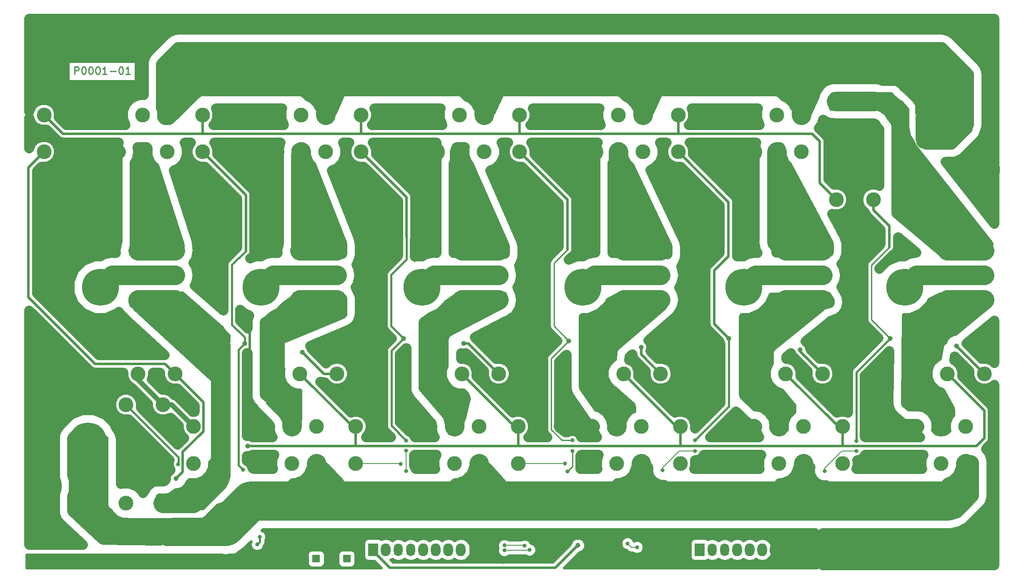
<source format=gbr>
%TF.GenerationSoftware,KiCad,Pcbnew,(6.0.0-rc1-dev-882-gdbc9130da)*%
%TF.CreationDate,2019-08-28T17:07:57+08:00*%
%TF.ProjectId,AntennaSwitch_6x2_RelayBoard,416E74656E6E615377697463685F3678,rev?*%
%TF.SameCoordinates,Original*%
%TF.FileFunction,Copper,L1,Top,Signal*%
%TF.FilePolarity,Positive*%
%FSLAX46Y46*%
G04 Gerber Fmt 4.6, Leading zero omitted, Abs format (unit mm)*
G04 Created by KiCad (PCBNEW (6.0.0-rc1-dev-882-gdbc9130da)) date 2019/8/28 17:07:57*
%MOMM*%
%LPD*%
G01*
G04 APERTURE LIST*
%ADD10C,0.254000*%
%ADD11C,3.000000*%
%ADD12C,0.800000*%
%ADD13C,7.500000*%
%ADD14C,6.000000*%
%ADD15R,2.000000X2.600000*%
%ADD16O,1.800000X2.600000*%
%ADD17O,2.000000X2.600000*%
%ADD18R,1.600000X1.600000*%
%ADD19C,1.600000*%
%ADD20C,1.000000*%
%ADD21C,1.200000*%
%ADD22C,0.508000*%
%ADD23C,1.016000*%
%ADD24C,4.000000*%
%ADD25C,3.150000*%
%ADD26C,8.000000*%
%ADD27C,0.381000*%
%ADD28C,0.203200*%
%ADD29C,0.600000*%
%ADD30C,2.000000*%
%ADD31C,3.000000*%
%ADD32C,1.000000*%
%ADD33C,0.350000*%
G04 APERTURE END LIST*
D10*
X61194857Y-53256571D02*
X61194857Y-51756571D01*
X61766285Y-51756571D01*
X61909142Y-51828000D01*
X61980571Y-51899428D01*
X62052000Y-52042285D01*
X62052000Y-52256571D01*
X61980571Y-52399428D01*
X61909142Y-52470857D01*
X61766285Y-52542285D01*
X61194857Y-52542285D01*
X62980571Y-51756571D02*
X63123428Y-51756571D01*
X63266285Y-51828000D01*
X63337714Y-51899428D01*
X63409142Y-52042285D01*
X63480571Y-52328000D01*
X63480571Y-52685142D01*
X63409142Y-52970857D01*
X63337714Y-53113714D01*
X63266285Y-53185142D01*
X63123428Y-53256571D01*
X62980571Y-53256571D01*
X62837714Y-53185142D01*
X62766285Y-53113714D01*
X62694857Y-52970857D01*
X62623428Y-52685142D01*
X62623428Y-52328000D01*
X62694857Y-52042285D01*
X62766285Y-51899428D01*
X62837714Y-51828000D01*
X62980571Y-51756571D01*
X64409142Y-51756571D02*
X64552000Y-51756571D01*
X64694857Y-51828000D01*
X64766285Y-51899428D01*
X64837714Y-52042285D01*
X64909142Y-52328000D01*
X64909142Y-52685142D01*
X64837714Y-52970857D01*
X64766285Y-53113714D01*
X64694857Y-53185142D01*
X64552000Y-53256571D01*
X64409142Y-53256571D01*
X64266285Y-53185142D01*
X64194857Y-53113714D01*
X64123428Y-52970857D01*
X64052000Y-52685142D01*
X64052000Y-52328000D01*
X64123428Y-52042285D01*
X64194857Y-51899428D01*
X64266285Y-51828000D01*
X64409142Y-51756571D01*
X65837714Y-51756571D02*
X65980571Y-51756571D01*
X66123428Y-51828000D01*
X66194857Y-51899428D01*
X66266285Y-52042285D01*
X66337714Y-52328000D01*
X66337714Y-52685142D01*
X66266285Y-52970857D01*
X66194857Y-53113714D01*
X66123428Y-53185142D01*
X65980571Y-53256571D01*
X65837714Y-53256571D01*
X65694857Y-53185142D01*
X65623428Y-53113714D01*
X65552000Y-52970857D01*
X65480571Y-52685142D01*
X65480571Y-52328000D01*
X65552000Y-52042285D01*
X65623428Y-51899428D01*
X65694857Y-51828000D01*
X65837714Y-51756571D01*
X67766285Y-53256571D02*
X66909142Y-53256571D01*
X67337714Y-53256571D02*
X67337714Y-51756571D01*
X67194857Y-51970857D01*
X67052000Y-52113714D01*
X66909142Y-52185142D01*
X68409142Y-52685142D02*
X69552000Y-52685142D01*
X70552000Y-51756571D02*
X70694857Y-51756571D01*
X70837714Y-51828000D01*
X70909142Y-51899428D01*
X70980571Y-52042285D01*
X71052000Y-52328000D01*
X71052000Y-52685142D01*
X70980571Y-52970857D01*
X70909142Y-53113714D01*
X70837714Y-53185142D01*
X70694857Y-53256571D01*
X70552000Y-53256571D01*
X70409142Y-53185142D01*
X70337714Y-53113714D01*
X70266285Y-52970857D01*
X70194857Y-52685142D01*
X70194857Y-52328000D01*
X70266285Y-52042285D01*
X70337714Y-51899428D01*
X70409142Y-51828000D01*
X70552000Y-51756571D01*
X72480571Y-53256571D02*
X71623428Y-53256571D01*
X72052000Y-53256571D02*
X72052000Y-51756571D01*
X71909142Y-51970857D01*
X71766285Y-52113714D01*
X71623428Y-52185142D01*
D11*
X180200300Y-89109500D03*
X180200300Y-99109500D03*
X172700300Y-94109500D03*
X180200300Y-114109500D03*
X172700300Y-114109500D03*
X180200300Y-94109500D03*
X172700300Y-89109500D03*
X172700300Y-99109500D03*
D12*
X55926000Y-85018430D03*
X58676000Y-85018430D03*
X60051000Y-87400000D03*
X58676000Y-89781570D03*
X55926000Y-89781570D03*
X54551000Y-87400000D03*
D13*
X57301000Y-87400000D03*
X66421000Y-96520000D03*
D12*
X52442930Y-138257000D03*
X52442930Y-135507000D03*
X54824500Y-134132000D03*
X57206070Y-135507000D03*
X57206070Y-138257000D03*
X54824500Y-139632000D03*
D13*
X54824500Y-136882000D03*
X63944500Y-127762000D03*
D12*
X219248000Y-85018430D03*
X221998000Y-85018430D03*
X223373000Y-87400000D03*
X221998000Y-89781570D03*
X219248000Y-89781570D03*
X217873000Y-87400000D03*
D13*
X220623000Y-87400000D03*
X229743000Y-96520000D03*
D12*
X186583600Y-85018430D03*
X189333600Y-85018430D03*
X190708600Y-87400000D03*
X189333600Y-89781570D03*
X186583600Y-89781570D03*
X185208600Y-87400000D03*
D13*
X187958600Y-87400000D03*
X197078600Y-96520000D03*
D12*
X153919200Y-85018430D03*
X156669200Y-85018430D03*
X158044200Y-87400000D03*
X156669200Y-89781570D03*
X153919200Y-89781570D03*
X152544200Y-87400000D03*
D13*
X155294200Y-87400000D03*
X164414200Y-96520000D03*
D12*
X121254800Y-85018430D03*
X124004800Y-85018430D03*
X125379800Y-87400000D03*
X124004800Y-89781570D03*
X121254800Y-89781570D03*
X119879800Y-87400000D03*
D13*
X122629800Y-87400000D03*
X131749800Y-96520000D03*
D12*
X88590400Y-85018430D03*
X91340400Y-85018430D03*
X92715400Y-87400000D03*
X91340400Y-89781570D03*
X88590400Y-89781570D03*
X87215400Y-87400000D03*
D13*
X89965400Y-87400000D03*
X99085400Y-96520000D03*
D12*
X246715000Y-75001570D03*
X243965000Y-75001570D03*
X242590000Y-72620000D03*
X243965000Y-70238430D03*
X246715000Y-70238430D03*
X248090000Y-72620000D03*
D13*
X245340000Y-72620000D03*
X236220000Y-63500000D03*
D12*
X247056810Y-148812500D03*
X247056810Y-151187500D03*
X245000000Y-152375000D03*
X242943190Y-151187500D03*
X242943190Y-148812500D03*
X245000000Y-147625000D03*
D14*
X245000000Y-150000000D03*
D12*
X57056810Y-53812500D03*
X57056810Y-56187500D03*
X55000000Y-57375000D03*
X52943190Y-56187500D03*
X52943190Y-53812500D03*
X55000000Y-52625000D03*
D14*
X55000000Y-55000000D03*
D11*
X242170000Y-132334000D03*
X232170000Y-132334000D03*
X237170000Y-124834000D03*
X217170000Y-132334000D03*
X217170000Y-124834000D03*
X237170000Y-132334000D03*
X242170000Y-124834000D03*
X232170000Y-124834000D03*
X110344000Y-132334000D03*
X100344000Y-132334000D03*
X105344000Y-124834000D03*
X85344000Y-132334000D03*
X85344000Y-124834000D03*
X105344000Y-132334000D03*
X110344000Y-124834000D03*
X100344000Y-124834000D03*
X144380000Y-69029924D03*
X134380000Y-69029924D03*
X139380000Y-61529924D03*
X119380000Y-69029924D03*
X119380000Y-61529924D03*
X139380000Y-69029924D03*
X144380000Y-61529924D03*
X134380000Y-61529924D03*
X209213500Y-132334000D03*
X199213500Y-132334000D03*
X204213500Y-124834000D03*
X184213500Y-132334000D03*
X184213500Y-124834000D03*
X204213500Y-132334000D03*
X209213500Y-124834000D03*
X199213500Y-124834000D03*
X176257000Y-132334000D03*
X166257000Y-132334000D03*
X171257000Y-124834000D03*
X151257000Y-132334000D03*
X151257000Y-124834000D03*
X171257000Y-132334000D03*
X176257000Y-124834000D03*
X166257000Y-124834000D03*
X143300500Y-132334000D03*
X133300500Y-132334000D03*
X138300500Y-124834000D03*
X118300500Y-132334000D03*
X118300500Y-124834000D03*
X138300500Y-132334000D03*
X143300500Y-124834000D03*
X133300500Y-124834000D03*
X71628000Y-145396000D03*
X71628000Y-135396000D03*
X79128000Y-140396000D03*
X71628000Y-120396000D03*
X79128000Y-120396000D03*
X71628000Y-140396000D03*
X79128000Y-145396000D03*
X79128000Y-135396000D03*
X245935500Y-89109500D03*
X245935500Y-99109500D03*
X238435500Y-94109500D03*
X245935500Y-114109500D03*
X238435500Y-114109500D03*
X245935500Y-94109500D03*
X238435500Y-89109500D03*
X238435500Y-99109500D03*
X213067900Y-89109500D03*
X213067900Y-99109500D03*
X205567900Y-94109500D03*
X213067900Y-114109500D03*
X205567900Y-114109500D03*
X213067900Y-94109500D03*
X205567900Y-89109500D03*
X205567900Y-99109500D03*
X147332700Y-89109500D03*
X147332700Y-99109500D03*
X139832700Y-94109500D03*
X147332700Y-114109500D03*
X139832700Y-114109500D03*
X147332700Y-94109500D03*
X139832700Y-89109500D03*
X139832700Y-99109500D03*
X114465100Y-89109500D03*
X114465100Y-99109500D03*
X106965100Y-94109500D03*
X114465100Y-114109500D03*
X106965100Y-114109500D03*
X114465100Y-94109500D03*
X106965100Y-89109500D03*
X106965100Y-99109500D03*
X81597500Y-89109500D03*
X81597500Y-99109500D03*
X74097500Y-94109500D03*
X81597500Y-114109500D03*
X74097500Y-114109500D03*
X81597500Y-94109500D03*
X74097500Y-89109500D03*
X74097500Y-99109500D03*
X223393000Y-53740000D03*
X223393000Y-63740000D03*
X215893000Y-58740000D03*
X223393000Y-78740000D03*
X215893000Y-78740000D03*
X223393000Y-58740000D03*
X215893000Y-53740000D03*
X215893000Y-63740000D03*
X208769000Y-69029924D03*
X198769000Y-69029924D03*
X203769000Y-61529924D03*
X183769000Y-69029924D03*
X183769000Y-61529924D03*
X203769000Y-69029924D03*
X208769000Y-61529924D03*
X198769000Y-61529924D03*
X176574500Y-69029924D03*
X166574500Y-69029924D03*
X171574500Y-61529924D03*
X151574500Y-69029924D03*
X151574500Y-61529924D03*
X171574500Y-69029924D03*
X176574500Y-61529924D03*
X166574500Y-61529924D03*
X112185500Y-69029924D03*
X102185500Y-69029924D03*
X107185500Y-61529924D03*
X87185500Y-69029924D03*
X87185500Y-61529924D03*
X107185500Y-69029924D03*
X112185500Y-61529924D03*
X102185500Y-61529924D03*
X79991000Y-69029924D03*
X69991000Y-69029924D03*
X74991000Y-61529924D03*
X54991000Y-69029924D03*
X54991000Y-61529924D03*
X74991000Y-69029924D03*
X79991000Y-61529924D03*
X69991000Y-61529924D03*
D15*
X188163200Y-149860000D03*
D16*
X190703200Y-149860000D03*
X193243200Y-149860000D03*
D17*
X195783200Y-149860000D03*
X198323200Y-149860000D03*
X200863200Y-149860000D03*
X203403200Y-149860000D03*
X205943200Y-149860000D03*
D15*
X121869200Y-149860000D03*
D17*
X124409200Y-149860000D03*
D16*
X126949200Y-149860000D03*
X129489200Y-149860000D03*
D17*
X132029200Y-149860000D03*
X134569200Y-149860000D03*
X137109200Y-149860000D03*
X139649200Y-149860000D03*
D18*
X116459000Y-151663400D03*
D19*
X116459000Y-149163400D03*
D18*
X110236000Y-151663400D03*
D19*
X110236000Y-149163400D03*
D20*
X96372310Y-128778000D03*
X163392646Y-148973556D03*
X152273000Y-151384000D03*
X148336000Y-152273000D03*
X163830000Y-151003000D03*
D12*
X175260000Y-146557990D03*
D21*
X54864000Y-152146000D03*
X80264000Y-125476000D03*
D11*
X214630000Y-107950000D03*
X96520000Y-68968000D03*
X96520000Y-62738000D03*
X64262000Y-68968000D03*
X64262000Y-61468000D03*
X226252076Y-124652076D03*
X193486076Y-124906076D03*
X160020000Y-124652076D03*
X96774000Y-121158000D03*
X75692000Y-129794000D03*
X219964000Y-73660000D03*
X128270000Y-68968000D03*
X128524000Y-62738000D03*
X160782000Y-68968000D03*
X160782000Y-61468000D03*
X193141600Y-61529924D03*
X193141600Y-69029924D03*
X216662000Y-69735514D03*
X129286002Y-121158000D03*
D21*
X245872000Y-106426000D03*
X228092000Y-88138000D03*
X225044000Y-114300000D03*
X222504000Y-119888000D03*
X217170000Y-119888000D03*
X220980000Y-104902000D03*
X183896000Y-119888000D03*
X186690000Y-105156000D03*
X153416000Y-119888000D03*
X121412000Y-105156000D03*
X120650000Y-120142000D03*
X54102000Y-105156000D03*
X54102000Y-110744000D03*
X59436000Y-110744000D03*
X83820000Y-119380000D03*
X95250000Y-103378000D03*
X62738000Y-148844000D03*
D11*
X54864000Y-145288000D03*
X247142000Y-57404000D03*
X181356000Y-76708000D03*
X196850000Y-87122000D03*
X150114000Y-77978000D03*
X164592000Y-86868000D03*
X122174000Y-76454000D03*
X132080000Y-86614000D03*
X89916000Y-79502000D03*
X99568000Y-86106000D03*
X67310000Y-78994000D03*
X84836000Y-75692000D03*
X75184000Y-108204000D03*
X64008000Y-118618000D03*
X155194000Y-105156000D03*
D21*
X153416000Y-119888000D03*
D11*
X153416000Y-119888000D03*
D21*
X186690000Y-105156000D03*
D11*
X186690000Y-105156000D03*
D21*
X183896000Y-119888000D03*
D11*
X183896000Y-119888000D03*
D21*
X220980000Y-104902000D03*
D11*
X220980000Y-104902000D03*
D21*
X217170000Y-119888000D03*
D11*
X217170000Y-119888000D03*
D21*
X222504000Y-119888000D03*
D11*
X222504000Y-119888000D03*
X225044000Y-114300000D03*
D21*
X245872000Y-106426000D03*
D11*
X245872000Y-106426000D03*
D21*
X121412000Y-105156000D03*
D11*
X121412000Y-105156000D03*
D21*
X120650000Y-120142000D03*
D11*
X120650000Y-120142000D03*
X180340000Y-106172000D03*
D21*
X75184000Y-120396000D03*
X59182000Y-148590000D03*
X54610000Y-129794000D03*
X56896000Y-129794000D03*
X54102000Y-116586000D03*
X59436000Y-116586000D03*
X58166000Y-101092000D03*
X63500000Y-106172000D03*
X67564000Y-109474000D03*
X71374000Y-109474000D03*
X67564000Y-116586000D03*
X56896000Y-125476000D03*
X59690000Y-121666000D03*
X68072000Y-121666000D03*
X71120000Y-125476000D03*
X71374000Y-129794000D03*
X247904000Y-119888000D03*
X247904000Y-130556000D03*
X247904000Y-142748000D03*
X214884000Y-152908000D03*
X239014000Y-152908000D03*
X74422000Y-42672000D03*
X88138000Y-42672000D03*
X110236000Y-42672000D03*
X129794000Y-42672000D03*
X157226000Y-42672000D03*
X182626000Y-42418000D03*
X215900000Y-42672000D03*
X246380000Y-42672000D03*
D20*
X81788000Y-135382000D03*
D12*
X95427800Y-133629400D03*
X98769612Y-147263369D03*
X98277597Y-148763431D03*
D20*
X107442000Y-109728000D03*
X95758000Y-107950000D03*
D12*
X128549400Y-133883400D03*
X128524000Y-129692400D03*
X128549400Y-127685800D03*
D20*
X128016000Y-106934000D03*
X140208000Y-107950000D03*
D12*
X162306000Y-127635000D03*
X162306000Y-129794000D03*
X161296390Y-133945345D03*
D20*
X176276000Y-108712000D03*
X161544008Y-107442000D03*
D12*
X187198000Y-127635000D03*
X187198000Y-129794000D03*
X180594000Y-133731000D03*
D20*
X208534000Y-109220000D03*
X194056000Y-106934000D03*
D12*
X219964000Y-127762000D03*
X219964000Y-129794000D03*
X213487000Y-133858000D03*
D20*
X240284001Y-108458001D03*
X226822000Y-106934000D03*
D12*
X82219800Y-132486400D03*
X127406400Y-132410200D03*
X160762990Y-132334000D03*
X148463000Y-149987000D03*
X153593800Y-149885400D03*
X148463000Y-148983797D03*
X152565327Y-149034169D03*
X173482000Y-148590000D03*
X175387000Y-149352000D03*
D22*
X117689600Y-124834000D02*
X118300500Y-124834000D01*
X106965100Y-114109500D02*
X117689600Y-124834000D01*
X150557200Y-124834000D02*
X151257000Y-124834000D01*
X139832700Y-114109500D02*
X150557200Y-124834000D01*
X183424800Y-124834000D02*
X184213500Y-124834000D01*
X172700300Y-114109500D02*
X183424800Y-124834000D01*
X216292400Y-124834000D02*
X217170000Y-124834000D01*
X205567900Y-114109500D02*
X216292400Y-124834000D01*
X56490999Y-63029923D02*
X54991000Y-61529924D01*
X58822177Y-65361101D02*
X56490999Y-63029923D01*
X87185500Y-65297601D02*
X87122000Y-65361101D01*
X87185500Y-61529924D02*
X87185500Y-65297601D01*
X87122000Y-65361101D02*
X58822177Y-65361101D01*
X151587200Y-65361101D02*
X119430800Y-65361101D01*
X183769000Y-61529924D02*
X183769000Y-65361101D01*
X151574500Y-61529924D02*
X151574500Y-65361101D01*
X183769000Y-65361101D02*
X151574500Y-65361101D01*
X151574500Y-65361101D02*
X151587200Y-65361101D01*
X119380000Y-61529924D02*
X119380000Y-65361101D01*
X119430800Y-65361101D02*
X119380000Y-65361101D01*
X119380000Y-65361101D02*
X87122000Y-65361101D01*
D23*
X74097500Y-115365500D02*
X79128000Y-120396000D01*
X74097500Y-114109500D02*
X74097500Y-115365500D01*
X80906000Y-120396000D02*
X85344000Y-124834000D01*
X79128000Y-120396000D02*
X80906000Y-120396000D01*
D22*
X239935499Y-115609499D02*
X238435500Y-114109500D01*
X245924001Y-121598001D02*
X239935499Y-115609499D01*
X245924001Y-127201999D02*
X245924001Y-121598001D01*
X244348000Y-128778000D02*
X245924001Y-127201999D01*
X217170000Y-126955320D02*
X217170000Y-128778000D01*
X217170000Y-124834000D02*
X217170000Y-126955320D01*
X217170000Y-128778000D02*
X244348000Y-128778000D01*
X184213500Y-124834000D02*
X184213500Y-128778000D01*
X184213500Y-128778000D02*
X217170000Y-128778000D01*
X151257000Y-124834000D02*
X151257000Y-128778000D01*
X151257000Y-128778000D02*
X184213500Y-128778000D01*
X118300500Y-124834000D02*
X118300500Y-128778000D01*
X118300500Y-128778000D02*
X96372310Y-128778000D01*
X118300500Y-128778000D02*
X151257000Y-128778000D01*
X125252200Y-153543000D02*
X158823202Y-153543000D01*
X121869200Y-150160000D02*
X125252200Y-153543000D01*
X162892647Y-149473555D02*
X163392646Y-148973556D01*
X121869200Y-149860000D02*
X121869200Y-150160000D01*
X158823202Y-153543000D02*
X162892647Y-149473555D01*
X210953901Y-65361101D02*
X183769000Y-65361101D01*
X212523001Y-66930201D02*
X210953901Y-65361101D01*
X212523001Y-75363001D02*
X212523001Y-66930201D01*
X214393001Y-77233001D02*
X212523001Y-75363001D01*
X214393001Y-77240001D02*
X214393001Y-77233001D01*
X215893000Y-78740000D02*
X214393001Y-77240001D01*
D24*
X198769000Y-61529924D02*
X193141600Y-61529924D01*
X198769000Y-69029924D02*
X193141600Y-69029924D01*
X166512576Y-61468000D02*
X166574500Y-61529924D01*
X160782000Y-61468000D02*
X166512576Y-61468000D01*
X160843924Y-69029924D02*
X160782000Y-68968000D01*
X166574500Y-69029924D02*
X160843924Y-69029924D01*
X128331924Y-69029924D02*
X128270000Y-68968000D01*
X134380000Y-69029924D02*
X128331924Y-69029924D01*
X134380000Y-61529924D02*
X128331924Y-61529924D01*
D25*
X215893000Y-68966514D02*
X216662000Y-69735514D01*
X215893000Y-63740000D02*
X215893000Y-68966514D01*
X223393000Y-68707000D02*
X222504000Y-69596000D01*
X223393000Y-63740000D02*
X223393000Y-68707000D01*
X71628000Y-133858000D02*
X75692000Y-129794000D01*
X71628000Y-135396000D02*
X71628000Y-133858000D01*
X79128000Y-133230000D02*
X75692000Y-129794000D01*
X79128000Y-135396000D02*
X79128000Y-133230000D01*
X75692000Y-133872000D02*
X74168000Y-135396000D01*
X75692000Y-129794000D02*
X75692000Y-133872000D01*
X71628000Y-135396000D02*
X74168000Y-135396000D01*
X74168000Y-135396000D02*
X79128000Y-135396000D01*
X75692000Y-129794000D02*
X75692000Y-132080000D01*
X77604000Y-133872000D02*
X75692000Y-133872000D01*
X79128000Y-135396000D02*
X77604000Y-133872000D01*
X160201924Y-124834000D02*
X160020000Y-124652076D01*
X166257000Y-124834000D02*
X160201924Y-124834000D01*
X193558152Y-124834000D02*
X193486076Y-124906076D01*
X199213500Y-124834000D02*
X193558152Y-124834000D01*
X226434000Y-124834000D02*
X226252076Y-124652076D01*
X232170000Y-124834000D02*
X226434000Y-124834000D01*
X133300500Y-124834000D02*
X129624500Y-121158000D01*
X129624500Y-121158000D02*
X129286002Y-121158000D01*
X96774000Y-121264000D02*
X100344000Y-124834000D01*
X96774000Y-121158000D02*
X96774000Y-121264000D01*
X64323924Y-69029924D02*
X64262000Y-68968000D01*
X69991000Y-69029924D02*
X64323924Y-69029924D01*
X64323924Y-61529924D02*
X64262000Y-61468000D01*
X69991000Y-61529924D02*
X64323924Y-61529924D01*
X96581924Y-61529924D02*
X96520000Y-61468000D01*
X102185500Y-61529924D02*
X96581924Y-61529924D01*
X96581924Y-69029924D02*
X96520000Y-68968000D01*
X102185500Y-69029924D02*
X96581924Y-69029924D01*
D22*
X96774000Y-104902000D02*
X96774000Y-121158000D01*
X95250000Y-103378000D02*
X96774000Y-104902000D01*
D24*
X236220000Y-63500000D02*
X236220000Y-61976000D01*
X112185500Y-53740000D02*
X87780924Y-53740000D01*
X144380000Y-53740000D02*
X112185500Y-53740000D01*
X176574500Y-53740000D02*
X144380000Y-53740000D01*
X208769000Y-53740000D02*
X176574500Y-53740000D01*
D25*
X231688290Y-53664990D02*
X236220000Y-58196700D01*
X87855934Y-53664990D02*
X231688290Y-53664990D01*
X79991000Y-61529924D02*
X87855934Y-53664990D01*
D24*
X144526000Y-53740000D02*
X87780924Y-53740000D01*
X112185500Y-59408604D02*
X112185500Y-53740000D01*
X112185500Y-61529924D02*
X112185500Y-59408604D01*
X144380000Y-61529924D02*
X144380000Y-53740000D01*
X176574500Y-61529924D02*
X176574500Y-53740000D01*
X208769000Y-61529924D02*
X208769000Y-53740000D01*
D26*
X208769000Y-53740000D02*
X87780924Y-53740000D01*
D24*
X87780924Y-53740000D02*
X79991000Y-61529924D01*
D26*
X236220000Y-63500000D02*
X236220000Y-58196700D01*
X211709000Y-50800000D02*
X229616000Y-50800000D01*
X208769000Y-53740000D02*
X211709000Y-50800000D01*
X236220000Y-58196700D02*
X229616000Y-50800000D01*
X229616000Y-50800000D02*
X231763300Y-53740000D01*
D24*
X68831500Y-94109500D02*
X81597500Y-94109500D01*
X66421000Y-96520000D02*
X68831500Y-94109500D01*
X101495900Y-94109500D02*
X114465100Y-94109500D01*
X99085400Y-96520000D02*
X101495900Y-94109500D01*
X134160300Y-94109500D02*
X147332700Y-94109500D01*
X131749800Y-96520000D02*
X134160300Y-94109500D01*
X166824700Y-94109500D02*
X180200300Y-94109500D01*
X164414200Y-96520000D02*
X166824700Y-94109500D01*
X199489100Y-94109500D02*
X213067900Y-94109500D01*
X197078600Y-96520000D02*
X199489100Y-94109500D01*
X232153500Y-94109500D02*
X229743000Y-96520000D01*
X245935500Y-94109500D02*
X232153500Y-94109500D01*
X63944500Y-141197795D02*
X68142705Y-145396000D01*
X63944500Y-127762000D02*
X63944500Y-141197795D01*
X68142705Y-145396000D02*
X71628000Y-145396000D01*
X81249320Y-145396000D02*
X81357320Y-145288000D01*
X79128000Y-145396000D02*
X81249320Y-145396000D01*
X89154000Y-145149298D02*
X89154000Y-145288000D01*
X81357320Y-145288000D02*
X89154000Y-145288000D01*
X95758000Y-141224000D02*
X91948000Y-145034000D01*
X96012000Y-141224000D02*
X95758000Y-141224000D01*
X242170000Y-132334000D02*
X242170000Y-135274000D01*
X242170000Y-135274000D02*
X239776000Y-137668000D01*
D26*
X97027998Y-139954000D02*
X91826608Y-145155390D01*
D24*
X91826608Y-145155390D02*
X89154000Y-145149298D01*
X91948000Y-145034000D02*
X91826608Y-145155390D01*
X209213500Y-139782500D02*
X209042000Y-139954000D01*
X209213500Y-132334000D02*
X209213500Y-139782500D01*
D26*
X238506000Y-139954000D02*
X209042000Y-139954000D01*
D24*
X176257000Y-139719000D02*
X176022000Y-139954000D01*
X176257000Y-132334000D02*
X176257000Y-139719000D01*
D26*
X209042000Y-139954000D02*
X176022000Y-139954000D01*
D24*
X143256000Y-134499820D02*
X143256000Y-139954000D01*
X143300500Y-134455320D02*
X143256000Y-134499820D01*
X143300500Y-132334000D02*
X143300500Y-134455320D01*
D26*
X176022000Y-139954000D02*
X143256000Y-139954000D01*
D24*
X110236000Y-134563320D02*
X110236000Y-139954000D01*
X110344000Y-134455320D02*
X110236000Y-134563320D01*
X110344000Y-132334000D02*
X110344000Y-134455320D01*
D26*
X143256000Y-139954000D02*
X110236000Y-139954000D01*
X110236000Y-139954000D02*
X97027998Y-139954000D01*
D24*
X71628000Y-145396000D02*
X79128000Y-145396000D01*
X74097500Y-89109500D02*
X77851000Y-89109500D01*
X77851000Y-89109500D02*
X81597500Y-89109500D01*
X74991000Y-88788200D02*
X74980800Y-88798400D01*
X74991000Y-69029924D02*
X74991000Y-88788200D01*
D22*
X80097501Y-112609501D02*
X81597500Y-114109500D01*
X79589499Y-112101499D02*
X80097501Y-112609501D01*
X65365499Y-112101499D02*
X79589499Y-112101499D01*
X83159600Y-134010400D02*
X82287999Y-134882001D01*
X83159600Y-129990242D02*
X83159600Y-134010400D01*
X82287999Y-134882001D02*
X81788000Y-135382000D01*
X81597500Y-114109500D02*
X87352001Y-119864001D01*
X87352001Y-125797841D02*
X83159600Y-129990242D01*
X87352001Y-119864001D02*
X87352001Y-125797841D01*
X54991000Y-69029924D02*
X51816000Y-72204924D01*
X51816000Y-98552000D02*
X65365499Y-112101499D01*
X51816000Y-72204924D02*
X51816000Y-98552000D01*
D24*
X106965100Y-89109500D02*
X109725500Y-89109500D01*
X109725500Y-89109500D02*
X114465100Y-89109500D01*
X107185500Y-88897500D02*
X107238800Y-88950800D01*
X107185500Y-69029924D02*
X107185500Y-88897500D01*
D22*
X87185500Y-69029924D02*
X95969401Y-77813825D01*
X95969401Y-77813825D02*
X95969401Y-89154000D01*
D27*
X98769612Y-148271416D02*
X98677596Y-148363432D01*
X98769612Y-147263369D02*
X98769612Y-148271416D01*
X98677596Y-148363432D02*
X98277597Y-148763431D01*
D22*
X114465100Y-114109500D02*
X111823500Y-114109500D01*
X107941999Y-110227999D02*
X107442000Y-109728000D01*
X111823500Y-114109500D02*
X107941999Y-110227999D01*
D27*
X93144899Y-104121793D02*
X95758000Y-106734894D01*
X95427800Y-133629400D02*
X94488000Y-132689600D01*
X95969401Y-89154000D02*
X93144899Y-91978502D01*
X95258001Y-108449999D02*
X95758000Y-107950000D01*
X95758000Y-107242894D02*
X95758000Y-107950000D01*
X94488000Y-132689600D02*
X94488000Y-109220000D01*
X94488000Y-109220000D02*
X95258001Y-108449999D01*
X93144899Y-91978502D02*
X93144899Y-104121793D01*
X95758000Y-106734894D02*
X95758000Y-107242894D01*
D24*
X141920000Y-89109500D02*
X147332700Y-89109500D01*
X139832700Y-89109500D02*
X141920000Y-89109500D01*
X139380000Y-88427600D02*
X139801600Y-88849200D01*
X139380000Y-69029924D02*
X139380000Y-88427600D01*
D22*
X119380000Y-69029924D02*
X128633801Y-78283725D01*
D28*
X128524000Y-133858000D02*
X128549400Y-133883400D01*
X128524000Y-129692400D02*
X128524000Y-133858000D01*
D22*
X128633801Y-78283725D02*
X128633801Y-86360000D01*
D27*
X125520492Y-109429508D02*
X127516001Y-107433999D01*
X125520492Y-124656892D02*
X125520492Y-109429508D01*
X127516001Y-107433999D02*
X128016000Y-106934000D01*
X128633801Y-86360000D02*
X128633801Y-90844057D01*
X128633801Y-90844057D02*
X125476000Y-94001858D01*
X127516001Y-106434001D02*
X128016000Y-106934000D01*
X125476000Y-94001858D02*
X125476000Y-104394000D01*
X125476000Y-104394000D02*
X127516001Y-106434001D01*
X128549400Y-127685800D02*
X125520492Y-124656892D01*
D22*
X147332700Y-114109500D02*
X141173200Y-107950000D01*
X140915106Y-107950000D02*
X140208000Y-107950000D01*
X141173200Y-107950000D02*
X140915106Y-107950000D01*
D24*
X174114500Y-89109500D02*
X180200300Y-89109500D01*
X172700300Y-89109500D02*
X174114500Y-89109500D01*
X171574500Y-71151244D02*
X171551600Y-71174144D01*
X171574500Y-69029924D02*
X171574500Y-71151244D01*
X172700300Y-89109500D02*
X171574500Y-87983700D01*
X171574500Y-87983700D02*
X171574500Y-69029924D01*
D22*
X151574500Y-69029924D02*
X161298201Y-78753625D01*
D10*
X161696389Y-133545346D02*
X161296390Y-133945345D01*
X162306000Y-132935735D02*
X161696389Y-133545346D01*
X162306000Y-129794000D02*
X162306000Y-132935735D01*
D22*
X161298201Y-78753625D02*
X161298201Y-88900000D01*
X176276000Y-109419106D02*
X176276000Y-108712000D01*
X176276000Y-110185200D02*
X176276000Y-109419106D01*
X180200300Y-114109500D02*
X176276000Y-110185200D01*
D10*
X157988000Y-125476000D02*
X157988000Y-110998008D01*
X160147000Y-127635000D02*
X157988000Y-125476000D01*
X162306000Y-127635000D02*
X160147000Y-127635000D01*
X157988000Y-110998008D02*
X161044009Y-107941999D01*
X161044009Y-107941999D02*
X161544008Y-107442000D01*
X161298201Y-88900000D02*
X158537199Y-91661002D01*
X161044009Y-106942001D02*
X161544008Y-107442000D01*
X158537199Y-104435191D02*
X161044009Y-106942001D01*
X158537199Y-91661002D02*
X158537199Y-104435191D01*
D24*
X213067900Y-89109500D02*
X205567900Y-89109500D01*
X203769000Y-87310600D02*
X203769000Y-69029924D01*
X205567900Y-89109500D02*
X203769000Y-87310600D01*
D28*
X184007210Y-129794000D02*
X180594000Y-133207210D01*
X187198000Y-129794000D02*
X184007210Y-129794000D01*
X180594000Y-133207210D02*
X180594000Y-133731000D01*
D22*
X208534000Y-109575600D02*
X208534000Y-109220000D01*
X213067900Y-114109500D02*
X208534000Y-109575600D01*
D27*
X187198000Y-127635000D02*
X194056000Y-120777000D01*
D22*
X193962601Y-79223525D02*
X193962601Y-90281921D01*
X183769000Y-69029924D02*
X193962601Y-79223525D01*
X191074599Y-93169923D02*
X191074599Y-103952599D01*
D27*
X194056000Y-120777000D02*
X194056000Y-107641106D01*
D22*
X191074599Y-103952599D02*
X193556001Y-106434001D01*
X193962601Y-90281921D02*
X191074599Y-93169923D01*
X193556001Y-106434001D02*
X194056000Y-106934000D01*
D27*
X194056000Y-107641106D02*
X194056000Y-106934000D01*
D24*
X215893000Y-58740000D02*
X223393000Y-58740000D01*
X245935500Y-89109500D02*
X238435500Y-89109500D01*
D25*
X223393000Y-58740000D02*
X225872000Y-58740000D01*
X236935501Y-87609501D02*
X238435500Y-89109500D01*
X228894999Y-79568999D02*
X236935501Y-87609501D01*
X228894999Y-61762999D02*
X228894999Y-79568999D01*
X225872000Y-58740000D02*
X228894999Y-61762999D01*
D22*
X223393000Y-78740000D02*
X223393000Y-80861320D01*
X223393000Y-80861320D02*
X226627001Y-84095321D01*
D28*
X216963710Y-129794000D02*
X213487000Y-133270710D01*
X219964000Y-129794000D02*
X216963710Y-129794000D01*
X213487000Y-133270710D02*
X213487000Y-133858000D01*
D22*
X226627001Y-84095321D02*
X226627001Y-88392000D01*
X245935500Y-114109500D02*
X244435501Y-112609501D01*
X244435501Y-112609501D02*
X240284001Y-108458001D01*
D27*
X219964000Y-113792000D02*
X226322001Y-107433999D01*
X219964000Y-127762000D02*
X219964000Y-113792000D01*
D10*
X226322001Y-106434001D02*
X226822000Y-106934000D01*
X223012000Y-103124000D02*
X226322001Y-106434001D01*
X223012000Y-92007001D02*
X223012000Y-103124000D01*
D27*
X226322001Y-107433999D02*
X226822000Y-106934000D01*
D10*
X226627001Y-88392000D02*
X223012000Y-92007001D01*
D24*
X81597500Y-99109500D02*
X74097500Y-99109500D01*
X79128000Y-140396000D02*
X85272276Y-140396000D01*
X85272276Y-140396000D02*
X90844001Y-134824275D01*
X83097499Y-100609499D02*
X81597500Y-99109500D01*
X90844001Y-108356001D02*
X83097499Y-100609499D01*
X90844001Y-134824275D02*
X90844001Y-108356001D01*
X114465100Y-99109500D02*
X106965100Y-99109500D01*
X106965100Y-101230820D02*
X106965100Y-99109500D01*
X101854000Y-106341920D02*
X106965100Y-101230820D01*
X101854000Y-118203998D02*
X101854000Y-106341920D01*
X105344000Y-124834000D02*
X105344000Y-121693998D01*
X105344000Y-121693998D02*
X101854000Y-118203998D01*
X147332700Y-99109500D02*
X139832700Y-99109500D01*
X138332701Y-100609499D02*
X139832700Y-99109500D01*
X138332701Y-101407101D02*
X138332701Y-100609499D01*
X134332699Y-105407103D02*
X138332701Y-101407101D01*
X140630302Y-99109500D02*
X134332699Y-105407103D01*
X147332700Y-99109500D02*
X140630302Y-99109500D01*
X138300500Y-122712680D02*
X138300500Y-124834000D01*
X138300500Y-120717302D02*
X138300500Y-122712680D01*
X134332699Y-116749501D02*
X138300500Y-120717302D01*
X134332699Y-105407103D02*
X134332699Y-116749501D01*
X180200300Y-99109500D02*
X172700300Y-99109500D01*
X171200301Y-100609499D02*
X172700300Y-99109500D01*
X171200301Y-101203901D02*
X171200301Y-100609499D01*
X167200299Y-105203903D02*
X171200301Y-101203901D01*
X167200299Y-116749501D02*
X167200299Y-105203903D01*
X171257000Y-120806202D02*
X167200299Y-116749501D01*
X171257000Y-124834000D02*
X171257000Y-120806202D01*
X213067900Y-99109500D02*
X205567900Y-99109500D01*
X204067901Y-100609499D02*
X205567900Y-99109500D01*
X200067899Y-104609501D02*
X204067901Y-100609499D01*
X200067899Y-116749501D02*
X200067899Y-104609501D01*
X204213500Y-120895102D02*
X200067899Y-116749501D01*
X204213500Y-124834000D02*
X204213500Y-120895102D01*
X237170000Y-122712680D02*
X237170000Y-124834000D01*
X237170000Y-121693998D02*
X237170000Y-122712680D01*
X232935499Y-117459497D02*
X237170000Y-121693998D01*
X232935499Y-104609501D02*
X232935499Y-117459497D01*
X238435500Y-99109500D02*
X232935499Y-104609501D01*
X238435500Y-99109500D02*
X245935500Y-99109500D01*
D27*
X71628000Y-120396000D02*
X82270600Y-131038600D01*
X82270600Y-131038600D02*
X82270600Y-132435600D01*
X82270600Y-132435600D02*
X82219800Y-132486400D01*
D28*
X118300500Y-132334000D02*
X127330200Y-132334000D01*
X127330200Y-132334000D02*
X127406400Y-132410200D01*
X151257000Y-132334000D02*
X160762990Y-132334000D01*
X148463000Y-149987000D02*
X153492200Y-149987000D01*
X153492200Y-149987000D02*
X153593800Y-149885400D01*
X148463000Y-148983797D02*
X152514955Y-148983797D01*
X152514955Y-148983797D02*
X152565327Y-149034169D01*
X174244000Y-149352000D02*
X175387000Y-149352000D01*
X173482000Y-148590000D02*
X174244000Y-149352000D01*
D29*
G36*
X211930574Y-145870258D02*
X212013972Y-145966355D01*
X212044000Y-146089997D01*
X212044000Y-153500000D01*
X160639625Y-153500000D01*
X163666070Y-150473556D01*
X163691015Y-150473556D01*
X164242328Y-150245195D01*
X164664285Y-149823238D01*
X164892646Y-149271925D01*
X164892646Y-148675187D01*
X164742012Y-148311523D01*
X172082000Y-148311523D01*
X172082000Y-148868477D01*
X172295137Y-149383037D01*
X172688963Y-149776863D01*
X173203523Y-149990000D01*
X173324102Y-149990000D01*
X173388333Y-150054231D01*
X173449791Y-150146209D01*
X173655272Y-150283507D01*
X173814177Y-150389684D01*
X174244000Y-150475181D01*
X174352495Y-150453600D01*
X174508700Y-150453600D01*
X174593963Y-150538863D01*
X175108523Y-150752000D01*
X175665477Y-150752000D01*
X176180037Y-150538863D01*
X176573863Y-150145037D01*
X176787000Y-149630477D01*
X176787000Y-149073523D01*
X176574293Y-148560000D01*
X186143609Y-148560000D01*
X186143609Y-151160000D01*
X186221221Y-151550181D01*
X186442240Y-151880960D01*
X186773019Y-152101979D01*
X187163200Y-152179591D01*
X189163200Y-152179591D01*
X189553381Y-152101979D01*
X189796695Y-151939402D01*
X189961858Y-152049761D01*
X190703200Y-152197223D01*
X191444543Y-152049761D01*
X191973200Y-151696524D01*
X192501858Y-152049761D01*
X193243200Y-152197223D01*
X193984543Y-152049761D01*
X194498034Y-151706658D01*
X195002840Y-152043959D01*
X195783200Y-152199182D01*
X196563561Y-152043959D01*
X197053201Y-151716792D01*
X197542840Y-152043959D01*
X198323200Y-152199182D01*
X199103561Y-152043959D01*
X199593201Y-151716792D01*
X200082840Y-152043959D01*
X200863200Y-152199182D01*
X201643561Y-152043959D01*
X202305119Y-151601919D01*
X202747159Y-150940361D01*
X202863200Y-150356981D01*
X202863200Y-149363018D01*
X202747159Y-148779639D01*
X202305119Y-148118081D01*
X201643560Y-147676041D01*
X200863200Y-147520818D01*
X200082839Y-147676041D01*
X199593200Y-148003208D01*
X199103560Y-147676041D01*
X198323200Y-147520818D01*
X197542839Y-147676041D01*
X197053200Y-148003208D01*
X196563560Y-147676041D01*
X195783200Y-147520818D01*
X195002839Y-147676041D01*
X194498034Y-148013342D01*
X193984542Y-147670239D01*
X193243200Y-147522777D01*
X192501857Y-147670239D01*
X191973200Y-148023476D01*
X191444542Y-147670239D01*
X190703200Y-147522777D01*
X189961857Y-147670239D01*
X189796694Y-147780597D01*
X189553381Y-147618021D01*
X189163200Y-147540409D01*
X187163200Y-147540409D01*
X186773019Y-147618021D01*
X186442240Y-147839040D01*
X186221221Y-148169819D01*
X186143609Y-148560000D01*
X176574293Y-148560000D01*
X176573863Y-148558963D01*
X176180037Y-148165137D01*
X175665477Y-147952000D01*
X175108523Y-147952000D01*
X174788063Y-148084738D01*
X174668863Y-147796963D01*
X174275037Y-147403137D01*
X173760477Y-147190000D01*
X173203523Y-147190000D01*
X172688963Y-147403137D01*
X172295137Y-147796963D01*
X172082000Y-148311523D01*
X164742012Y-148311523D01*
X164664285Y-148123874D01*
X164242328Y-147701917D01*
X163691015Y-147473556D01*
X163094277Y-147473556D01*
X162542964Y-147701917D01*
X162121007Y-148123874D01*
X161892646Y-148675187D01*
X161892646Y-148700132D01*
X158303779Y-152289000D01*
X125771624Y-152289000D01*
X125391591Y-151908967D01*
X125694367Y-151706658D01*
X126207858Y-152049761D01*
X126949200Y-152197223D01*
X127690543Y-152049761D01*
X128219200Y-151696524D01*
X128747858Y-152049761D01*
X129489200Y-152197223D01*
X130230543Y-152049761D01*
X130744034Y-151706658D01*
X131248840Y-152043959D01*
X132029200Y-152199182D01*
X132809561Y-152043959D01*
X133299201Y-151716792D01*
X133788840Y-152043959D01*
X134569200Y-152199182D01*
X135349561Y-152043959D01*
X135839201Y-151716792D01*
X136328840Y-152043959D01*
X137109200Y-152199182D01*
X137889561Y-152043959D01*
X138379201Y-151716792D01*
X138868840Y-152043959D01*
X139649200Y-152199182D01*
X140429561Y-152043959D01*
X141091119Y-151601919D01*
X141533159Y-150940361D01*
X141649200Y-150356981D01*
X141649200Y-149363018D01*
X141533159Y-148779639D01*
X141483501Y-148705320D01*
X147063000Y-148705320D01*
X147063000Y-149262274D01*
X147155421Y-149485399D01*
X147063000Y-149708523D01*
X147063000Y-150265477D01*
X147276137Y-150780037D01*
X147669963Y-151173863D01*
X148184523Y-151387000D01*
X148741477Y-151387000D01*
X149256037Y-151173863D01*
X149341300Y-151088600D01*
X152840204Y-151088600D01*
X153315323Y-151285400D01*
X153872277Y-151285400D01*
X154386837Y-151072263D01*
X154780663Y-150678437D01*
X154993800Y-150163877D01*
X154993800Y-149606923D01*
X154780663Y-149092363D01*
X154386837Y-148698537D01*
X153872277Y-148485400D01*
X153853369Y-148485400D01*
X153752190Y-148241132D01*
X153358364Y-147847306D01*
X152843804Y-147634169D01*
X152286850Y-147634169D01*
X151772290Y-147847306D01*
X151737399Y-147882197D01*
X149341300Y-147882197D01*
X149256037Y-147796934D01*
X148741477Y-147583797D01*
X148184523Y-147583797D01*
X147669963Y-147796934D01*
X147276137Y-148190760D01*
X147063000Y-148705320D01*
X141483501Y-148705320D01*
X141091119Y-148118081D01*
X140429560Y-147676041D01*
X139649200Y-147520818D01*
X138868839Y-147676041D01*
X138379200Y-148003208D01*
X137889560Y-147676041D01*
X137109200Y-147520818D01*
X136328839Y-147676041D01*
X135839200Y-148003208D01*
X135349560Y-147676041D01*
X134569200Y-147520818D01*
X133788839Y-147676041D01*
X133299200Y-148003208D01*
X132809560Y-147676041D01*
X132029200Y-147520818D01*
X131248839Y-147676041D01*
X130744034Y-148013342D01*
X130230542Y-147670239D01*
X129489200Y-147522777D01*
X128747857Y-147670239D01*
X128219200Y-148023476D01*
X127690542Y-147670239D01*
X126949200Y-147522777D01*
X126207857Y-147670239D01*
X125694366Y-148013342D01*
X125189560Y-147676041D01*
X124409200Y-147520818D01*
X123628839Y-147676041D01*
X123487527Y-147770463D01*
X123259381Y-147618021D01*
X122869200Y-147540409D01*
X120869200Y-147540409D01*
X120479019Y-147618021D01*
X120148240Y-147839040D01*
X119927221Y-148169819D01*
X119849609Y-148560000D01*
X119849609Y-151160000D01*
X119927221Y-151550181D01*
X120148240Y-151880960D01*
X120479019Y-152101979D01*
X120869200Y-152179591D01*
X122115368Y-152179591D01*
X123435776Y-153500000D01*
X51500000Y-153500000D01*
X51500000Y-150922000D01*
X91087503Y-150922000D01*
X91826608Y-151069017D01*
X92565712Y-150922000D01*
X93524195Y-150922000D01*
X93636478Y-150900195D01*
X93727642Y-150863400D01*
X108416409Y-150863400D01*
X108416409Y-152463400D01*
X108494021Y-152853581D01*
X108715040Y-153184360D01*
X109045819Y-153405379D01*
X109436000Y-153482991D01*
X111036000Y-153482991D01*
X111426181Y-153405379D01*
X111756960Y-153184360D01*
X111977979Y-152853581D01*
X112055591Y-152463400D01*
X112055591Y-150863400D01*
X114639409Y-150863400D01*
X114639409Y-152463400D01*
X114717021Y-152853581D01*
X114938040Y-153184360D01*
X115268819Y-153405379D01*
X115659000Y-153482991D01*
X117259000Y-153482991D01*
X117649181Y-153405379D01*
X117979960Y-153184360D01*
X118200979Y-152853581D01*
X118278591Y-152463400D01*
X118278591Y-150863400D01*
X118200979Y-150473219D01*
X117979960Y-150142440D01*
X117649181Y-149921421D01*
X117259000Y-149843809D01*
X115659000Y-149843809D01*
X115268819Y-149921421D01*
X114938040Y-150142440D01*
X114717021Y-150473219D01*
X114639409Y-150863400D01*
X112055591Y-150863400D01*
X111977979Y-150473219D01*
X111756960Y-150142440D01*
X111426181Y-149921421D01*
X111036000Y-149843809D01*
X109436000Y-149843809D01*
X109045819Y-149921421D01*
X108715040Y-150142440D01*
X108494021Y-150473219D01*
X108416409Y-150863400D01*
X93727642Y-150863400D01*
X93983550Y-150760113D01*
X94079510Y-150697869D01*
X94323395Y-150462689D01*
X95523894Y-149660541D01*
X97003543Y-148180892D01*
X96877597Y-148484954D01*
X96877597Y-149041908D01*
X97090734Y-149556468D01*
X97484560Y-149950294D01*
X97999120Y-150163431D01*
X98556074Y-150163431D01*
X99070634Y-149950294D01*
X99464460Y-149556468D01*
X99662935Y-149077306D01*
X99694722Y-149029734D01*
X99725100Y-148984269D01*
X99891038Y-148735926D01*
X99960112Y-148388668D01*
X99960112Y-148388664D01*
X99983434Y-148271417D01*
X99960112Y-148154170D01*
X99960112Y-148047625D01*
X100169612Y-147541846D01*
X100169612Y-146984892D01*
X99956475Y-146470332D01*
X99562649Y-146076506D01*
X99241114Y-145943322D01*
X99430436Y-145754000D01*
X211766959Y-145754000D01*
X211930574Y-145870258D01*
X211930574Y-145870258D01*
G37*
X211930574Y-145870258D02*
X212013972Y-145966355D01*
X212044000Y-146089997D01*
X212044000Y-153500000D01*
X160639625Y-153500000D01*
X163666070Y-150473556D01*
X163691015Y-150473556D01*
X164242328Y-150245195D01*
X164664285Y-149823238D01*
X164892646Y-149271925D01*
X164892646Y-148675187D01*
X164742012Y-148311523D01*
X172082000Y-148311523D01*
X172082000Y-148868477D01*
X172295137Y-149383037D01*
X172688963Y-149776863D01*
X173203523Y-149990000D01*
X173324102Y-149990000D01*
X173388333Y-150054231D01*
X173449791Y-150146209D01*
X173655272Y-150283507D01*
X173814177Y-150389684D01*
X174244000Y-150475181D01*
X174352495Y-150453600D01*
X174508700Y-150453600D01*
X174593963Y-150538863D01*
X175108523Y-150752000D01*
X175665477Y-150752000D01*
X176180037Y-150538863D01*
X176573863Y-150145037D01*
X176787000Y-149630477D01*
X176787000Y-149073523D01*
X176574293Y-148560000D01*
X186143609Y-148560000D01*
X186143609Y-151160000D01*
X186221221Y-151550181D01*
X186442240Y-151880960D01*
X186773019Y-152101979D01*
X187163200Y-152179591D01*
X189163200Y-152179591D01*
X189553381Y-152101979D01*
X189796695Y-151939402D01*
X189961858Y-152049761D01*
X190703200Y-152197223D01*
X191444543Y-152049761D01*
X191973200Y-151696524D01*
X192501858Y-152049761D01*
X193243200Y-152197223D01*
X193984543Y-152049761D01*
X194498034Y-151706658D01*
X195002840Y-152043959D01*
X195783200Y-152199182D01*
X196563561Y-152043959D01*
X197053201Y-151716792D01*
X197542840Y-152043959D01*
X198323200Y-152199182D01*
X199103561Y-152043959D01*
X199593201Y-151716792D01*
X200082840Y-152043959D01*
X200863200Y-152199182D01*
X201643561Y-152043959D01*
X202305119Y-151601919D01*
X202747159Y-150940361D01*
X202863200Y-150356981D01*
X202863200Y-149363018D01*
X202747159Y-148779639D01*
X202305119Y-148118081D01*
X201643560Y-147676041D01*
X200863200Y-147520818D01*
X200082839Y-147676041D01*
X199593200Y-148003208D01*
X199103560Y-147676041D01*
X198323200Y-147520818D01*
X197542839Y-147676041D01*
X197053200Y-148003208D01*
X196563560Y-147676041D01*
X195783200Y-147520818D01*
X195002839Y-147676041D01*
X194498034Y-148013342D01*
X193984542Y-147670239D01*
X193243200Y-147522777D01*
X192501857Y-147670239D01*
X191973200Y-148023476D01*
X191444542Y-147670239D01*
X190703200Y-147522777D01*
X189961857Y-147670239D01*
X189796694Y-147780597D01*
X189553381Y-147618021D01*
X189163200Y-147540409D01*
X187163200Y-147540409D01*
X186773019Y-147618021D01*
X186442240Y-147839040D01*
X186221221Y-148169819D01*
X186143609Y-148560000D01*
X176574293Y-148560000D01*
X176573863Y-148558963D01*
X176180037Y-148165137D01*
X175665477Y-147952000D01*
X175108523Y-147952000D01*
X174788063Y-148084738D01*
X174668863Y-147796963D01*
X174275037Y-147403137D01*
X173760477Y-147190000D01*
X173203523Y-147190000D01*
X172688963Y-147403137D01*
X172295137Y-147796963D01*
X172082000Y-148311523D01*
X164742012Y-148311523D01*
X164664285Y-148123874D01*
X164242328Y-147701917D01*
X163691015Y-147473556D01*
X163094277Y-147473556D01*
X162542964Y-147701917D01*
X162121007Y-148123874D01*
X161892646Y-148675187D01*
X161892646Y-148700132D01*
X158303779Y-152289000D01*
X125771624Y-152289000D01*
X125391591Y-151908967D01*
X125694367Y-151706658D01*
X126207858Y-152049761D01*
X126949200Y-152197223D01*
X127690543Y-152049761D01*
X128219200Y-151696524D01*
X128747858Y-152049761D01*
X129489200Y-152197223D01*
X130230543Y-152049761D01*
X130744034Y-151706658D01*
X131248840Y-152043959D01*
X132029200Y-152199182D01*
X132809561Y-152043959D01*
X133299201Y-151716792D01*
X133788840Y-152043959D01*
X134569200Y-152199182D01*
X135349561Y-152043959D01*
X135839201Y-151716792D01*
X136328840Y-152043959D01*
X137109200Y-152199182D01*
X137889561Y-152043959D01*
X138379201Y-151716792D01*
X138868840Y-152043959D01*
X139649200Y-152199182D01*
X140429561Y-152043959D01*
X141091119Y-151601919D01*
X141533159Y-150940361D01*
X141649200Y-150356981D01*
X141649200Y-149363018D01*
X141533159Y-148779639D01*
X141483501Y-148705320D01*
X147063000Y-148705320D01*
X147063000Y-149262274D01*
X147155421Y-149485399D01*
X147063000Y-149708523D01*
X147063000Y-150265477D01*
X147276137Y-150780037D01*
X147669963Y-151173863D01*
X148184523Y-151387000D01*
X148741477Y-151387000D01*
X149256037Y-151173863D01*
X149341300Y-151088600D01*
X152840204Y-151088600D01*
X153315323Y-151285400D01*
X153872277Y-151285400D01*
X154386837Y-151072263D01*
X154780663Y-150678437D01*
X154993800Y-150163877D01*
X154993800Y-149606923D01*
X154780663Y-149092363D01*
X154386837Y-148698537D01*
X153872277Y-148485400D01*
X153853369Y-148485400D01*
X153752190Y-148241132D01*
X153358364Y-147847306D01*
X152843804Y-147634169D01*
X152286850Y-147634169D01*
X151772290Y-147847306D01*
X151737399Y-147882197D01*
X149341300Y-147882197D01*
X149256037Y-147796934D01*
X148741477Y-147583797D01*
X148184523Y-147583797D01*
X147669963Y-147796934D01*
X147276137Y-148190760D01*
X147063000Y-148705320D01*
X141483501Y-148705320D01*
X141091119Y-148118081D01*
X140429560Y-147676041D01*
X139649200Y-147520818D01*
X138868839Y-147676041D01*
X138379200Y-148003208D01*
X137889560Y-147676041D01*
X137109200Y-147520818D01*
X136328839Y-147676041D01*
X135839200Y-148003208D01*
X135349560Y-147676041D01*
X134569200Y-147520818D01*
X133788839Y-147676041D01*
X133299200Y-148003208D01*
X132809560Y-147676041D01*
X132029200Y-147520818D01*
X131248839Y-147676041D01*
X130744034Y-148013342D01*
X130230542Y-147670239D01*
X129489200Y-147522777D01*
X128747857Y-147670239D01*
X128219200Y-148023476D01*
X127690542Y-147670239D01*
X126949200Y-147522777D01*
X126207857Y-147670239D01*
X125694366Y-148013342D01*
X125189560Y-147676041D01*
X124409200Y-147520818D01*
X123628839Y-147676041D01*
X123487527Y-147770463D01*
X123259381Y-147618021D01*
X122869200Y-147540409D01*
X120869200Y-147540409D01*
X120479019Y-147618021D01*
X120148240Y-147839040D01*
X119927221Y-148169819D01*
X119849609Y-148560000D01*
X119849609Y-151160000D01*
X119927221Y-151550181D01*
X120148240Y-151880960D01*
X120479019Y-152101979D01*
X120869200Y-152179591D01*
X122115368Y-152179591D01*
X123435776Y-153500000D01*
X51500000Y-153500000D01*
X51500000Y-150922000D01*
X91087503Y-150922000D01*
X91826608Y-151069017D01*
X92565712Y-150922000D01*
X93524195Y-150922000D01*
X93636478Y-150900195D01*
X93727642Y-150863400D01*
X108416409Y-150863400D01*
X108416409Y-152463400D01*
X108494021Y-152853581D01*
X108715040Y-153184360D01*
X109045819Y-153405379D01*
X109436000Y-153482991D01*
X111036000Y-153482991D01*
X111426181Y-153405379D01*
X111756960Y-153184360D01*
X111977979Y-152853581D01*
X112055591Y-152463400D01*
X112055591Y-150863400D01*
X114639409Y-150863400D01*
X114639409Y-152463400D01*
X114717021Y-152853581D01*
X114938040Y-153184360D01*
X115268819Y-153405379D01*
X115659000Y-153482991D01*
X117259000Y-153482991D01*
X117649181Y-153405379D01*
X117979960Y-153184360D01*
X118200979Y-152853581D01*
X118278591Y-152463400D01*
X118278591Y-150863400D01*
X118200979Y-150473219D01*
X117979960Y-150142440D01*
X117649181Y-149921421D01*
X117259000Y-149843809D01*
X115659000Y-149843809D01*
X115268819Y-149921421D01*
X114938040Y-150142440D01*
X114717021Y-150473219D01*
X114639409Y-150863400D01*
X112055591Y-150863400D01*
X111977979Y-150473219D01*
X111756960Y-150142440D01*
X111426181Y-149921421D01*
X111036000Y-149843809D01*
X109436000Y-149843809D01*
X109045819Y-149921421D01*
X108715040Y-150142440D01*
X108494021Y-150473219D01*
X108416409Y-150863400D01*
X93727642Y-150863400D01*
X93983550Y-150760113D01*
X94079510Y-150697869D01*
X94323395Y-150462689D01*
X95523894Y-149660541D01*
X97003543Y-148180892D01*
X96877597Y-148484954D01*
X96877597Y-149041908D01*
X97090734Y-149556468D01*
X97484560Y-149950294D01*
X97999120Y-150163431D01*
X98556074Y-150163431D01*
X99070634Y-149950294D01*
X99464460Y-149556468D01*
X99662935Y-149077306D01*
X99694722Y-149029734D01*
X99725100Y-148984269D01*
X99891038Y-148735926D01*
X99960112Y-148388668D01*
X99960112Y-148388664D01*
X99983434Y-148271417D01*
X99960112Y-148154170D01*
X99960112Y-148047625D01*
X100169612Y-147541846D01*
X100169612Y-146984892D01*
X99956475Y-146470332D01*
X99562649Y-146076506D01*
X99241114Y-145943322D01*
X99430436Y-145754000D01*
X211766959Y-145754000D01*
X211930574Y-145870258D01*
D30*
G36*
X242927500Y-113593345D02*
X242927500Y-114707828D01*
X243385441Y-115813395D01*
X244231605Y-116659559D01*
X245337172Y-117117500D01*
X246533828Y-117117500D01*
X247639395Y-116659559D01*
X247992001Y-116306953D01*
X247992001Y-152992000D01*
X213090000Y-152992000D01*
X213090000Y-146454000D01*
X239146192Y-146454000D01*
X241042174Y-146076866D01*
X241458318Y-145798807D01*
X242149398Y-145512553D01*
X242473821Y-145295780D01*
X242852660Y-144984874D01*
X246330874Y-141506660D01*
X246641780Y-141127821D01*
X246858553Y-140803398D01*
X247231844Y-139902192D01*
X247307964Y-139519508D01*
X247356000Y-139031786D01*
X247356000Y-131884190D01*
X247319227Y-131456977D01*
X247260823Y-131120231D01*
X246973093Y-130315693D01*
X246804701Y-130018282D01*
X246262861Y-129357637D01*
X246261436Y-129356407D01*
X247047211Y-128570633D01*
X247194332Y-128472330D01*
X247583768Y-127889497D01*
X247686001Y-127375538D01*
X247686001Y-127375537D01*
X247720520Y-127201999D01*
X247686001Y-127028460D01*
X247686001Y-121771540D01*
X247720520Y-121598001D01*
X247583768Y-120910503D01*
X247514076Y-120806202D01*
X247194332Y-120327670D01*
X247047211Y-120229367D01*
X241443500Y-114625657D01*
X241443500Y-113511172D01*
X240985559Y-112405605D01*
X240139395Y-111559441D01*
X239816823Y-111425827D01*
X239942578Y-110608422D01*
X242927500Y-113593345D01*
X242927500Y-113593345D01*
G37*
X242927500Y-113593345D02*
X242927500Y-114707828D01*
X243385441Y-115813395D01*
X244231605Y-116659559D01*
X245337172Y-117117500D01*
X246533828Y-117117500D01*
X247639395Y-116659559D01*
X247992001Y-116306953D01*
X247992001Y-152992000D01*
X213090000Y-152992000D01*
X213090000Y-146454000D01*
X239146192Y-146454000D01*
X241042174Y-146076866D01*
X241458318Y-145798807D01*
X242149398Y-145512553D01*
X242473821Y-145295780D01*
X242852660Y-144984874D01*
X246330874Y-141506660D01*
X246641780Y-141127821D01*
X246858553Y-140803398D01*
X247231844Y-139902192D01*
X247307964Y-139519508D01*
X247356000Y-139031786D01*
X247356000Y-131884190D01*
X247319227Y-131456977D01*
X247260823Y-131120231D01*
X246973093Y-130315693D01*
X246804701Y-130018282D01*
X246262861Y-129357637D01*
X246261436Y-129356407D01*
X247047211Y-128570633D01*
X247194332Y-128472330D01*
X247583768Y-127889497D01*
X247686001Y-127375538D01*
X247686001Y-127375537D01*
X247720520Y-127201999D01*
X247686001Y-127028460D01*
X247686001Y-121771540D01*
X247720520Y-121598001D01*
X247583768Y-120910503D01*
X247514076Y-120806202D01*
X247194332Y-120327670D01*
X247047211Y-120229367D01*
X241443500Y-114625657D01*
X241443500Y-113511172D01*
X240985559Y-112405605D01*
X240139395Y-111559441D01*
X239816823Y-111425827D01*
X239942578Y-110608422D01*
X242927500Y-113593345D01*
G36*
X63996865Y-113224709D02*
X64095168Y-113371830D01*
X64678001Y-113761266D01*
X65191960Y-113863499D01*
X65191961Y-113863499D01*
X65365498Y-113898018D01*
X65539035Y-113863499D01*
X71089500Y-113863499D01*
X71089500Y-114707828D01*
X71547441Y-115813395D01*
X72393605Y-116659559D01*
X72592625Y-116741996D01*
X72644047Y-116818954D01*
X72812373Y-116931426D01*
X76120000Y-120239054D01*
X76120000Y-120994328D01*
X76577941Y-122099895D01*
X77424105Y-122946059D01*
X78529672Y-123404000D01*
X79726328Y-123404000D01*
X80671460Y-123012513D01*
X82336000Y-124677054D01*
X82336000Y-125432328D01*
X82793941Y-126537895D01*
X83457022Y-127200976D01*
X82146020Y-128511979D01*
X74633765Y-120999724D01*
X74636000Y-120994328D01*
X74636000Y-119797672D01*
X74178059Y-118692105D01*
X73331895Y-117845941D01*
X72226328Y-117388000D01*
X71029672Y-117388000D01*
X69924105Y-117845941D01*
X69077941Y-118692105D01*
X68620000Y-119797672D01*
X68620000Y-120994328D01*
X69077941Y-122099895D01*
X69924105Y-122946059D01*
X71029672Y-123404000D01*
X72226328Y-123404000D01*
X72231724Y-123401765D01*
X80494868Y-131664910D01*
X80311800Y-132106875D01*
X80311800Y-132865925D01*
X80602276Y-133567195D01*
X80695971Y-133660890D01*
X80650559Y-133679700D01*
X80159216Y-134171043D01*
X76800289Y-136308542D01*
X76354390Y-136670487D01*
X76035415Y-136996925D01*
X75981315Y-137086444D01*
X75883681Y-137151681D01*
X75099718Y-138324964D01*
X75019037Y-138130182D01*
X73893818Y-137004963D01*
X72423650Y-136396000D01*
X70832350Y-136396000D01*
X70572000Y-136503840D01*
X70572000Y-127492000D01*
X70523964Y-127004277D01*
X70447844Y-126621594D01*
X70074555Y-125720392D01*
X69857782Y-125395968D01*
X69638635Y-125176821D01*
X69242994Y-124221659D01*
X67484841Y-122463506D01*
X65187702Y-121512000D01*
X62701298Y-121512000D01*
X60404159Y-122463506D01*
X58646006Y-124221659D01*
X58622812Y-124277654D01*
X58215126Y-124685340D01*
X57904220Y-125064179D01*
X57687447Y-125388602D01*
X57314156Y-126289808D01*
X57238036Y-126672492D01*
X57190000Y-127160214D01*
X57190000Y-142057084D01*
X57242837Y-142568350D01*
X57326483Y-142968720D01*
X57735879Y-143905730D01*
X57972825Y-144239120D01*
X58312072Y-144625246D01*
X62885606Y-148860000D01*
X52008000Y-148860000D01*
X52008000Y-101235843D01*
X63996865Y-113224709D01*
X63996865Y-113224709D01*
G37*
X63996865Y-113224709D02*
X64095168Y-113371830D01*
X64678001Y-113761266D01*
X65191960Y-113863499D01*
X65191961Y-113863499D01*
X65365498Y-113898018D01*
X65539035Y-113863499D01*
X71089500Y-113863499D01*
X71089500Y-114707828D01*
X71547441Y-115813395D01*
X72393605Y-116659559D01*
X72592625Y-116741996D01*
X72644047Y-116818954D01*
X72812373Y-116931426D01*
X76120000Y-120239054D01*
X76120000Y-120994328D01*
X76577941Y-122099895D01*
X77424105Y-122946059D01*
X78529672Y-123404000D01*
X79726328Y-123404000D01*
X80671460Y-123012513D01*
X82336000Y-124677054D01*
X82336000Y-125432328D01*
X82793941Y-126537895D01*
X83457022Y-127200976D01*
X82146020Y-128511979D01*
X74633765Y-120999724D01*
X74636000Y-120994328D01*
X74636000Y-119797672D01*
X74178059Y-118692105D01*
X73331895Y-117845941D01*
X72226328Y-117388000D01*
X71029672Y-117388000D01*
X69924105Y-117845941D01*
X69077941Y-118692105D01*
X68620000Y-119797672D01*
X68620000Y-120994328D01*
X69077941Y-122099895D01*
X69924105Y-122946059D01*
X71029672Y-123404000D01*
X72226328Y-123404000D01*
X72231724Y-123401765D01*
X80494868Y-131664910D01*
X80311800Y-132106875D01*
X80311800Y-132865925D01*
X80602276Y-133567195D01*
X80695971Y-133660890D01*
X80650559Y-133679700D01*
X80159216Y-134171043D01*
X76800289Y-136308542D01*
X76354390Y-136670487D01*
X76035415Y-136996925D01*
X75981315Y-137086444D01*
X75883681Y-137151681D01*
X75099718Y-138324964D01*
X75019037Y-138130182D01*
X73893818Y-137004963D01*
X72423650Y-136396000D01*
X70832350Y-136396000D01*
X70572000Y-136503840D01*
X70572000Y-127492000D01*
X70523964Y-127004277D01*
X70447844Y-126621594D01*
X70074555Y-125720392D01*
X69857782Y-125395968D01*
X69638635Y-125176821D01*
X69242994Y-124221659D01*
X67484841Y-122463506D01*
X65187702Y-121512000D01*
X62701298Y-121512000D01*
X60404159Y-122463506D01*
X58646006Y-124221659D01*
X58622812Y-124277654D01*
X58215126Y-124685340D01*
X57904220Y-125064179D01*
X57687447Y-125388602D01*
X57314156Y-126289808D01*
X57238036Y-126672492D01*
X57190000Y-127160214D01*
X57190000Y-142057084D01*
X57242837Y-142568350D01*
X57326483Y-142968720D01*
X57735879Y-143905730D01*
X57972825Y-144239120D01*
X58312072Y-144625246D01*
X62885606Y-148860000D01*
X52008000Y-148860000D01*
X52008000Y-101235843D01*
X63996865Y-113224709D01*
G36*
X200213500Y-131538350D02*
X200213500Y-133129650D01*
X200347850Y-133454000D01*
X187005416Y-133454000D01*
X187221500Y-132932328D01*
X187221500Y-131735672D01*
X187207553Y-131702000D01*
X187577525Y-131702000D01*
X188278795Y-131411524D01*
X188815524Y-130874795D01*
X188954201Y-130540000D01*
X200627030Y-130540000D01*
X200213500Y-131538350D01*
X200213500Y-131538350D01*
G37*
X200213500Y-131538350D02*
X200213500Y-133129650D01*
X200347850Y-133454000D01*
X187005416Y-133454000D01*
X187221500Y-132932328D01*
X187221500Y-131735672D01*
X187207553Y-131702000D01*
X187577525Y-131702000D01*
X188278795Y-131411524D01*
X188815524Y-130874795D01*
X188954201Y-130540000D01*
X200627030Y-130540000D01*
X200213500Y-131538350D01*
G36*
X233170000Y-131538350D02*
X233170000Y-133129650D01*
X233304350Y-133454000D01*
X219961916Y-133454000D01*
X220178000Y-132932328D01*
X220178000Y-131735672D01*
X220164053Y-131702000D01*
X220343525Y-131702000D01*
X221044795Y-131411524D01*
X221581524Y-130874795D01*
X221720201Y-130540000D01*
X233583530Y-130540000D01*
X233170000Y-131538350D01*
X233170000Y-131538350D01*
G37*
X233170000Y-131538350D02*
X233170000Y-133129650D01*
X233304350Y-133454000D01*
X219961916Y-133454000D01*
X220178000Y-132932328D01*
X220178000Y-131735672D01*
X220164053Y-131702000D01*
X220343525Y-131702000D01*
X221044795Y-131411524D01*
X221581524Y-130874795D01*
X221720201Y-130540000D01*
X233583530Y-130540000D01*
X233170000Y-131538350D01*
G36*
X167257000Y-131538350D02*
X167257000Y-133129650D01*
X167391350Y-133454000D01*
X163869942Y-133454000D01*
X163941000Y-133096766D01*
X163941000Y-133096765D01*
X163973031Y-132935736D01*
X163941000Y-132774706D01*
X163941000Y-130832604D01*
X164062201Y-130540000D01*
X167670530Y-130540000D01*
X167257000Y-131538350D01*
X167257000Y-131538350D01*
G37*
X167257000Y-131538350D02*
X167257000Y-133129650D01*
X167391350Y-133454000D01*
X163869942Y-133454000D01*
X163941000Y-133096766D01*
X163941000Y-133096765D01*
X163973031Y-132935736D01*
X163941000Y-132774706D01*
X163941000Y-130832604D01*
X164062201Y-130540000D01*
X167670530Y-130540000D01*
X167257000Y-131538350D01*
G36*
X101344000Y-131538350D02*
X101344000Y-133129650D01*
X101478350Y-133454000D01*
X97668184Y-133454000D01*
X97335800Y-133387885D01*
X97335800Y-133249875D01*
X97045324Y-132548605D01*
X96508595Y-132011876D01*
X96186500Y-131878460D01*
X96186500Y-130786000D01*
X96771726Y-130786000D01*
X97365622Y-130540000D01*
X101757530Y-130540000D01*
X101344000Y-131538350D01*
X101344000Y-131538350D01*
G37*
X101344000Y-131538350D02*
X101344000Y-133129650D01*
X101478350Y-133454000D01*
X97668184Y-133454000D01*
X97335800Y-133387885D01*
X97335800Y-133249875D01*
X97045324Y-132548605D01*
X96508595Y-132011876D01*
X96186500Y-131878460D01*
X96186500Y-130786000D01*
X96771726Y-130786000D01*
X97365622Y-130540000D01*
X101757530Y-130540000D01*
X101344000Y-131538350D01*
G36*
X134300500Y-131538350D02*
X134300500Y-133129650D01*
X134434850Y-133454000D01*
X130436741Y-133454000D01*
X130166924Y-132802605D01*
X130133600Y-132769281D01*
X130133600Y-130781119D01*
X130141524Y-130773195D01*
X130238117Y-130540000D01*
X134714030Y-130540000D01*
X134300500Y-131538350D01*
X134300500Y-131538350D01*
G37*
X134300500Y-131538350D02*
X134300500Y-133129650D01*
X134434850Y-133454000D01*
X130436741Y-133454000D01*
X130166924Y-132802605D01*
X130133600Y-132769281D01*
X130133600Y-130781119D01*
X130141524Y-130773195D01*
X130238117Y-130540000D01*
X134714030Y-130540000D01*
X134300500Y-131538350D01*
G36*
X116829941Y-67326029D02*
X116372000Y-68431596D01*
X116372000Y-69628252D01*
X116829941Y-70733819D01*
X117676105Y-71579983D01*
X118781672Y-72037924D01*
X119896157Y-72037924D01*
X126871801Y-79013569D01*
X126871802Y-86533539D01*
X126935301Y-86852770D01*
X126935302Y-90140514D01*
X124393270Y-92682547D01*
X124251450Y-92777308D01*
X123876049Y-93339137D01*
X123853704Y-93451472D01*
X123744225Y-94001858D01*
X123777500Y-94169142D01*
X123777501Y-104226711D01*
X123744225Y-104394000D01*
X123876049Y-105056720D01*
X123876050Y-105056721D01*
X123876050Y-105056722D01*
X124251451Y-105618550D01*
X124393268Y-105713309D01*
X125613958Y-106934000D01*
X124437760Y-108110199D01*
X124295943Y-108204958D01*
X123929549Y-108753307D01*
X123920541Y-108766788D01*
X123788717Y-109429508D01*
X123821993Y-109596797D01*
X123821992Y-124489608D01*
X123788717Y-124656892D01*
X123821992Y-124824175D01*
X123920541Y-125319613D01*
X124295942Y-125881442D01*
X124437762Y-125976203D01*
X125477559Y-127016000D01*
X120372454Y-127016000D01*
X120850559Y-126537895D01*
X121308500Y-125432328D01*
X121308500Y-124235672D01*
X120850559Y-123130105D01*
X120004395Y-122283941D01*
X118898828Y-121826000D01*
X117702172Y-121826000D01*
X117328305Y-121980861D01*
X111077863Y-115730420D01*
X111136002Y-115769267D01*
X111649961Y-115871500D01*
X111649962Y-115871500D01*
X111823499Y-115906019D01*
X111977110Y-115875464D01*
X112761205Y-116659559D01*
X113866772Y-117117500D01*
X115063428Y-117117500D01*
X116168995Y-116659559D01*
X117015159Y-115813395D01*
X117473100Y-114707828D01*
X117473100Y-113511172D01*
X117015159Y-112405605D01*
X116168995Y-111559441D01*
X115063428Y-111101500D01*
X113866772Y-111101500D01*
X112761205Y-111559441D01*
X112263245Y-112057401D01*
X109390301Y-109184458D01*
X109144300Y-108590559D01*
X109047472Y-108493731D01*
X116941313Y-105178317D01*
X117370681Y-104946316D01*
X117692875Y-104729114D01*
X118377516Y-104039959D01*
X118592597Y-103716344D01*
X118962870Y-102818257D01*
X119038363Y-102437092D01*
X119086000Y-101951380D01*
X119086000Y-98812618D01*
X119015743Y-98224104D01*
X118904911Y-97766522D01*
X118711283Y-97390266D01*
X118704007Y-97353687D01*
X118653757Y-97278483D01*
X118366321Y-96719940D01*
X118234690Y-96567695D01*
X118704007Y-95865313D01*
X119053260Y-94109500D01*
X118704007Y-92353687D01*
X118429097Y-91942255D01*
X118588555Y-91703608D01*
X118961844Y-90802406D01*
X119037964Y-90419723D01*
X119086000Y-89932000D01*
X119086000Y-87818950D01*
X119042533Y-87354787D01*
X118973590Y-86989914D01*
X118844700Y-86541893D01*
X113470100Y-72827395D01*
X114451318Y-72420961D01*
X115576537Y-71295742D01*
X116185500Y-69825574D01*
X116185500Y-68234274D01*
X115725237Y-67123101D01*
X117032869Y-67123101D01*
X116829941Y-67326029D01*
X116829941Y-67326029D01*
G37*
X116829941Y-67326029D02*
X116372000Y-68431596D01*
X116372000Y-69628252D01*
X116829941Y-70733819D01*
X117676105Y-71579983D01*
X118781672Y-72037924D01*
X119896157Y-72037924D01*
X126871801Y-79013569D01*
X126871802Y-86533539D01*
X126935301Y-86852770D01*
X126935302Y-90140514D01*
X124393270Y-92682547D01*
X124251450Y-92777308D01*
X123876049Y-93339137D01*
X123853704Y-93451472D01*
X123744225Y-94001858D01*
X123777500Y-94169142D01*
X123777501Y-104226711D01*
X123744225Y-104394000D01*
X123876049Y-105056720D01*
X123876050Y-105056721D01*
X123876050Y-105056722D01*
X124251451Y-105618550D01*
X124393268Y-105713309D01*
X125613958Y-106934000D01*
X124437760Y-108110199D01*
X124295943Y-108204958D01*
X123929549Y-108753307D01*
X123920541Y-108766788D01*
X123788717Y-109429508D01*
X123821993Y-109596797D01*
X123821992Y-124489608D01*
X123788717Y-124656892D01*
X123821992Y-124824175D01*
X123920541Y-125319613D01*
X124295942Y-125881442D01*
X124437762Y-125976203D01*
X125477559Y-127016000D01*
X120372454Y-127016000D01*
X120850559Y-126537895D01*
X121308500Y-125432328D01*
X121308500Y-124235672D01*
X120850559Y-123130105D01*
X120004395Y-122283941D01*
X118898828Y-121826000D01*
X117702172Y-121826000D01*
X117328305Y-121980861D01*
X111077863Y-115730420D01*
X111136002Y-115769267D01*
X111649961Y-115871500D01*
X111649962Y-115871500D01*
X111823499Y-115906019D01*
X111977110Y-115875464D01*
X112761205Y-116659559D01*
X113866772Y-117117500D01*
X115063428Y-117117500D01*
X116168995Y-116659559D01*
X117015159Y-115813395D01*
X117473100Y-114707828D01*
X117473100Y-113511172D01*
X117015159Y-112405605D01*
X116168995Y-111559441D01*
X115063428Y-111101500D01*
X113866772Y-111101500D01*
X112761205Y-111559441D01*
X112263245Y-112057401D01*
X109390301Y-109184458D01*
X109144300Y-108590559D01*
X109047472Y-108493731D01*
X116941313Y-105178317D01*
X117370681Y-104946316D01*
X117692875Y-104729114D01*
X118377516Y-104039959D01*
X118592597Y-103716344D01*
X118962870Y-102818257D01*
X119038363Y-102437092D01*
X119086000Y-101951380D01*
X119086000Y-98812618D01*
X119015743Y-98224104D01*
X118904911Y-97766522D01*
X118711283Y-97390266D01*
X118704007Y-97353687D01*
X118653757Y-97278483D01*
X118366321Y-96719940D01*
X118234690Y-96567695D01*
X118704007Y-95865313D01*
X119053260Y-94109500D01*
X118704007Y-92353687D01*
X118429097Y-91942255D01*
X118588555Y-91703608D01*
X118961844Y-90802406D01*
X119037964Y-90419723D01*
X119086000Y-89932000D01*
X119086000Y-87818950D01*
X119042533Y-87354787D01*
X118973590Y-86989914D01*
X118844700Y-86541893D01*
X113470100Y-72827395D01*
X114451318Y-72420961D01*
X115576537Y-71295742D01*
X116185500Y-69825574D01*
X116185500Y-68234274D01*
X115725237Y-67123101D01*
X117032869Y-67123101D01*
X116829941Y-67326029D01*
G36*
X199243163Y-125317684D02*
X199924985Y-126340418D01*
X199974593Y-126589812D01*
X200259363Y-127016000D01*
X190219041Y-127016000D01*
X195138731Y-122096310D01*
X195280550Y-122001550D01*
X195463803Y-121727292D01*
X199243163Y-125317684D01*
X199243163Y-125317684D01*
G37*
X199243163Y-125317684D02*
X199924985Y-126340418D01*
X199974593Y-126589812D01*
X200259363Y-127016000D01*
X190219041Y-127016000D01*
X195138731Y-122096310D01*
X195280550Y-122001550D01*
X195463803Y-121727292D01*
X199243163Y-125317684D01*
G36*
X149024441Y-67326029D02*
X148566500Y-68431596D01*
X148566500Y-69628252D01*
X149024441Y-70733819D01*
X149870605Y-71579983D01*
X150976172Y-72037924D01*
X152090657Y-72037924D01*
X159536201Y-79483469D01*
X159536202Y-88349760D01*
X157494949Y-90391014D01*
X157358430Y-90482233D01*
X156997063Y-91023058D01*
X156956294Y-91228019D01*
X156870168Y-91661002D01*
X156902199Y-91822032D01*
X156902200Y-104274156D01*
X156870168Y-104435191D01*
X156949507Y-104834050D01*
X156997064Y-105073136D01*
X157358431Y-105613960D01*
X157494947Y-105705177D01*
X159231769Y-107442000D01*
X156945748Y-109728022D01*
X156809232Y-109819239D01*
X156718015Y-109955755D01*
X156447865Y-110360063D01*
X156320969Y-110998008D01*
X156353001Y-111159043D01*
X156353000Y-125314970D01*
X156320969Y-125476000D01*
X156353000Y-125637030D01*
X156447864Y-126113944D01*
X156809231Y-126654769D01*
X156945750Y-126745988D01*
X157215762Y-127016000D01*
X153328954Y-127016000D01*
X153807059Y-126537895D01*
X154265000Y-125432328D01*
X154265000Y-124235672D01*
X153807059Y-123130105D01*
X152960895Y-122283941D01*
X151855328Y-121826000D01*
X150658672Y-121826000D01*
X150221943Y-122006899D01*
X142840700Y-114625657D01*
X142840700Y-113511172D01*
X142382759Y-112405605D01*
X141536595Y-111559441D01*
X140431028Y-111101500D01*
X139660000Y-111101500D01*
X139660000Y-109896454D01*
X139808584Y-109958000D01*
X140607416Y-109958000D01*
X140665357Y-109934000D01*
X144324700Y-113593344D01*
X144324700Y-114707828D01*
X144782641Y-115813395D01*
X145628805Y-116659559D01*
X146734372Y-117117500D01*
X147931028Y-117117500D01*
X149036595Y-116659559D01*
X149882759Y-115813395D01*
X150340700Y-114707828D01*
X150340700Y-113511172D01*
X149882759Y-112405605D01*
X149036595Y-111559441D01*
X147931028Y-111101500D01*
X146816544Y-111101500D01*
X142541836Y-106826793D01*
X142475000Y-106726766D01*
X148864957Y-103392875D01*
X149088513Y-103348407D01*
X149841062Y-102845570D01*
X149863165Y-102831534D01*
X149871041Y-102825538D01*
X150577019Y-102353819D01*
X151571607Y-100865313D01*
X151920860Y-99109500D01*
X151571607Y-97353687D01*
X151296824Y-96942446D01*
X151143061Y-96506678D01*
X151571607Y-95865313D01*
X151920860Y-94109500D01*
X151571607Y-92353687D01*
X151450221Y-92172020D01*
X151595902Y-91957563D01*
X151978626Y-91046756D01*
X152056711Y-90659365D01*
X152106000Y-90165384D01*
X152106000Y-88347553D01*
X152052853Y-87834805D01*
X151968722Y-87433329D01*
X151811542Y-86942385D01*
X145630365Y-72841575D01*
X146645818Y-72420961D01*
X147771037Y-71295742D01*
X148380000Y-69825574D01*
X148380000Y-68234274D01*
X147919737Y-67123101D01*
X149227369Y-67123101D01*
X149024441Y-67326029D01*
X149024441Y-67326029D01*
G37*
X149024441Y-67326029D02*
X148566500Y-68431596D01*
X148566500Y-69628252D01*
X149024441Y-70733819D01*
X149870605Y-71579983D01*
X150976172Y-72037924D01*
X152090657Y-72037924D01*
X159536201Y-79483469D01*
X159536202Y-88349760D01*
X157494949Y-90391014D01*
X157358430Y-90482233D01*
X156997063Y-91023058D01*
X156956294Y-91228019D01*
X156870168Y-91661002D01*
X156902199Y-91822032D01*
X156902200Y-104274156D01*
X156870168Y-104435191D01*
X156949507Y-104834050D01*
X156997064Y-105073136D01*
X157358431Y-105613960D01*
X157494947Y-105705177D01*
X159231769Y-107442000D01*
X156945748Y-109728022D01*
X156809232Y-109819239D01*
X156718015Y-109955755D01*
X156447865Y-110360063D01*
X156320969Y-110998008D01*
X156353001Y-111159043D01*
X156353000Y-125314970D01*
X156320969Y-125476000D01*
X156353000Y-125637030D01*
X156447864Y-126113944D01*
X156809231Y-126654769D01*
X156945750Y-126745988D01*
X157215762Y-127016000D01*
X153328954Y-127016000D01*
X153807059Y-126537895D01*
X154265000Y-125432328D01*
X154265000Y-124235672D01*
X153807059Y-123130105D01*
X152960895Y-122283941D01*
X151855328Y-121826000D01*
X150658672Y-121826000D01*
X150221943Y-122006899D01*
X142840700Y-114625657D01*
X142840700Y-113511172D01*
X142382759Y-112405605D01*
X141536595Y-111559441D01*
X140431028Y-111101500D01*
X139660000Y-111101500D01*
X139660000Y-109896454D01*
X139808584Y-109958000D01*
X140607416Y-109958000D01*
X140665357Y-109934000D01*
X144324700Y-113593344D01*
X144324700Y-114707828D01*
X144782641Y-115813395D01*
X145628805Y-116659559D01*
X146734372Y-117117500D01*
X147931028Y-117117500D01*
X149036595Y-116659559D01*
X149882759Y-115813395D01*
X150340700Y-114707828D01*
X150340700Y-113511172D01*
X149882759Y-112405605D01*
X149036595Y-111559441D01*
X147931028Y-111101500D01*
X146816544Y-111101500D01*
X142541836Y-106826793D01*
X142475000Y-106726766D01*
X148864957Y-103392875D01*
X149088513Y-103348407D01*
X149841062Y-102845570D01*
X149863165Y-102831534D01*
X149871041Y-102825538D01*
X150577019Y-102353819D01*
X151571607Y-100865313D01*
X151920860Y-99109500D01*
X151571607Y-97353687D01*
X151296824Y-96942446D01*
X151143061Y-96506678D01*
X151571607Y-95865313D01*
X151920860Y-94109500D01*
X151571607Y-92353687D01*
X151450221Y-92172020D01*
X151595902Y-91957563D01*
X151978626Y-91046756D01*
X152056711Y-90659365D01*
X152106000Y-90165384D01*
X152106000Y-88347553D01*
X152052853Y-87834805D01*
X151968722Y-87433329D01*
X151811542Y-86942385D01*
X145630365Y-72841575D01*
X146645818Y-72420961D01*
X147771037Y-71295742D01*
X148380000Y-69825574D01*
X148380000Y-68234274D01*
X147919737Y-67123101D01*
X149227369Y-67123101D01*
X149024441Y-67326029D01*
G36*
X161076000Y-116784636D02*
X161187678Y-117523497D01*
X161362371Y-118088181D01*
X161687425Y-118761030D01*
X167007491Y-126536512D01*
X167018093Y-126589812D01*
X167302863Y-127016000D01*
X164114806Y-127016000D01*
X163923524Y-126554205D01*
X163386795Y-126017476D01*
X162685525Y-125727000D01*
X161926475Y-125727000D01*
X161267396Y-126000000D01*
X160824239Y-126000000D01*
X159623000Y-124798762D01*
X159623000Y-111675246D01*
X161076000Y-110222247D01*
X161076000Y-116784636D01*
X161076000Y-116784636D01*
G37*
X161076000Y-116784636D02*
X161187678Y-117523497D01*
X161362371Y-118088181D01*
X161687425Y-118761030D01*
X167007491Y-126536512D01*
X167018093Y-126589812D01*
X167302863Y-127016000D01*
X164114806Y-127016000D01*
X163923524Y-126554205D01*
X163386795Y-126017476D01*
X162685525Y-125727000D01*
X161926475Y-125727000D01*
X161267396Y-126000000D01*
X160824239Y-126000000D01*
X159623000Y-124798762D01*
X159623000Y-111675246D01*
X161076000Y-110222247D01*
X161076000Y-116784636D01*
G36*
X226487629Y-120009132D02*
X226542676Y-120565236D01*
X226635574Y-120999670D01*
X227103267Y-122007033D01*
X227375175Y-122358356D01*
X227764449Y-122759283D01*
X232926266Y-127003444D01*
X232936729Y-127016000D01*
X221720201Y-127016000D01*
X221662500Y-126876698D01*
X221662500Y-114495541D01*
X226627341Y-109530700D01*
X226487629Y-120009132D01*
X226487629Y-120009132D01*
G37*
X226487629Y-120009132D02*
X226542676Y-120565236D01*
X226635574Y-120999670D01*
X227103267Y-122007033D01*
X227375175Y-122358356D01*
X227764449Y-122759283D01*
X232926266Y-127003444D01*
X232936729Y-127016000D01*
X221720201Y-127016000D01*
X221662500Y-126876698D01*
X221662500Y-114495541D01*
X226627341Y-109530700D01*
X226487629Y-120009132D01*
G36*
X128564000Y-116974025D02*
X128603916Y-117418984D01*
X128667272Y-117769266D01*
X128978989Y-118602791D01*
X129161027Y-118908688D01*
X129422880Y-119270651D01*
X133800500Y-124304914D01*
X133800500Y-125277210D01*
X134061593Y-126589813D01*
X134346362Y-127016000D01*
X130337164Y-127016000D01*
X130166924Y-126605005D01*
X129630195Y-126068276D01*
X129124418Y-125858776D01*
X127218992Y-123953351D01*
X127218992Y-110133049D01*
X128410042Y-108942000D01*
X128415416Y-108942000D01*
X128564000Y-108880454D01*
X128564000Y-116974025D01*
X128564000Y-116974025D01*
G37*
X128564000Y-116974025D02*
X128603916Y-117418984D01*
X128667272Y-117769266D01*
X128978989Y-118602791D01*
X129161027Y-118908688D01*
X129422880Y-119270651D01*
X133800500Y-124304914D01*
X133800500Y-125277210D01*
X134061593Y-126589813D01*
X134346362Y-127016000D01*
X130337164Y-127016000D01*
X130166924Y-126605005D01*
X129630195Y-126068276D01*
X129124418Y-125858776D01*
X127218992Y-123953351D01*
X127218992Y-110133049D01*
X128410042Y-108942000D01*
X128415416Y-108942000D01*
X128564000Y-108880454D01*
X128564000Y-116974025D01*
G36*
X96306000Y-118396029D02*
X96367418Y-118946771D01*
X96464480Y-119376543D01*
X96937870Y-120371124D01*
X97210215Y-120717466D01*
X97598925Y-121112428D01*
X97651247Y-121154940D01*
X97703371Y-121397883D01*
X98076039Y-122272738D01*
X98288939Y-122587943D01*
X98592877Y-122956411D01*
X100844000Y-125207534D01*
X100844000Y-125277209D01*
X101105093Y-126589812D01*
X101389863Y-127016000D01*
X97365622Y-127016000D01*
X96771726Y-126770000D01*
X96186500Y-126770000D01*
X96186500Y-109945953D01*
X96306000Y-109896454D01*
X96306000Y-118396029D01*
X96306000Y-118396029D01*
G37*
X96306000Y-118396029D02*
X96367418Y-118946771D01*
X96464480Y-119376543D01*
X96937870Y-120371124D01*
X97210215Y-120717466D01*
X97598925Y-121112428D01*
X97651247Y-121154940D01*
X97703371Y-121397883D01*
X98076039Y-122272738D01*
X98288939Y-122587943D01*
X98592877Y-122956411D01*
X100844000Y-125207534D01*
X100844000Y-125277209D01*
X101105093Y-126589812D01*
X101389863Y-127016000D01*
X97365622Y-127016000D01*
X96771726Y-126770000D01*
X96186500Y-126770000D01*
X96186500Y-109945953D01*
X96306000Y-109896454D01*
X96306000Y-118396029D01*
G36*
X181218941Y-67326029D02*
X180761000Y-68431596D01*
X180761000Y-69628252D01*
X181218941Y-70733819D01*
X182065105Y-71579983D01*
X183170672Y-72037924D01*
X184285157Y-72037924D01*
X192200601Y-79953369D01*
X192200602Y-89552075D01*
X189951391Y-91801287D01*
X189804268Y-91899592D01*
X189414832Y-92482426D01*
X189317493Y-92971782D01*
X189278080Y-93169923D01*
X189312599Y-93343460D01*
X189312600Y-103779057D01*
X189278080Y-103952599D01*
X189376666Y-104448220D01*
X189414833Y-104640097D01*
X189804269Y-105222930D01*
X189951390Y-105321233D01*
X192107700Y-107477543D01*
X192353700Y-108071441D01*
X192357501Y-108075242D01*
X192357500Y-120073459D01*
X187221500Y-125209459D01*
X187221500Y-124235672D01*
X186763559Y-123130105D01*
X185917395Y-122283941D01*
X184811828Y-121826000D01*
X183615172Y-121826000D01*
X183115581Y-122032937D01*
X175708300Y-114625657D01*
X175708300Y-113511172D01*
X175250359Y-112405605D01*
X174404195Y-111559441D01*
X173824559Y-111319348D01*
X173869779Y-110686270D01*
X174485830Y-110153282D01*
X174479481Y-110185200D01*
X174514000Y-110358737D01*
X174514000Y-110358738D01*
X174616233Y-110872697D01*
X175005669Y-111455531D01*
X175152793Y-111553836D01*
X177192300Y-113593344D01*
X177192300Y-114707828D01*
X177650241Y-115813395D01*
X178496405Y-116659559D01*
X179601972Y-117117500D01*
X180798628Y-117117500D01*
X181904195Y-116659559D01*
X182750359Y-115813395D01*
X183208300Y-114707828D01*
X183208300Y-113511172D01*
X182750359Y-112405605D01*
X181904195Y-111559441D01*
X180798628Y-111101500D01*
X179684144Y-111101500D01*
X178111210Y-109528567D01*
X178284000Y-109111416D01*
X178284000Y-108312584D01*
X177978300Y-107574559D01*
X177740867Y-107337126D01*
X182887211Y-102884672D01*
X183205572Y-102553411D01*
X183273726Y-102468006D01*
X183444619Y-102353819D01*
X184439207Y-100865313D01*
X184788460Y-99109500D01*
X184439207Y-97353687D01*
X183941957Y-96609500D01*
X184439207Y-95865313D01*
X184788460Y-94109500D01*
X184439207Y-92353687D01*
X184399521Y-92294293D01*
X184411782Y-92282032D01*
X184628555Y-91957608D01*
X185001844Y-91056406D01*
X185077964Y-90673723D01*
X185126000Y-90186000D01*
X185126000Y-88362561D01*
X185065253Y-87814797D01*
X184969239Y-87387236D01*
X184789952Y-86866097D01*
X178102367Y-72726630D01*
X178840318Y-72420961D01*
X179965537Y-71295742D01*
X180574500Y-69825574D01*
X180574500Y-68234274D01*
X180114237Y-67123101D01*
X181421869Y-67123101D01*
X181218941Y-67326029D01*
X181218941Y-67326029D01*
G37*
X181218941Y-67326029D02*
X180761000Y-68431596D01*
X180761000Y-69628252D01*
X181218941Y-70733819D01*
X182065105Y-71579983D01*
X183170672Y-72037924D01*
X184285157Y-72037924D01*
X192200601Y-79953369D01*
X192200602Y-89552075D01*
X189951391Y-91801287D01*
X189804268Y-91899592D01*
X189414832Y-92482426D01*
X189317493Y-92971782D01*
X189278080Y-93169923D01*
X189312599Y-93343460D01*
X189312600Y-103779057D01*
X189278080Y-103952599D01*
X189376666Y-104448220D01*
X189414833Y-104640097D01*
X189804269Y-105222930D01*
X189951390Y-105321233D01*
X192107700Y-107477543D01*
X192353700Y-108071441D01*
X192357501Y-108075242D01*
X192357500Y-120073459D01*
X187221500Y-125209459D01*
X187221500Y-124235672D01*
X186763559Y-123130105D01*
X185917395Y-122283941D01*
X184811828Y-121826000D01*
X183615172Y-121826000D01*
X183115581Y-122032937D01*
X175708300Y-114625657D01*
X175708300Y-113511172D01*
X175250359Y-112405605D01*
X174404195Y-111559441D01*
X173824559Y-111319348D01*
X173869779Y-110686270D01*
X174485830Y-110153282D01*
X174479481Y-110185200D01*
X174514000Y-110358737D01*
X174514000Y-110358738D01*
X174616233Y-110872697D01*
X175005669Y-111455531D01*
X175152793Y-111553836D01*
X177192300Y-113593344D01*
X177192300Y-114707828D01*
X177650241Y-115813395D01*
X178496405Y-116659559D01*
X179601972Y-117117500D01*
X180798628Y-117117500D01*
X181904195Y-116659559D01*
X182750359Y-115813395D01*
X183208300Y-114707828D01*
X183208300Y-113511172D01*
X182750359Y-112405605D01*
X181904195Y-111559441D01*
X180798628Y-111101500D01*
X179684144Y-111101500D01*
X178111210Y-109528567D01*
X178284000Y-109111416D01*
X178284000Y-108312584D01*
X177978300Y-107574559D01*
X177740867Y-107337126D01*
X182887211Y-102884672D01*
X183205572Y-102553411D01*
X183273726Y-102468006D01*
X183444619Y-102353819D01*
X184439207Y-100865313D01*
X184788460Y-99109500D01*
X184439207Y-97353687D01*
X183941957Y-96609500D01*
X184439207Y-95865313D01*
X184788460Y-94109500D01*
X184439207Y-92353687D01*
X184399521Y-92294293D01*
X184411782Y-92282032D01*
X184628555Y-91957608D01*
X185001844Y-91056406D01*
X185077964Y-90673723D01*
X185126000Y-90186000D01*
X185126000Y-88362561D01*
X185065253Y-87814797D01*
X184969239Y-87387236D01*
X184789952Y-86866097D01*
X178102367Y-72726630D01*
X178840318Y-72420961D01*
X179965537Y-71295742D01*
X180574500Y-69825574D01*
X180574500Y-68234274D01*
X180114237Y-67123101D01*
X181421869Y-67123101D01*
X181218941Y-67326029D01*
G36*
X214046451Y-63035740D02*
X214363951Y-63120814D01*
X215011000Y-63206000D01*
X215278860Y-63206000D01*
X215449790Y-63240000D01*
X223460984Y-63240000D01*
X224576000Y-64466517D01*
X224576000Y-75974179D01*
X223991328Y-75732000D01*
X222794672Y-75732000D01*
X221689105Y-76189941D01*
X220842941Y-77036105D01*
X220385000Y-78141672D01*
X220385000Y-79338328D01*
X220842941Y-80443895D01*
X221679940Y-81280894D01*
X221733234Y-81548818D01*
X222122670Y-82131651D01*
X222269791Y-82229954D01*
X224865001Y-84825165D01*
X224865002Y-87841760D01*
X221969750Y-90737013D01*
X221833231Y-90828232D01*
X221471864Y-91369057D01*
X221416321Y-91648293D01*
X221344969Y-92007001D01*
X221377000Y-92168031D01*
X221377001Y-102962965D01*
X221344969Y-103124000D01*
X221461303Y-103708847D01*
X221471865Y-103761945D01*
X221833232Y-104302769D01*
X221969748Y-104393986D01*
X224464860Y-106889098D01*
X218881268Y-112472691D01*
X218739451Y-112567450D01*
X218644692Y-112709267D01*
X218364049Y-113129280D01*
X218232225Y-113792000D01*
X218265501Y-113959289D01*
X218265500Y-122031936D01*
X217768328Y-121826000D01*
X216571672Y-121826000D01*
X216009219Y-122058976D01*
X208575900Y-114625657D01*
X208575900Y-113511172D01*
X208117959Y-112405605D01*
X207271795Y-111559441D01*
X206166228Y-111101500D01*
X205700000Y-111101500D01*
X205700000Y-110671000D01*
X206646144Y-109909469D01*
X206831700Y-110357441D01*
X207149855Y-110675596D01*
X207263669Y-110845931D01*
X207410793Y-110944236D01*
X210059900Y-113593344D01*
X210059900Y-114707828D01*
X210517841Y-115813395D01*
X211364005Y-116659559D01*
X212469572Y-117117500D01*
X213666228Y-117117500D01*
X214771795Y-116659559D01*
X215617959Y-115813395D01*
X216075900Y-114707828D01*
X216075900Y-113511172D01*
X215617959Y-112405605D01*
X214771795Y-111559441D01*
X213666228Y-111101500D01*
X212551744Y-111101500D01*
X210542000Y-109091757D01*
X210542000Y-108820584D01*
X210236300Y-108082559D01*
X209671441Y-107517700D01*
X209635983Y-107503013D01*
X214789249Y-103355262D01*
X214823713Y-103348407D01*
X214932266Y-103275874D01*
X215384403Y-103162840D01*
X215827162Y-103006711D01*
X216166573Y-102849796D01*
X216926794Y-102305782D01*
X217184835Y-102035161D01*
X217692074Y-101249923D01*
X217832667Y-100903433D01*
X217967559Y-100453750D01*
X218025363Y-100164731D01*
X218073346Y-99727617D01*
X218080800Y-99377267D01*
X217945681Y-98511676D01*
X217831804Y-98180267D01*
X217652882Y-97778573D01*
X216915397Y-96451100D01*
X217306807Y-95865313D01*
X217656060Y-94109500D01*
X217306807Y-92353687D01*
X216925196Y-91782565D01*
X217186501Y-91518634D01*
X217400701Y-91195444D01*
X217769404Y-90298985D01*
X217844571Y-89918612D01*
X217892000Y-89433950D01*
X217892000Y-87877698D01*
X217818665Y-87276618D01*
X217703050Y-86809860D01*
X217487347Y-86244043D01*
X215064010Y-81652457D01*
X215294672Y-81748000D01*
X216491328Y-81748000D01*
X217596895Y-81290059D01*
X218443059Y-80443895D01*
X218901000Y-79338328D01*
X218901000Y-78141672D01*
X218443059Y-77036105D01*
X217596895Y-76189941D01*
X216491328Y-75732000D01*
X215383844Y-75732000D01*
X214285001Y-74633158D01*
X214285001Y-67103740D01*
X214319520Y-66930201D01*
X214182768Y-66242703D01*
X213891634Y-65806989D01*
X213891633Y-65806988D01*
X213793332Y-65659870D01*
X213646213Y-65561569D01*
X212352006Y-64267362D01*
X213007907Y-63285737D01*
X213156071Y-62540867D01*
X213164385Y-62526479D01*
X214046451Y-63035740D01*
X214046451Y-63035740D01*
G37*
X214046451Y-63035740D02*
X214363951Y-63120814D01*
X215011000Y-63206000D01*
X215278860Y-63206000D01*
X215449790Y-63240000D01*
X223460984Y-63240000D01*
X224576000Y-64466517D01*
X224576000Y-75974179D01*
X223991328Y-75732000D01*
X222794672Y-75732000D01*
X221689105Y-76189941D01*
X220842941Y-77036105D01*
X220385000Y-78141672D01*
X220385000Y-79338328D01*
X220842941Y-80443895D01*
X221679940Y-81280894D01*
X221733234Y-81548818D01*
X222122670Y-82131651D01*
X222269791Y-82229954D01*
X224865001Y-84825165D01*
X224865002Y-87841760D01*
X221969750Y-90737013D01*
X221833231Y-90828232D01*
X221471864Y-91369057D01*
X221416321Y-91648293D01*
X221344969Y-92007001D01*
X221377000Y-92168031D01*
X221377001Y-102962965D01*
X221344969Y-103124000D01*
X221461303Y-103708847D01*
X221471865Y-103761945D01*
X221833232Y-104302769D01*
X221969748Y-104393986D01*
X224464860Y-106889098D01*
X218881268Y-112472691D01*
X218739451Y-112567450D01*
X218644692Y-112709267D01*
X218364049Y-113129280D01*
X218232225Y-113792000D01*
X218265501Y-113959289D01*
X218265500Y-122031936D01*
X217768328Y-121826000D01*
X216571672Y-121826000D01*
X216009219Y-122058976D01*
X208575900Y-114625657D01*
X208575900Y-113511172D01*
X208117959Y-112405605D01*
X207271795Y-111559441D01*
X206166228Y-111101500D01*
X205700000Y-111101500D01*
X205700000Y-110671000D01*
X206646144Y-109909469D01*
X206831700Y-110357441D01*
X207149855Y-110675596D01*
X207263669Y-110845931D01*
X207410793Y-110944236D01*
X210059900Y-113593344D01*
X210059900Y-114707828D01*
X210517841Y-115813395D01*
X211364005Y-116659559D01*
X212469572Y-117117500D01*
X213666228Y-117117500D01*
X214771795Y-116659559D01*
X215617959Y-115813395D01*
X216075900Y-114707828D01*
X216075900Y-113511172D01*
X215617959Y-112405605D01*
X214771795Y-111559441D01*
X213666228Y-111101500D01*
X212551744Y-111101500D01*
X210542000Y-109091757D01*
X210542000Y-108820584D01*
X210236300Y-108082559D01*
X209671441Y-107517700D01*
X209635983Y-107503013D01*
X214789249Y-103355262D01*
X214823713Y-103348407D01*
X214932266Y-103275874D01*
X215384403Y-103162840D01*
X215827162Y-103006711D01*
X216166573Y-102849796D01*
X216926794Y-102305782D01*
X217184835Y-102035161D01*
X217692074Y-101249923D01*
X217832667Y-100903433D01*
X217967559Y-100453750D01*
X218025363Y-100164731D01*
X218073346Y-99727617D01*
X218080800Y-99377267D01*
X217945681Y-98511676D01*
X217831804Y-98180267D01*
X217652882Y-97778573D01*
X216915397Y-96451100D01*
X217306807Y-95865313D01*
X217656060Y-94109500D01*
X217306807Y-92353687D01*
X216925196Y-91782565D01*
X217186501Y-91518634D01*
X217400701Y-91195444D01*
X217769404Y-90298985D01*
X217844571Y-89918612D01*
X217892000Y-89433950D01*
X217892000Y-87877698D01*
X217818665Y-87276618D01*
X217703050Y-86809860D01*
X217487347Y-86244043D01*
X215064010Y-81652457D01*
X215294672Y-81748000D01*
X216491328Y-81748000D01*
X217596895Y-81290059D01*
X218443059Y-80443895D01*
X218901000Y-79338328D01*
X218901000Y-78141672D01*
X218443059Y-77036105D01*
X217596895Y-76189941D01*
X216491328Y-75732000D01*
X215383844Y-75732000D01*
X214285001Y-74633158D01*
X214285001Y-67103740D01*
X214319520Y-66930201D01*
X214182768Y-66242703D01*
X213891634Y-65806989D01*
X213891633Y-65806988D01*
X213793332Y-65659870D01*
X213646213Y-65561569D01*
X212352006Y-64267362D01*
X213007907Y-63285737D01*
X213156071Y-62540867D01*
X213164385Y-62526479D01*
X214046451Y-63035740D01*
G36*
X78589500Y-114707828D02*
X79047441Y-115813395D01*
X79893605Y-116659559D01*
X80999172Y-117117500D01*
X82113657Y-117117500D01*
X85590001Y-120593845D01*
X85590001Y-121826000D01*
X85187054Y-121826000D01*
X82471928Y-119110875D01*
X82359454Y-118942546D01*
X81692604Y-118496970D01*
X81430860Y-118444906D01*
X80831895Y-117845941D01*
X79726328Y-117388000D01*
X78971054Y-117388000D01*
X76866904Y-115283850D01*
X77105500Y-114707828D01*
X77105500Y-113863499D01*
X78589500Y-113863499D01*
X78589500Y-114707828D01*
X78589500Y-114707828D01*
G37*
X78589500Y-114707828D02*
X79047441Y-115813395D01*
X79893605Y-116659559D01*
X80999172Y-117117500D01*
X82113657Y-117117500D01*
X85590001Y-120593845D01*
X85590001Y-121826000D01*
X85187054Y-121826000D01*
X82471928Y-119110875D01*
X82359454Y-118942546D01*
X81692604Y-118496970D01*
X81430860Y-118444906D01*
X80831895Y-117845941D01*
X79726328Y-117388000D01*
X78971054Y-117388000D01*
X76866904Y-115283850D01*
X77105500Y-114707828D01*
X77105500Y-113863499D01*
X78589500Y-113863499D01*
X78589500Y-114707828D01*
G36*
X247992001Y-111912047D02*
X247639395Y-111559441D01*
X246533828Y-111101500D01*
X245419345Y-111101500D01*
X242288097Y-107970254D01*
X247698418Y-103543628D01*
X247992001Y-103308762D01*
X247992001Y-111912047D01*
X247992001Y-111912047D01*
G37*
X247992001Y-111912047D02*
X247639395Y-111559441D01*
X246533828Y-111101500D01*
X245419345Y-111101500D01*
X242288097Y-107970254D01*
X247698418Y-103543628D01*
X247992001Y-103308762D01*
X247992001Y-111912047D01*
G36*
X52440941Y-63233819D02*
X53287105Y-64079983D01*
X54392672Y-64537924D01*
X55507157Y-64537924D01*
X57453545Y-66484314D01*
X57551846Y-66631432D01*
X57698964Y-66729733D01*
X57698965Y-66729734D01*
X58134679Y-67020868D01*
X58822177Y-67157620D01*
X58995716Y-67123101D01*
X70218242Y-67123101D01*
X70014156Y-67615808D01*
X69938036Y-67998492D01*
X69890000Y-68486214D01*
X69890000Y-87306683D01*
X69858593Y-87353687D01*
X69509340Y-89109500D01*
X69608796Y-89609500D01*
X69274710Y-89609500D01*
X68831500Y-89521340D01*
X68388290Y-89609500D01*
X67075687Y-89870593D01*
X66477932Y-90270000D01*
X65177798Y-90270000D01*
X62880659Y-91221506D01*
X61122506Y-92979659D01*
X60171000Y-95276798D01*
X60171000Y-97763202D01*
X61122506Y-100060341D01*
X62880659Y-101818494D01*
X65177798Y-102770000D01*
X67664202Y-102770000D01*
X69961341Y-101818494D01*
X70218759Y-101561076D01*
X70350220Y-101757821D01*
X70661126Y-102136660D01*
X70802630Y-102278164D01*
X70853181Y-102353819D01*
X70928836Y-102404370D01*
X71369630Y-102845164D01*
X71406512Y-102881292D01*
X71436309Y-102909883D01*
X71473920Y-102945234D01*
X79489691Y-110324833D01*
X79415962Y-110339499D01*
X66095343Y-110339499D01*
X53578000Y-97822157D01*
X53578000Y-72934767D01*
X54474843Y-72037924D01*
X55589328Y-72037924D01*
X56694895Y-71579983D01*
X57541059Y-70733819D01*
X57999000Y-69628252D01*
X57999000Y-68431596D01*
X57541059Y-67326029D01*
X56694895Y-66479865D01*
X55589328Y-66021924D01*
X54392672Y-66021924D01*
X53287105Y-66479865D01*
X52440941Y-67326029D01*
X52008000Y-68371241D01*
X52008000Y-62188607D01*
X52440941Y-63233819D01*
X52440941Y-63233819D01*
G37*
X52440941Y-63233819D02*
X53287105Y-64079983D01*
X54392672Y-64537924D01*
X55507157Y-64537924D01*
X57453545Y-66484314D01*
X57551846Y-66631432D01*
X57698964Y-66729733D01*
X57698965Y-66729734D01*
X58134679Y-67020868D01*
X58822177Y-67157620D01*
X58995716Y-67123101D01*
X70218242Y-67123101D01*
X70014156Y-67615808D01*
X69938036Y-67998492D01*
X69890000Y-68486214D01*
X69890000Y-87306683D01*
X69858593Y-87353687D01*
X69509340Y-89109500D01*
X69608796Y-89609500D01*
X69274710Y-89609500D01*
X68831500Y-89521340D01*
X68388290Y-89609500D01*
X67075687Y-89870593D01*
X66477932Y-90270000D01*
X65177798Y-90270000D01*
X62880659Y-91221506D01*
X61122506Y-92979659D01*
X60171000Y-95276798D01*
X60171000Y-97763202D01*
X61122506Y-100060341D01*
X62880659Y-101818494D01*
X65177798Y-102770000D01*
X67664202Y-102770000D01*
X69961341Y-101818494D01*
X70218759Y-101561076D01*
X70350220Y-101757821D01*
X70661126Y-102136660D01*
X70802630Y-102278164D01*
X70853181Y-102353819D01*
X70928836Y-102404370D01*
X71369630Y-102845164D01*
X71406512Y-102881292D01*
X71436309Y-102909883D01*
X71473920Y-102945234D01*
X79489691Y-110324833D01*
X79415962Y-110339499D01*
X66095343Y-110339499D01*
X53578000Y-97822157D01*
X53578000Y-72934767D01*
X54474843Y-72037924D01*
X55589328Y-72037924D01*
X56694895Y-71579983D01*
X57541059Y-70733819D01*
X57999000Y-69628252D01*
X57999000Y-68431596D01*
X57541059Y-67326029D01*
X56694895Y-66479865D01*
X55589328Y-66021924D01*
X54392672Y-66021924D01*
X53287105Y-66479865D01*
X52440941Y-67326029D01*
X52008000Y-68371241D01*
X52008000Y-62188607D01*
X52440941Y-63233819D01*
G36*
X95545059Y-101818494D02*
X96645784Y-102274429D01*
X96406388Y-102924598D01*
X96344796Y-103270126D01*
X96306000Y-103708847D01*
X96306000Y-104880852D01*
X94843399Y-103418252D01*
X94843399Y-101116834D01*
X95545059Y-101818494D01*
X95545059Y-101818494D01*
G37*
X95545059Y-101818494D02*
X96645784Y-102274429D01*
X96406388Y-102924598D01*
X96344796Y-103270126D01*
X96306000Y-103708847D01*
X96306000Y-104880852D01*
X94843399Y-103418252D01*
X94843399Y-101116834D01*
X95545059Y-101818494D01*
G36*
X84635441Y-67326029D02*
X84177500Y-68431596D01*
X84177500Y-69628252D01*
X84635441Y-70733819D01*
X85481605Y-71579983D01*
X86587172Y-72037924D01*
X87701657Y-72037924D01*
X94207401Y-78543669D01*
X94207402Y-88513957D01*
X92062169Y-90659191D01*
X91920349Y-90753952D01*
X91544948Y-91315781D01*
X91544948Y-91315782D01*
X91413124Y-91978502D01*
X91446399Y-92145786D01*
X91446400Y-101257109D01*
X85628844Y-96175953D01*
X85836407Y-95865313D01*
X86185660Y-94109500D01*
X85836407Y-92353687D01*
X85339157Y-91609500D01*
X85836407Y-90865313D01*
X86185660Y-89109500D01*
X86066000Y-88507929D01*
X86066000Y-88040339D01*
X86035996Y-87654178D01*
X85988278Y-87348960D01*
X85898988Y-86972074D01*
X81354908Y-72794544D01*
X82256818Y-72420961D01*
X83382037Y-71295742D01*
X83991000Y-69825574D01*
X83991000Y-68234274D01*
X83530737Y-67123101D01*
X84838369Y-67123101D01*
X84635441Y-67326029D01*
X84635441Y-67326029D01*
G37*
X84635441Y-67326029D02*
X84177500Y-68431596D01*
X84177500Y-69628252D01*
X84635441Y-70733819D01*
X85481605Y-71579983D01*
X86587172Y-72037924D01*
X87701657Y-72037924D01*
X94207401Y-78543669D01*
X94207402Y-88513957D01*
X92062169Y-90659191D01*
X91920349Y-90753952D01*
X91544948Y-91315781D01*
X91544948Y-91315782D01*
X91413124Y-91978502D01*
X91446399Y-92145786D01*
X91446400Y-101257109D01*
X85628844Y-96175953D01*
X85836407Y-95865313D01*
X86185660Y-94109500D01*
X85836407Y-92353687D01*
X85339157Y-91609500D01*
X85836407Y-90865313D01*
X86185660Y-89109500D01*
X86066000Y-88507929D01*
X86066000Y-88040339D01*
X86035996Y-87654178D01*
X85988278Y-87348960D01*
X85898988Y-86972074D01*
X81354908Y-72794544D01*
X82256818Y-72420961D01*
X83382037Y-71295742D01*
X83991000Y-69825574D01*
X83991000Y-68234274D01*
X83530737Y-67123101D01*
X84838369Y-67123101D01*
X84635441Y-67326029D01*
G36*
X232122545Y-89527497D02*
X231710290Y-89609500D01*
X230397687Y-89870593D01*
X229799932Y-90270000D01*
X228499798Y-90270000D01*
X226202659Y-91221506D01*
X224647000Y-92777165D01*
X224647000Y-92684239D01*
X227270776Y-90060464D01*
X227314499Y-90051767D01*
X227897332Y-89662331D01*
X228286768Y-89079498D01*
X228389001Y-88565539D01*
X228389001Y-86401740D01*
X232122545Y-89527497D01*
X232122545Y-89527497D01*
G37*
X232122545Y-89527497D02*
X231710290Y-89609500D01*
X230397687Y-89870593D01*
X229799932Y-90270000D01*
X228499798Y-90270000D01*
X226202659Y-91221506D01*
X224647000Y-92777165D01*
X224647000Y-92684239D01*
X227270776Y-90060464D01*
X227314499Y-90051767D01*
X227897332Y-89662331D01*
X228286768Y-89079498D01*
X228389001Y-88565539D01*
X228389001Y-86401740D01*
X232122545Y-89527497D01*
G36*
X167335593Y-67274112D02*
X167148823Y-68213067D01*
X167108301Y-68310896D01*
X166918000Y-69267605D01*
X166918000Y-89539899D01*
X166824700Y-89521340D01*
X166381490Y-89609500D01*
X165068887Y-89870593D01*
X164471132Y-90270000D01*
X163170998Y-90270000D01*
X161582436Y-90928004D01*
X161941976Y-90568464D01*
X161985699Y-90559767D01*
X162568532Y-90170331D01*
X162957968Y-89587498D01*
X163060201Y-89073539D01*
X163060201Y-78927164D01*
X163094720Y-78753625D01*
X162957968Y-78066127D01*
X162673431Y-77640287D01*
X162568532Y-77483294D01*
X162421412Y-77384992D01*
X154582500Y-69546081D01*
X154582500Y-68431596D01*
X154124559Y-67326029D01*
X153921631Y-67123101D01*
X167436495Y-67123101D01*
X167335593Y-67274112D01*
X167335593Y-67274112D01*
G37*
X167335593Y-67274112D02*
X167148823Y-68213067D01*
X167108301Y-68310896D01*
X166918000Y-69267605D01*
X166918000Y-89539899D01*
X166824700Y-89521340D01*
X166381490Y-89609500D01*
X165068887Y-89870593D01*
X164471132Y-90270000D01*
X163170998Y-90270000D01*
X161582436Y-90928004D01*
X161941976Y-90568464D01*
X161985699Y-90559767D01*
X162568532Y-90170331D01*
X162957968Y-89587498D01*
X163060201Y-89073539D01*
X163060201Y-78927164D01*
X163094720Y-78753625D01*
X162957968Y-78066127D01*
X162673431Y-77640287D01*
X162568532Y-77483294D01*
X162421412Y-77384992D01*
X154582500Y-69546081D01*
X154582500Y-68431596D01*
X154124559Y-67326029D01*
X153921631Y-67123101D01*
X167436495Y-67123101D01*
X167335593Y-67274112D01*
G36*
X102946593Y-67274112D02*
X102809751Y-67962065D01*
X102746713Y-68189651D01*
X102708363Y-68471777D01*
X102685500Y-68586715D01*
X102685500Y-68639966D01*
X102656000Y-68856984D01*
X102656000Y-87706571D01*
X102376940Y-89109500D01*
X102476396Y-89609500D01*
X101939110Y-89609500D01*
X101495900Y-89521340D01*
X101052690Y-89609500D01*
X99740087Y-89870593D01*
X99142332Y-90270000D01*
X97842198Y-90270000D01*
X96864803Y-90674850D01*
X97239732Y-90424331D01*
X97629168Y-89841498D01*
X97731401Y-89327539D01*
X97731401Y-77987364D01*
X97765920Y-77813825D01*
X97629168Y-77126327D01*
X97506994Y-76943481D01*
X97239732Y-76543494D01*
X97092612Y-76445192D01*
X90193500Y-69546081D01*
X90193500Y-68431596D01*
X89735559Y-67326029D01*
X89532631Y-67123101D01*
X103047495Y-67123101D01*
X102946593Y-67274112D01*
X102946593Y-67274112D01*
G37*
X102946593Y-67274112D02*
X102809751Y-67962065D01*
X102746713Y-68189651D01*
X102708363Y-68471777D01*
X102685500Y-68586715D01*
X102685500Y-68639966D01*
X102656000Y-68856984D01*
X102656000Y-87706571D01*
X102376940Y-89109500D01*
X102476396Y-89609500D01*
X101939110Y-89609500D01*
X101495900Y-89521340D01*
X101052690Y-89609500D01*
X99740087Y-89870593D01*
X99142332Y-90270000D01*
X97842198Y-90270000D01*
X96864803Y-90674850D01*
X97239732Y-90424331D01*
X97629168Y-89841498D01*
X97731401Y-89327539D01*
X97731401Y-77987364D01*
X97765920Y-77813825D01*
X97629168Y-77126327D01*
X97506994Y-76943481D01*
X97239732Y-76543494D01*
X97092612Y-76445192D01*
X90193500Y-69546081D01*
X90193500Y-68431596D01*
X89735559Y-67326029D01*
X89532631Y-67123101D01*
X103047495Y-67123101D01*
X102946593Y-67274112D01*
G36*
X134660000Y-67593981D02*
X134660000Y-89609500D01*
X134603510Y-89609500D01*
X134160300Y-89521340D01*
X133717090Y-89609500D01*
X132404487Y-89870593D01*
X131806732Y-90270000D01*
X130506598Y-90270000D01*
X130332301Y-90342196D01*
X130332301Y-86852774D01*
X130395801Y-86533539D01*
X130395801Y-78457264D01*
X130430320Y-78283725D01*
X130293568Y-77596227D01*
X130180498Y-77427006D01*
X129904132Y-77013394D01*
X129757012Y-76915092D01*
X122388000Y-69546081D01*
X122388000Y-68431596D01*
X121930059Y-67326029D01*
X121727131Y-67123101D01*
X134725586Y-67123101D01*
X134660000Y-67593981D01*
X134660000Y-67593981D01*
G37*
X134660000Y-67593981D02*
X134660000Y-89609500D01*
X134603510Y-89609500D01*
X134160300Y-89521340D01*
X133717090Y-89609500D01*
X132404487Y-89870593D01*
X131806732Y-90270000D01*
X130506598Y-90270000D01*
X130332301Y-90342196D01*
X130332301Y-86852774D01*
X130395801Y-86533539D01*
X130395801Y-78457264D01*
X130430320Y-78283725D01*
X130293568Y-77596227D01*
X130180498Y-77427006D01*
X129904132Y-77013394D01*
X129757012Y-76915092D01*
X122388000Y-69546081D01*
X122388000Y-68431596D01*
X121930059Y-67326029D01*
X121727131Y-67123101D01*
X134725586Y-67123101D01*
X134660000Y-67593981D01*
G36*
X199530094Y-67274111D02*
X199269001Y-68586714D01*
X199269000Y-86867394D01*
X199180841Y-87310600D01*
X199269000Y-87753806D01*
X199269000Y-87753809D01*
X199530093Y-89066412D01*
X199886943Y-89600476D01*
X199489100Y-89521340D01*
X199045890Y-89609500D01*
X197733287Y-89870593D01*
X197135532Y-90270000D01*
X195835398Y-90270000D01*
X195754855Y-90303362D01*
X195759120Y-90281921D01*
X195724601Y-90108382D01*
X195724601Y-79397064D01*
X195759120Y-79223525D01*
X195622368Y-78536027D01*
X195453785Y-78283725D01*
X195232932Y-77953194D01*
X195085812Y-77854892D01*
X186777000Y-69546081D01*
X186777000Y-68431596D01*
X186319059Y-67326029D01*
X186116131Y-67123101D01*
X199630996Y-67123101D01*
X199530094Y-67274111D01*
X199530094Y-67274111D01*
G37*
X199530094Y-67274111D02*
X199269001Y-68586714D01*
X199269000Y-86867394D01*
X199180841Y-87310600D01*
X199269000Y-87753806D01*
X199269000Y-87753809D01*
X199530093Y-89066412D01*
X199886943Y-89600476D01*
X199489100Y-89521340D01*
X199045890Y-89609500D01*
X197733287Y-89870593D01*
X197135532Y-90270000D01*
X195835398Y-90270000D01*
X195754855Y-90303362D01*
X195759120Y-90281921D01*
X195724601Y-90108382D01*
X195724601Y-79397064D01*
X195759120Y-79223525D01*
X195622368Y-78536027D01*
X195453785Y-78283725D01*
X195232932Y-77953194D01*
X195085812Y-77854892D01*
X186777000Y-69546081D01*
X186777000Y-68431596D01*
X186319059Y-67326029D01*
X186116131Y-67123101D01*
X199630996Y-67123101D01*
X199530094Y-67274111D01*
G36*
X247992000Y-83700942D02*
X238053009Y-71080000D01*
X239361786Y-71080000D01*
X239849508Y-71031964D01*
X240232192Y-70955844D01*
X241133398Y-70582553D01*
X241457821Y-70365780D01*
X241836660Y-70054874D01*
X245060874Y-66830660D01*
X245371780Y-66451821D01*
X245588553Y-66127398D01*
X245961844Y-65226192D01*
X246018782Y-64939942D01*
X246215844Y-64464192D01*
X246291964Y-64081508D01*
X246340000Y-63593786D01*
X246340000Y-53246214D01*
X246291964Y-52758492D01*
X246215844Y-52375808D01*
X245842553Y-51474602D01*
X245625780Y-51150179D01*
X245314874Y-50771340D01*
X239804660Y-45261126D01*
X239425821Y-44950220D01*
X239101398Y-44733447D01*
X238200192Y-44360156D01*
X237817508Y-44284036D01*
X237329786Y-44236000D01*
X230194715Y-44236000D01*
X229990630Y-44183256D01*
X229615785Y-44236000D01*
X212027437Y-44236000D01*
X211709000Y-44172659D01*
X211390563Y-44236000D01*
X82202214Y-44236000D01*
X81714492Y-44284036D01*
X81331808Y-44360156D01*
X80430602Y-44733447D01*
X80106179Y-44950220D01*
X79727340Y-45261126D01*
X76249126Y-48739340D01*
X75938220Y-49118179D01*
X75721447Y-49442602D01*
X75348156Y-50343808D01*
X75272036Y-50726492D01*
X75224000Y-51214214D01*
X75224000Y-57529924D01*
X74195350Y-57529924D01*
X72725182Y-58138887D01*
X71599963Y-59264106D01*
X70991000Y-60734274D01*
X70991000Y-62325574D01*
X71518512Y-63599101D01*
X59552022Y-63599101D01*
X57999000Y-62046081D01*
X57999000Y-60931596D01*
X57541059Y-59826029D01*
X56694895Y-58979865D01*
X55589328Y-58521924D01*
X54392672Y-58521924D01*
X53287105Y-58979865D01*
X52440941Y-59826029D01*
X52008000Y-60871241D01*
X52008000Y-49926500D01*
X59202715Y-49926500D01*
X59202715Y-55446500D01*
X74401286Y-55446500D01*
X74401286Y-49926500D01*
X59202715Y-49926500D01*
X52008000Y-49926500D01*
X52008000Y-42008000D01*
X247992000Y-42008000D01*
X247992000Y-83700942D01*
X247992000Y-83700942D01*
G37*
X247992000Y-83700942D02*
X238053009Y-71080000D01*
X239361786Y-71080000D01*
X239849508Y-71031964D01*
X240232192Y-70955844D01*
X241133398Y-70582553D01*
X241457821Y-70365780D01*
X241836660Y-70054874D01*
X245060874Y-66830660D01*
X245371780Y-66451821D01*
X245588553Y-66127398D01*
X245961844Y-65226192D01*
X246018782Y-64939942D01*
X246215844Y-64464192D01*
X246291964Y-64081508D01*
X246340000Y-63593786D01*
X246340000Y-53246214D01*
X246291964Y-52758492D01*
X246215844Y-52375808D01*
X245842553Y-51474602D01*
X245625780Y-51150179D01*
X245314874Y-50771340D01*
X239804660Y-45261126D01*
X239425821Y-44950220D01*
X239101398Y-44733447D01*
X238200192Y-44360156D01*
X237817508Y-44284036D01*
X237329786Y-44236000D01*
X230194715Y-44236000D01*
X229990630Y-44183256D01*
X229615785Y-44236000D01*
X212027437Y-44236000D01*
X211709000Y-44172659D01*
X211390563Y-44236000D01*
X82202214Y-44236000D01*
X81714492Y-44284036D01*
X81331808Y-44360156D01*
X80430602Y-44733447D01*
X80106179Y-44950220D01*
X79727340Y-45261126D01*
X76249126Y-48739340D01*
X75938220Y-49118179D01*
X75721447Y-49442602D01*
X75348156Y-50343808D01*
X75272036Y-50726492D01*
X75224000Y-51214214D01*
X75224000Y-57529924D01*
X74195350Y-57529924D01*
X72725182Y-58138887D01*
X71599963Y-59264106D01*
X70991000Y-60734274D01*
X70991000Y-62325574D01*
X71518512Y-63599101D01*
X59552022Y-63599101D01*
X57999000Y-62046081D01*
X57999000Y-60931596D01*
X57541059Y-59826029D01*
X56694895Y-58979865D01*
X55589328Y-58521924D01*
X54392672Y-58521924D01*
X53287105Y-58979865D01*
X52440941Y-59826029D01*
X52008000Y-60871241D01*
X52008000Y-49926500D01*
X59202715Y-49926500D01*
X59202715Y-55446500D01*
X74401286Y-55446500D01*
X74401286Y-49926500D01*
X59202715Y-49926500D01*
X52008000Y-49926500D01*
X52008000Y-42008000D01*
X247992000Y-42008000D01*
X247992000Y-83700942D01*
G36*
X167574500Y-60734274D02*
X167574500Y-62325574D01*
X168102012Y-63599101D01*
X153759277Y-63599101D01*
X154124559Y-63233819D01*
X154582500Y-62128252D01*
X154582500Y-60931596D01*
X154296031Y-60240000D01*
X167779235Y-60240000D01*
X167574500Y-60734274D01*
X167574500Y-60734274D01*
G37*
X167574500Y-60734274D02*
X167574500Y-62325574D01*
X168102012Y-63599101D01*
X153759277Y-63599101D01*
X154124559Y-63233819D01*
X154582500Y-62128252D01*
X154582500Y-60931596D01*
X154296031Y-60240000D01*
X167779235Y-60240000D01*
X167574500Y-60734274D01*
G36*
X199769000Y-60734274D02*
X199769000Y-62325574D01*
X200296512Y-63599101D01*
X185953777Y-63599101D01*
X186319059Y-63233819D01*
X186777000Y-62128252D01*
X186777000Y-60931596D01*
X186490531Y-60240000D01*
X199973735Y-60240000D01*
X199769000Y-60734274D01*
X199769000Y-60734274D01*
G37*
X199769000Y-60734274D02*
X199769000Y-62325574D01*
X200296512Y-63599101D01*
X185953777Y-63599101D01*
X186319059Y-63233819D01*
X186777000Y-62128252D01*
X186777000Y-60931596D01*
X186490531Y-60240000D01*
X199973735Y-60240000D01*
X199769000Y-60734274D01*
G36*
X103185500Y-60734274D02*
X103185500Y-62325574D01*
X103713012Y-63599101D01*
X89370277Y-63599101D01*
X89735559Y-63233819D01*
X90193500Y-62128252D01*
X90193500Y-60931596D01*
X89907031Y-60240000D01*
X103390235Y-60240000D01*
X103185500Y-60734274D01*
X103185500Y-60734274D01*
G37*
X103185500Y-60734274D02*
X103185500Y-62325574D01*
X103713012Y-63599101D01*
X89370277Y-63599101D01*
X89735559Y-63233819D01*
X90193500Y-62128252D01*
X90193500Y-60931596D01*
X89907031Y-60240000D01*
X103390235Y-60240000D01*
X103185500Y-60734274D01*
G36*
X135380000Y-60734274D02*
X135380000Y-62325574D01*
X135907512Y-63599101D01*
X121564777Y-63599101D01*
X121930059Y-63233819D01*
X122388000Y-62128252D01*
X122388000Y-60931596D01*
X122101531Y-60240000D01*
X135584735Y-60240000D01*
X135380000Y-60734274D01*
X135380000Y-60734274D01*
G37*
X135380000Y-60734274D02*
X135380000Y-62325574D01*
X135907512Y-63599101D01*
X121564777Y-63599101D01*
X121930059Y-63233819D01*
X122388000Y-62128252D01*
X122388000Y-60931596D01*
X122101531Y-60240000D01*
X135584735Y-60240000D01*
X135380000Y-60734274D01*
D31*
G36*
X98576000Y-51258792D02*
X98576000Y-56158000D01*
X87282214Y-56158000D01*
X86989581Y-56186822D01*
X86606897Y-56262942D01*
X86066173Y-56486916D01*
X85741750Y-56703689D01*
X85514447Y-56890233D01*
X84727302Y-57677378D01*
X84636455Y-57715008D01*
X83370584Y-58980879D01*
X83332954Y-59071726D01*
X80297579Y-62107101D01*
X79597419Y-62107101D01*
X79491000Y-61974077D01*
X79491000Y-60634818D01*
X79392327Y-60396601D01*
X79251443Y-57015376D01*
X85669400Y-51040036D01*
X98576000Y-51258792D01*
X98576000Y-51258792D01*
G37*
X98576000Y-51258792D02*
X98576000Y-56158000D01*
X87282214Y-56158000D01*
X86989581Y-56186822D01*
X86606897Y-56262942D01*
X86066173Y-56486916D01*
X85741750Y-56703689D01*
X85514447Y-56890233D01*
X84727302Y-57677378D01*
X84636455Y-57715008D01*
X83370584Y-58980879D01*
X83332954Y-59071726D01*
X80297579Y-62107101D01*
X79597419Y-62107101D01*
X79491000Y-61974077D01*
X79491000Y-60634818D01*
X79392327Y-60396601D01*
X79251443Y-57015376D01*
X85669400Y-51040036D01*
X98576000Y-51258792D01*
G36*
X243226609Y-132089651D02*
X243356000Y-132167285D01*
X243356000Y-138824680D01*
X240170680Y-142010000D01*
X237974000Y-142010000D01*
X237974000Y-137273320D01*
X238659545Y-136587775D01*
X239719045Y-136148916D01*
X240984916Y-134883045D01*
X241670000Y-133229106D01*
X241670000Y-132561320D01*
X242175320Y-132056000D01*
X243105119Y-132056000D01*
X243226609Y-132089651D01*
X243226609Y-132089651D01*
G37*
X243226609Y-132089651D02*
X243356000Y-132167285D01*
X243356000Y-138824680D01*
X240170680Y-142010000D01*
X237974000Y-142010000D01*
X237974000Y-137273320D01*
X238659545Y-136587775D01*
X239719045Y-136148916D01*
X240984916Y-134883045D01*
X241670000Y-133229106D01*
X241670000Y-132561320D01*
X242175320Y-132056000D01*
X243105119Y-132056000D01*
X243226609Y-132089651D01*
D30*
G36*
X210587000Y-133281154D02*
X210587000Y-134434846D01*
X211028499Y-135500718D01*
X211844282Y-136316501D01*
X212910154Y-136758000D01*
X213884000Y-136758000D01*
X213884000Y-139871512D01*
X213867660Y-139953660D01*
X213785512Y-139970000D01*
X204298488Y-139970000D01*
X204216340Y-139953660D01*
X204200000Y-139871512D01*
X204200000Y-136656707D01*
X204218100Y-136565709D01*
X204269642Y-136488572D01*
X204424214Y-136334000D01*
X205009150Y-136334000D01*
X206479318Y-135725037D01*
X207604537Y-134599818D01*
X208213500Y-133129650D01*
X208213500Y-133080000D01*
X210670321Y-133080000D01*
X210587000Y-133281154D01*
X210587000Y-133281154D01*
G37*
X210587000Y-133281154D02*
X210587000Y-134434846D01*
X211028499Y-135500718D01*
X211844282Y-136316501D01*
X212910154Y-136758000D01*
X213884000Y-136758000D01*
X213884000Y-139871512D01*
X213867660Y-139953660D01*
X213785512Y-139970000D01*
X204298488Y-139970000D01*
X204216340Y-139953660D01*
X204200000Y-139871512D01*
X204200000Y-136656707D01*
X204218100Y-136565709D01*
X204269642Y-136488572D01*
X204424214Y-136334000D01*
X205009150Y-136334000D01*
X206479318Y-135725037D01*
X207604537Y-134599818D01*
X208213500Y-133129650D01*
X208213500Y-133080000D01*
X210670321Y-133080000D01*
X210587000Y-133281154D01*
G36*
X177694000Y-133154154D02*
X177694000Y-134307846D01*
X178135499Y-135373718D01*
X178951282Y-136189501D01*
X180017154Y-136631000D01*
X180927500Y-136631000D01*
X180927500Y-139871512D01*
X180911160Y-139953660D01*
X180829012Y-139970000D01*
X171341988Y-139970000D01*
X171259840Y-139953660D01*
X171243500Y-139871512D01*
X171243500Y-136656707D01*
X171261600Y-136565709D01*
X171313142Y-136488572D01*
X171467714Y-136334000D01*
X172052650Y-136334000D01*
X173522818Y-135725037D01*
X174648037Y-134599818D01*
X175257000Y-133129650D01*
X175257000Y-133080000D01*
X177724716Y-133080000D01*
X177694000Y-133154154D01*
X177694000Y-133154154D01*
G37*
X177694000Y-133154154D02*
X177694000Y-134307846D01*
X178135499Y-135373718D01*
X178951282Y-136189501D01*
X180017154Y-136631000D01*
X180927500Y-136631000D01*
X180927500Y-139871512D01*
X180911160Y-139953660D01*
X180829012Y-139970000D01*
X171341988Y-139970000D01*
X171259840Y-139953660D01*
X171243500Y-139871512D01*
X171243500Y-136656707D01*
X171261600Y-136565709D01*
X171313142Y-136488572D01*
X171467714Y-136334000D01*
X172052650Y-136334000D01*
X173522818Y-135725037D01*
X174648037Y-134599818D01*
X175257000Y-133129650D01*
X175257000Y-133080000D01*
X177724716Y-133080000D01*
X177694000Y-133154154D01*
G36*
X144951678Y-133101053D02*
X145031625Y-133160450D01*
X147971000Y-136519736D01*
X147971000Y-139871512D01*
X147954660Y-139953660D01*
X147872512Y-139970000D01*
X138385488Y-139970000D01*
X138303340Y-139953660D01*
X138287000Y-139871512D01*
X138287000Y-136656707D01*
X138305100Y-136565709D01*
X138356642Y-136488572D01*
X138511214Y-136334000D01*
X139096150Y-136334000D01*
X140566318Y-135725037D01*
X141691537Y-134599818D01*
X142300500Y-133129650D01*
X142300500Y-133080000D01*
X144854331Y-133080000D01*
X144951678Y-133101053D01*
X144951678Y-133101053D01*
G37*
X144951678Y-133101053D02*
X145031625Y-133160450D01*
X147971000Y-136519736D01*
X147971000Y-139871512D01*
X147954660Y-139953660D01*
X147872512Y-139970000D01*
X138385488Y-139970000D01*
X138303340Y-139953660D01*
X138287000Y-139871512D01*
X138287000Y-136656707D01*
X138305100Y-136565709D01*
X138356642Y-136488572D01*
X138511214Y-136334000D01*
X139096150Y-136334000D01*
X140566318Y-135725037D01*
X141691537Y-134599818D01*
X142300500Y-133129650D01*
X142300500Y-133080000D01*
X144854331Y-133080000D01*
X144951678Y-133101053D01*
G36*
X112015428Y-133099609D02*
X112094121Y-133155186D01*
X115014500Y-136284163D01*
X115014500Y-139871512D01*
X114998160Y-139953660D01*
X114916012Y-139970000D01*
X105428988Y-139970000D01*
X105346840Y-139953660D01*
X105330500Y-139871512D01*
X105330500Y-136656707D01*
X105348600Y-136565709D01*
X105400142Y-136488572D01*
X105554714Y-136334000D01*
X106139650Y-136334000D01*
X107609818Y-135725037D01*
X108735037Y-134599818D01*
X109344000Y-133129650D01*
X109344000Y-133080000D01*
X111921101Y-133080000D01*
X112015428Y-133099609D01*
X112015428Y-133099609D01*
G37*
X112015428Y-133099609D02*
X112094121Y-133155186D01*
X115014500Y-136284163D01*
X115014500Y-139871512D01*
X114998160Y-139953660D01*
X114916012Y-139970000D01*
X105428988Y-139970000D01*
X105346840Y-139953660D01*
X105330500Y-139871512D01*
X105330500Y-136656707D01*
X105348600Y-136565709D01*
X105400142Y-136488572D01*
X105554714Y-136334000D01*
X106139650Y-136334000D01*
X107609818Y-135725037D01*
X108735037Y-134599818D01*
X109344000Y-133129650D01*
X109344000Y-133080000D01*
X111921101Y-133080000D01*
X112015428Y-133099609D01*
G36*
X91456000Y-147999512D02*
X91439660Y-148081660D01*
X91357512Y-148098000D01*
X80051789Y-148098000D01*
X79863240Y-148060700D01*
X77165070Y-146949689D01*
X77101381Y-146908134D01*
X77138323Y-146841662D01*
X77978481Y-145833473D01*
X78046397Y-145779845D01*
X78118888Y-145827102D01*
X79210447Y-146918661D01*
X79361985Y-147043024D01*
X79669179Y-147248284D01*
X80029657Y-147397599D01*
X80392017Y-147469677D01*
X80782199Y-147469677D01*
X81144559Y-147397599D01*
X81505037Y-147248284D01*
X81812231Y-147043024D01*
X82088132Y-146767123D01*
X82293392Y-146459929D01*
X82442707Y-146099451D01*
X82514785Y-145737091D01*
X82534000Y-145542000D01*
X82534000Y-144896000D01*
X84829070Y-144896000D01*
X85272276Y-144984159D01*
X85715482Y-144896000D01*
X85715486Y-144896000D01*
X87028089Y-144634907D01*
X88516595Y-143640319D01*
X88767655Y-143264581D01*
X90586125Y-141446111D01*
X91254016Y-141235198D01*
X91456000Y-141143599D01*
X91456000Y-147999512D01*
X91456000Y-147999512D01*
G37*
X91456000Y-147999512D02*
X91439660Y-148081660D01*
X91357512Y-148098000D01*
X80051789Y-148098000D01*
X79863240Y-148060700D01*
X77165070Y-146949689D01*
X77101381Y-146908134D01*
X77138323Y-146841662D01*
X77978481Y-145833473D01*
X78046397Y-145779845D01*
X78118888Y-145827102D01*
X79210447Y-146918661D01*
X79361985Y-147043024D01*
X79669179Y-147248284D01*
X80029657Y-147397599D01*
X80392017Y-147469677D01*
X80782199Y-147469677D01*
X81144559Y-147397599D01*
X81505037Y-147248284D01*
X81812231Y-147043024D01*
X82088132Y-146767123D01*
X82293392Y-146459929D01*
X82442707Y-146099451D01*
X82514785Y-145737091D01*
X82534000Y-145542000D01*
X82534000Y-144896000D01*
X84829070Y-144896000D01*
X85272276Y-144984159D01*
X85715482Y-144896000D01*
X85715486Y-144896000D01*
X87028089Y-144634907D01*
X88516595Y-143640319D01*
X88767655Y-143264581D01*
X90586125Y-141446111D01*
X91254016Y-141235198D01*
X91456000Y-141143599D01*
X91456000Y-147999512D01*
G36*
X237322291Y-47754100D02*
X237399428Y-47805642D01*
X242770358Y-53176572D01*
X242821900Y-53253709D01*
X242840000Y-53344707D01*
X242840000Y-63495293D01*
X242821900Y-63586291D01*
X242770358Y-63663428D01*
X239177428Y-67256358D01*
X239100291Y-67307900D01*
X239009293Y-67326000D01*
X233430707Y-67326000D01*
X233339709Y-67307900D01*
X233262572Y-67256358D01*
X233225642Y-67219428D01*
X233174100Y-67142291D01*
X233156000Y-67051293D01*
X233156000Y-59283000D01*
X233150938Y-59182511D01*
X233130742Y-58982551D01*
X233115608Y-58883080D01*
X230862932Y-47844966D01*
X230864736Y-47755631D01*
X230951905Y-47736000D01*
X237231293Y-47736000D01*
X237322291Y-47754100D01*
X237322291Y-47754100D01*
G37*
X237322291Y-47754100D02*
X237399428Y-47805642D01*
X242770358Y-53176572D01*
X242821900Y-53253709D01*
X242840000Y-53344707D01*
X242840000Y-63495293D01*
X242821900Y-63586291D01*
X242770358Y-63663428D01*
X239177428Y-67256358D01*
X239100291Y-67307900D01*
X239009293Y-67326000D01*
X233430707Y-67326000D01*
X233339709Y-67307900D01*
X233262572Y-67256358D01*
X233225642Y-67219428D01*
X233174100Y-67142291D01*
X233156000Y-67051293D01*
X233156000Y-59283000D01*
X233150938Y-59182511D01*
X233130742Y-58982551D01*
X233115608Y-58883080D01*
X230862932Y-47844966D01*
X230864736Y-47755631D01*
X230951905Y-47736000D01*
X237231293Y-47736000D01*
X237322291Y-47754100D01*
G36*
X237322291Y-47754100D02*
X237399428Y-47805642D01*
X242516358Y-52922572D01*
X242567900Y-52999709D01*
X242586000Y-53090707D01*
X242586000Y-64257293D01*
X242567900Y-64348291D01*
X242516358Y-64425428D01*
X239431428Y-67510358D01*
X239354291Y-67561900D01*
X239263293Y-67580000D01*
X234192707Y-67580000D01*
X234101709Y-67561900D01*
X234024572Y-67510358D01*
X232971642Y-66457428D01*
X232969999Y-66454969D01*
X232969999Y-62164345D01*
X233049832Y-61762998D01*
X232902000Y-61019797D01*
X232902000Y-59850214D01*
X232882786Y-59655125D01*
X232806666Y-59272441D01*
X232657349Y-58911959D01*
X232440576Y-58587536D01*
X232316214Y-58436000D01*
X229092000Y-55211786D01*
X228940464Y-55087424D01*
X228616041Y-54870651D01*
X228255559Y-54721334D01*
X227872875Y-54645214D01*
X227677786Y-54626000D01*
X226077281Y-54626000D01*
X225872000Y-54585167D01*
X225666719Y-54626000D01*
X225335749Y-54626000D01*
X225148813Y-54501093D01*
X223836210Y-54240000D01*
X215449790Y-54240000D01*
X214137187Y-54501093D01*
X213766274Y-54748929D01*
X213566695Y-54821906D01*
X213265051Y-54996957D01*
X212998555Y-55221925D01*
X212923493Y-55312058D01*
X212648681Y-55495681D01*
X211654093Y-56984187D01*
X211491979Y-57799187D01*
X210092369Y-60860834D01*
X210044710Y-60927719D01*
X209964069Y-60912195D01*
X207421417Y-59895133D01*
X207160037Y-59264106D01*
X206034818Y-58138887D01*
X205297831Y-57833617D01*
X204708000Y-57243786D01*
X204556464Y-57119424D01*
X204232041Y-56902651D01*
X203871559Y-56753334D01*
X203488875Y-56677214D01*
X203293786Y-56658000D01*
X180549207Y-56658000D01*
X180047277Y-56793092D01*
X179937856Y-56856592D01*
X179571547Y-57225353D01*
X179557693Y-57249597D01*
X179536164Y-57289331D01*
X179494934Y-57369708D01*
X179475227Y-57410361D01*
X177897866Y-60860838D01*
X177850210Y-60927719D01*
X177769569Y-60912195D01*
X175226917Y-59895133D01*
X174965537Y-59264106D01*
X173840318Y-58138887D01*
X173103331Y-57833617D01*
X172513500Y-57243786D01*
X172361964Y-57119424D01*
X172037541Y-56902651D01*
X171677059Y-56753334D01*
X171294375Y-56677214D01*
X171099286Y-56658000D01*
X148354707Y-56658000D01*
X147852777Y-56793092D01*
X147743356Y-56856592D01*
X147377047Y-57225353D01*
X147363193Y-57249597D01*
X147341664Y-57289331D01*
X147300434Y-57369708D01*
X147280727Y-57410361D01*
X145703366Y-60860838D01*
X145655710Y-60927719D01*
X145575069Y-60912195D01*
X143032417Y-59895133D01*
X142771037Y-59264106D01*
X141645818Y-58138887D01*
X140908831Y-57833617D01*
X140319000Y-57243786D01*
X140167464Y-57119424D01*
X139843041Y-56902651D01*
X139482559Y-56753334D01*
X139099875Y-56677214D01*
X138904786Y-56658000D01*
X116160207Y-56658000D01*
X115658277Y-56793092D01*
X115548856Y-56856592D01*
X115182547Y-57225353D01*
X115168693Y-57249597D01*
X115147164Y-57289331D01*
X115105934Y-57369708D01*
X115086227Y-57410361D01*
X113508866Y-60860838D01*
X113461210Y-60927719D01*
X113380569Y-60912195D01*
X110837917Y-59895133D01*
X110576537Y-59264106D01*
X109451318Y-58138887D01*
X108714331Y-57833617D01*
X108124500Y-57243786D01*
X107972964Y-57119424D01*
X107648541Y-56902651D01*
X107288059Y-56753334D01*
X106905375Y-56677214D01*
X106710286Y-56658000D01*
X87282214Y-56658000D01*
X87087125Y-56677214D01*
X86704441Y-56753334D01*
X86343959Y-56902651D01*
X86019536Y-57119424D01*
X85868000Y-57243786D01*
X85010529Y-58101257D01*
X84919682Y-58138887D01*
X83794463Y-59264106D01*
X83756833Y-59354953D01*
X82459428Y-60652358D01*
X82382291Y-60703900D01*
X82291293Y-60722000D01*
X81186214Y-60722000D01*
X80991125Y-60741214D01*
X80608441Y-60817334D01*
X80247959Y-60966651D01*
X79923536Y-61183424D01*
X79772000Y-61307786D01*
X78994000Y-62085786D01*
X78991000Y-62082786D01*
X78991000Y-60734274D01*
X78724000Y-60089678D01*
X78724000Y-51312707D01*
X78742100Y-51221709D01*
X78793642Y-51144572D01*
X82132572Y-47805642D01*
X82209709Y-47754100D01*
X82300707Y-47736000D01*
X237231293Y-47736000D01*
X237322291Y-47754100D01*
X237322291Y-47754100D01*
G37*
X237322291Y-47754100D02*
X237399428Y-47805642D01*
X242516358Y-52922572D01*
X242567900Y-52999709D01*
X242586000Y-53090707D01*
X242586000Y-64257293D01*
X242567900Y-64348291D01*
X242516358Y-64425428D01*
X239431428Y-67510358D01*
X239354291Y-67561900D01*
X239263293Y-67580000D01*
X234192707Y-67580000D01*
X234101709Y-67561900D01*
X234024572Y-67510358D01*
X232971642Y-66457428D01*
X232969999Y-66454969D01*
X232969999Y-62164345D01*
X233049832Y-61762998D01*
X232902000Y-61019797D01*
X232902000Y-59850214D01*
X232882786Y-59655125D01*
X232806666Y-59272441D01*
X232657349Y-58911959D01*
X232440576Y-58587536D01*
X232316214Y-58436000D01*
X229092000Y-55211786D01*
X228940464Y-55087424D01*
X228616041Y-54870651D01*
X228255559Y-54721334D01*
X227872875Y-54645214D01*
X227677786Y-54626000D01*
X226077281Y-54626000D01*
X225872000Y-54585167D01*
X225666719Y-54626000D01*
X225335749Y-54626000D01*
X225148813Y-54501093D01*
X223836210Y-54240000D01*
X215449790Y-54240000D01*
X214137187Y-54501093D01*
X213766274Y-54748929D01*
X213566695Y-54821906D01*
X213265051Y-54996957D01*
X212998555Y-55221925D01*
X212923493Y-55312058D01*
X212648681Y-55495681D01*
X211654093Y-56984187D01*
X211491979Y-57799187D01*
X210092369Y-60860834D01*
X210044710Y-60927719D01*
X209964069Y-60912195D01*
X207421417Y-59895133D01*
X207160037Y-59264106D01*
X206034818Y-58138887D01*
X205297831Y-57833617D01*
X204708000Y-57243786D01*
X204556464Y-57119424D01*
X204232041Y-56902651D01*
X203871559Y-56753334D01*
X203488875Y-56677214D01*
X203293786Y-56658000D01*
X180549207Y-56658000D01*
X180047277Y-56793092D01*
X179937856Y-56856592D01*
X179571547Y-57225353D01*
X179557693Y-57249597D01*
X179536164Y-57289331D01*
X179494934Y-57369708D01*
X179475227Y-57410361D01*
X177897866Y-60860838D01*
X177850210Y-60927719D01*
X177769569Y-60912195D01*
X175226917Y-59895133D01*
X174965537Y-59264106D01*
X173840318Y-58138887D01*
X173103331Y-57833617D01*
X172513500Y-57243786D01*
X172361964Y-57119424D01*
X172037541Y-56902651D01*
X171677059Y-56753334D01*
X171294375Y-56677214D01*
X171099286Y-56658000D01*
X148354707Y-56658000D01*
X147852777Y-56793092D01*
X147743356Y-56856592D01*
X147377047Y-57225353D01*
X147363193Y-57249597D01*
X147341664Y-57289331D01*
X147300434Y-57369708D01*
X147280727Y-57410361D01*
X145703366Y-60860838D01*
X145655710Y-60927719D01*
X145575069Y-60912195D01*
X143032417Y-59895133D01*
X142771037Y-59264106D01*
X141645818Y-58138887D01*
X140908831Y-57833617D01*
X140319000Y-57243786D01*
X140167464Y-57119424D01*
X139843041Y-56902651D01*
X139482559Y-56753334D01*
X139099875Y-56677214D01*
X138904786Y-56658000D01*
X116160207Y-56658000D01*
X115658277Y-56793092D01*
X115548856Y-56856592D01*
X115182547Y-57225353D01*
X115168693Y-57249597D01*
X115147164Y-57289331D01*
X115105934Y-57369708D01*
X115086227Y-57410361D01*
X113508866Y-60860838D01*
X113461210Y-60927719D01*
X113380569Y-60912195D01*
X110837917Y-59895133D01*
X110576537Y-59264106D01*
X109451318Y-58138887D01*
X108714331Y-57833617D01*
X108124500Y-57243786D01*
X107972964Y-57119424D01*
X107648541Y-56902651D01*
X107288059Y-56753334D01*
X106905375Y-56677214D01*
X106710286Y-56658000D01*
X87282214Y-56658000D01*
X87087125Y-56677214D01*
X86704441Y-56753334D01*
X86343959Y-56902651D01*
X86019536Y-57119424D01*
X85868000Y-57243786D01*
X85010529Y-58101257D01*
X84919682Y-58138887D01*
X83794463Y-59264106D01*
X83756833Y-59354953D01*
X82459428Y-60652358D01*
X82382291Y-60703900D01*
X82291293Y-60722000D01*
X81186214Y-60722000D01*
X80991125Y-60741214D01*
X80608441Y-60817334D01*
X80247959Y-60966651D01*
X79923536Y-61183424D01*
X79772000Y-61307786D01*
X78994000Y-62085786D01*
X78991000Y-62082786D01*
X78991000Y-60734274D01*
X78724000Y-60089678D01*
X78724000Y-51312707D01*
X78742100Y-51221709D01*
X78793642Y-51144572D01*
X82132572Y-47805642D01*
X82209709Y-47754100D01*
X82300707Y-47736000D01*
X237231293Y-47736000D01*
X237322291Y-47754100D01*
G36*
X75855428Y-68125642D02*
X75991000Y-68261214D01*
X75991000Y-69825574D01*
X76599963Y-71295742D01*
X77481774Y-72177553D01*
X82542286Y-87966351D01*
X82566000Y-88118035D01*
X82566000Y-89055498D01*
X82513929Y-89276074D01*
X82319490Y-89664953D01*
X82040710Y-89609500D01*
X73567537Y-89609500D01*
X73392479Y-87858916D01*
X73390000Y-87809210D01*
X73390000Y-71277765D01*
X73829565Y-70619910D01*
X73984398Y-69841513D01*
X73991000Y-69825574D01*
X73991000Y-69808322D01*
X74145833Y-69029924D01*
X73991000Y-68251526D01*
X73991000Y-68234274D01*
X73984398Y-68218335D01*
X73963863Y-68115101D01*
X75839652Y-68115101D01*
X75855428Y-68125642D01*
X75855428Y-68125642D01*
G37*
X75855428Y-68125642D02*
X75991000Y-68261214D01*
X75991000Y-69825574D01*
X76599963Y-71295742D01*
X77481774Y-72177553D01*
X82542286Y-87966351D01*
X82566000Y-88118035D01*
X82566000Y-89055498D01*
X82513929Y-89276074D01*
X82319490Y-89664953D01*
X82040710Y-89609500D01*
X73567537Y-89609500D01*
X73392479Y-87858916D01*
X73390000Y-87809210D01*
X73390000Y-71277765D01*
X73829565Y-70619910D01*
X73984398Y-69841513D01*
X73991000Y-69825574D01*
X73991000Y-69808322D01*
X74145833Y-69029924D01*
X73991000Y-68251526D01*
X73991000Y-68234274D01*
X73984398Y-68218335D01*
X73963863Y-68115101D01*
X75839652Y-68115101D01*
X75855428Y-68125642D01*
G36*
X107830397Y-68325484D02*
X107881344Y-68392756D01*
X108185500Y-69001067D01*
X108185500Y-69825574D01*
X108794463Y-71295742D01*
X109314478Y-71815757D01*
X115551831Y-87731762D01*
X115586000Y-87912596D01*
X115586000Y-89744301D01*
X114908310Y-89609500D01*
X106184637Y-89609500D01*
X106168410Y-89578530D01*
X106156000Y-89502056D01*
X106156000Y-69956629D01*
X106178898Y-69841513D01*
X106185500Y-69825574D01*
X106185500Y-69808322D01*
X106340333Y-69029924D01*
X106268603Y-68669311D01*
X106439901Y-68383813D01*
X106491888Y-68323594D01*
X106570266Y-68310000D01*
X107747440Y-68310000D01*
X107830397Y-68325484D01*
X107830397Y-68325484D01*
G37*
X107830397Y-68325484D02*
X107881344Y-68392756D01*
X108185500Y-69001067D01*
X108185500Y-69825574D01*
X108794463Y-71295742D01*
X109314478Y-71815757D01*
X115551831Y-87731762D01*
X115586000Y-87912596D01*
X115586000Y-89744301D01*
X114908310Y-89609500D01*
X106184637Y-89609500D01*
X106168410Y-89578530D01*
X106156000Y-89502056D01*
X106156000Y-69956629D01*
X106178898Y-69841513D01*
X106185500Y-69825574D01*
X106185500Y-69808322D01*
X106340333Y-69029924D01*
X106268603Y-68669311D01*
X106439901Y-68383813D01*
X106491888Y-68323594D01*
X106570266Y-68310000D01*
X107747440Y-68310000D01*
X107830397Y-68325484D01*
G36*
X140380000Y-68234274D02*
X140380000Y-69825574D01*
X140988963Y-71295742D01*
X141242274Y-71549053D01*
X148564387Y-88252624D01*
X148606000Y-88451203D01*
X148606000Y-89774615D01*
X147775910Y-89609500D01*
X138160000Y-89609500D01*
X138160000Y-71472540D01*
X138618907Y-70785737D01*
X138968160Y-69029924D01*
X138786190Y-68115101D01*
X140429363Y-68115101D01*
X140380000Y-68234274D01*
X140380000Y-68234274D01*
G37*
X140380000Y-68234274D02*
X140380000Y-69825574D01*
X140988963Y-71295742D01*
X141242274Y-71549053D01*
X148564387Y-88252624D01*
X148606000Y-88451203D01*
X148606000Y-89774615D01*
X147775910Y-89609500D01*
X138160000Y-89609500D01*
X138160000Y-71472540D01*
X138618907Y-70785737D01*
X138968160Y-69029924D01*
X138786190Y-68115101D01*
X140429363Y-68115101D01*
X140380000Y-68234274D01*
G36*
X172228275Y-68333098D02*
X172309639Y-68397830D01*
X172574500Y-68728906D01*
X172574500Y-69825574D01*
X173183463Y-71295742D01*
X173886261Y-71998540D01*
X181578583Y-88262308D01*
X181626000Y-88473461D01*
X181626000Y-89804929D01*
X180643510Y-89609500D01*
X170418000Y-89609500D01*
X170418000Y-71377505D01*
X170813407Y-70785737D01*
X171162660Y-69029924D01*
X171066275Y-68545363D01*
X171154693Y-68412735D01*
X171237793Y-68337299D01*
X171346655Y-68310000D01*
X172126896Y-68310000D01*
X172228275Y-68333098D01*
X172228275Y-68333098D01*
G37*
X172228275Y-68333098D02*
X172309639Y-68397830D01*
X172574500Y-68728906D01*
X172574500Y-69825574D01*
X173183463Y-71295742D01*
X173886261Y-71998540D01*
X181578583Y-88262308D01*
X181626000Y-88473461D01*
X181626000Y-89804929D01*
X180643510Y-89609500D01*
X170418000Y-89609500D01*
X170418000Y-71377505D01*
X170813407Y-70785737D01*
X171162660Y-69029924D01*
X171066275Y-68545363D01*
X171154693Y-68412735D01*
X171237793Y-68337299D01*
X171346655Y-68310000D01*
X172126896Y-68310000D01*
X172228275Y-68333098D01*
G36*
X204456099Y-68129813D02*
X204670063Y-68486421D01*
X204740000Y-68738917D01*
X204740000Y-69094302D01*
X204769000Y-69331996D01*
X204769000Y-69825574D01*
X205377963Y-71295742D01*
X205933736Y-71851515D01*
X214335053Y-87769800D01*
X214373000Y-87922998D01*
X214373000Y-88643202D01*
X214392000Y-88689072D01*
X214392000Y-89336090D01*
X214375826Y-89417937D01*
X214294145Y-89434929D01*
X203791117Y-89539959D01*
X203708508Y-89524277D01*
X203692000Y-89441826D01*
X203692000Y-68716589D01*
X203721873Y-68547028D01*
X203865506Y-68152034D01*
X203888275Y-68115101D01*
X204443398Y-68115101D01*
X204456099Y-68129813D01*
X204456099Y-68129813D01*
G37*
X204456099Y-68129813D02*
X204670063Y-68486421D01*
X204740000Y-68738917D01*
X204740000Y-69094302D01*
X204769000Y-69331996D01*
X204769000Y-69825574D01*
X205377963Y-71295742D01*
X205933736Y-71851515D01*
X214335053Y-87769800D01*
X214373000Y-87922998D01*
X214373000Y-88643202D01*
X214392000Y-88689072D01*
X214392000Y-89336090D01*
X214375826Y-89417937D01*
X214294145Y-89434929D01*
X203791117Y-89539959D01*
X203708508Y-89524277D01*
X203692000Y-89441826D01*
X203692000Y-68716589D01*
X203721873Y-68547028D01*
X203865506Y-68152034D01*
X203888275Y-68115101D01*
X204443398Y-68115101D01*
X204456099Y-68129813D01*
D32*
G36*
X227266586Y-57756064D02*
X228579959Y-58964051D01*
X228998428Y-59117243D01*
X230220000Y-60485445D01*
X230220000Y-64090943D01*
X230568124Y-65841083D01*
X231420848Y-67117274D01*
X231464046Y-67373903D01*
X231518391Y-67530753D01*
X231677646Y-67822055D01*
X231723546Y-67891552D01*
X247143023Y-87471841D01*
X247242485Y-87654458D01*
X247269126Y-87817445D01*
X247232987Y-88022230D01*
X246477049Y-90138857D01*
X246329462Y-90109500D01*
X237491074Y-90109500D01*
X227797072Y-81993592D01*
X227633992Y-81781428D01*
X227576000Y-81520187D01*
X227576000Y-63886607D01*
X227567518Y-63794902D01*
X227500240Y-63434305D01*
X227434103Y-63263235D01*
X227241321Y-62951159D01*
X227185910Y-62877598D01*
X226777032Y-62427832D01*
X226760576Y-62345104D01*
X225970431Y-61162569D01*
X224787895Y-60372424D01*
X224737393Y-60362378D01*
X224601556Y-60302288D01*
X224197002Y-60216802D01*
X224093630Y-60206000D01*
X223951225Y-60206000D01*
X223393000Y-60094962D01*
X222834774Y-60206000D01*
X216451225Y-60206000D01*
X215893000Y-60094962D01*
X215334774Y-60206000D01*
X215076827Y-60206000D01*
X214952318Y-60172638D01*
X214909362Y-60129682D01*
X214876000Y-60005173D01*
X214876000Y-57945247D01*
X214923110Y-57708407D01*
X215029373Y-57549373D01*
X215188407Y-57443110D01*
X215425247Y-57396000D01*
X227003605Y-57396000D01*
X227266586Y-57756064D01*
X227266586Y-57756064D01*
G37*
X227266586Y-57756064D02*
X228579959Y-58964051D01*
X228998428Y-59117243D01*
X230220000Y-60485445D01*
X230220000Y-64090943D01*
X230568124Y-65841083D01*
X231420848Y-67117274D01*
X231464046Y-67373903D01*
X231518391Y-67530753D01*
X231677646Y-67822055D01*
X231723546Y-67891552D01*
X247143023Y-87471841D01*
X247242485Y-87654458D01*
X247269126Y-87817445D01*
X247232987Y-88022230D01*
X246477049Y-90138857D01*
X246329462Y-90109500D01*
X237491074Y-90109500D01*
X227797072Y-81993592D01*
X227633992Y-81781428D01*
X227576000Y-81520187D01*
X227576000Y-63886607D01*
X227567518Y-63794902D01*
X227500240Y-63434305D01*
X227434103Y-63263235D01*
X227241321Y-62951159D01*
X227185910Y-62877598D01*
X226777032Y-62427832D01*
X226760576Y-62345104D01*
X225970431Y-61162569D01*
X224787895Y-60372424D01*
X224737393Y-60362378D01*
X224601556Y-60302288D01*
X224197002Y-60216802D01*
X224093630Y-60206000D01*
X223951225Y-60206000D01*
X223393000Y-60094962D01*
X222834774Y-60206000D01*
X216451225Y-60206000D01*
X215893000Y-60094962D01*
X215334774Y-60206000D01*
X215076827Y-60206000D01*
X214952318Y-60172638D01*
X214909362Y-60129682D01*
X214876000Y-60005173D01*
X214876000Y-57945247D01*
X214923110Y-57708407D01*
X215029373Y-57549373D01*
X215188407Y-57443110D01*
X215425247Y-57396000D01*
X227003605Y-57396000D01*
X227266586Y-57756064D01*
G36*
X91068275Y-104910028D02*
X91081494Y-104976482D01*
X91081495Y-104976483D01*
X91081495Y-104976484D01*
X91565638Y-105701055D01*
X91748535Y-105823263D01*
X92331810Y-106406538D01*
X92310531Y-108938748D01*
X92254587Y-109220000D01*
X92297501Y-109435743D01*
X92297501Y-110489373D01*
X92085349Y-135735462D01*
X92012271Y-136051474D01*
X91615380Y-136881337D01*
X87208717Y-141288000D01*
X81751280Y-141288000D01*
X81357319Y-141209636D01*
X80963358Y-141288000D01*
X80420405Y-141396000D01*
X78176976Y-141396000D01*
X78070598Y-141227987D01*
X78035587Y-140965748D01*
X78176279Y-139277446D01*
X78263024Y-139009756D01*
X78300894Y-138971000D01*
X78775895Y-138971000D01*
X79128000Y-139041038D01*
X79480105Y-138971000D01*
X80522896Y-138763576D01*
X81705431Y-137973431D01*
X81766523Y-137882000D01*
X82285281Y-137882000D01*
X83204136Y-137501398D01*
X83907398Y-136798136D01*
X84153398Y-136204239D01*
X84560006Y-135797631D01*
X84647807Y-135834000D01*
X86040193Y-135834000D01*
X87326591Y-135301157D01*
X88311157Y-134316591D01*
X88844000Y-133030193D01*
X88844000Y-132167586D01*
X89144933Y-131849109D01*
X89264304Y-131635751D01*
X89391477Y-131163616D01*
X89408619Y-131041635D01*
X89479346Y-126656576D01*
X89606001Y-126019838D01*
X89606001Y-126019834D01*
X89650158Y-125797842D01*
X89606001Y-125575850D01*
X89606001Y-120085992D01*
X89650158Y-119864000D01*
X89606001Y-119642008D01*
X89606001Y-119642004D01*
X89593498Y-119579148D01*
X89646706Y-116280272D01*
X89637336Y-116175532D01*
X89556456Y-115765125D01*
X89473992Y-115572918D01*
X89232311Y-115231500D01*
X89162865Y-115152535D01*
X73509643Y-100741632D01*
X73487280Y-100720174D01*
X72817272Y-100050166D01*
X72683110Y-99849378D01*
X72636000Y-99612540D01*
X72636000Y-98821349D01*
X72694287Y-98559488D01*
X72858140Y-98347072D01*
X73143226Y-98109500D01*
X81991462Y-98109500D01*
X83042744Y-97900387D01*
X91068275Y-104910028D01*
X91068275Y-104910028D01*
G37*
X91068275Y-104910028D02*
X91081494Y-104976482D01*
X91081495Y-104976483D01*
X91081495Y-104976484D01*
X91565638Y-105701055D01*
X91748535Y-105823263D01*
X92331810Y-106406538D01*
X92310531Y-108938748D01*
X92254587Y-109220000D01*
X92297501Y-109435743D01*
X92297501Y-110489373D01*
X92085349Y-135735462D01*
X92012271Y-136051474D01*
X91615380Y-136881337D01*
X87208717Y-141288000D01*
X81751280Y-141288000D01*
X81357319Y-141209636D01*
X80963358Y-141288000D01*
X80420405Y-141396000D01*
X78176976Y-141396000D01*
X78070598Y-141227987D01*
X78035587Y-140965748D01*
X78176279Y-139277446D01*
X78263024Y-139009756D01*
X78300894Y-138971000D01*
X78775895Y-138971000D01*
X79128000Y-139041038D01*
X79480105Y-138971000D01*
X80522896Y-138763576D01*
X81705431Y-137973431D01*
X81766523Y-137882000D01*
X82285281Y-137882000D01*
X83204136Y-137501398D01*
X83907398Y-136798136D01*
X84153398Y-136204239D01*
X84560006Y-135797631D01*
X84647807Y-135834000D01*
X86040193Y-135834000D01*
X87326591Y-135301157D01*
X88311157Y-134316591D01*
X88844000Y-133030193D01*
X88844000Y-132167586D01*
X89144933Y-131849109D01*
X89264304Y-131635751D01*
X89391477Y-131163616D01*
X89408619Y-131041635D01*
X89479346Y-126656576D01*
X89606001Y-126019838D01*
X89606001Y-126019834D01*
X89650158Y-125797842D01*
X89606001Y-125575850D01*
X89606001Y-120085992D01*
X89650158Y-119864000D01*
X89606001Y-119642008D01*
X89606001Y-119642004D01*
X89593498Y-119579148D01*
X89646706Y-116280272D01*
X89637336Y-116175532D01*
X89556456Y-115765125D01*
X89473992Y-115572918D01*
X89232311Y-115231500D01*
X89162865Y-115152535D01*
X73509643Y-100741632D01*
X73487280Y-100720174D01*
X72817272Y-100050166D01*
X72683110Y-99849378D01*
X72636000Y-99612540D01*
X72636000Y-98821349D01*
X72694287Y-98559488D01*
X72858140Y-98347072D01*
X73143226Y-98109500D01*
X81991462Y-98109500D01*
X83042744Y-97900387D01*
X91068275Y-104910028D01*
G36*
X115828047Y-98371057D02*
X116017728Y-98590442D01*
X116086000Y-98872310D01*
X116086000Y-101902340D01*
X116039274Y-102138261D01*
X115933823Y-102296924D01*
X115734401Y-102431361D01*
X103924119Y-107391680D01*
X103634655Y-107450000D01*
X100871247Y-107450000D01*
X100634407Y-107402890D01*
X100475373Y-107296627D01*
X100369110Y-107137593D01*
X100322000Y-106900753D01*
X100322000Y-102916160D01*
X100386279Y-102642063D01*
X100565715Y-102425117D01*
X101419308Y-101777018D01*
X102342513Y-101394614D01*
X103665711Y-100071416D01*
X106249697Y-98109500D01*
X114859062Y-98109500D01*
X115330565Y-98015712D01*
X115828047Y-98371057D01*
X115828047Y-98371057D01*
G37*
X115828047Y-98371057D02*
X116017728Y-98590442D01*
X116086000Y-98872310D01*
X116086000Y-101902340D01*
X116039274Y-102138261D01*
X115933823Y-102296924D01*
X115734401Y-102431361D01*
X103924119Y-107391680D01*
X103634655Y-107450000D01*
X100871247Y-107450000D01*
X100634407Y-107402890D01*
X100475373Y-107296627D01*
X100369110Y-107137593D01*
X100322000Y-106900753D01*
X100322000Y-102916160D01*
X100386279Y-102642063D01*
X100565715Y-102425117D01*
X101419308Y-101777018D01*
X102342513Y-101394614D01*
X103665711Y-100071416D01*
X106249697Y-98109500D01*
X114859062Y-98109500D01*
X115330565Y-98015712D01*
X115828047Y-98371057D01*
G36*
X101085434Y-110467758D02*
X101284974Y-110617756D01*
X103556640Y-113192311D01*
X103465100Y-113413307D01*
X103465100Y-114805693D01*
X103997943Y-116092091D01*
X104982509Y-117076657D01*
X106268907Y-117609500D01*
X106942000Y-117609500D01*
X106942000Y-123156753D01*
X106894890Y-123393593D01*
X106788627Y-123552627D01*
X106629593Y-123658890D01*
X106392753Y-123706000D01*
X103841460Y-123706000D01*
X103761500Y-123690095D01*
X103711575Y-123439104D01*
X103120882Y-122555068D01*
X100557861Y-119992048D01*
X100377446Y-110971309D01*
X100422928Y-110725854D01*
X100532798Y-110561639D01*
X100698638Y-110454236D01*
X100893431Y-110421145D01*
X101085434Y-110467758D01*
X101085434Y-110467758D01*
G37*
X101085434Y-110467758D02*
X101284974Y-110617756D01*
X103556640Y-113192311D01*
X103465100Y-113413307D01*
X103465100Y-114805693D01*
X103997943Y-116092091D01*
X104982509Y-117076657D01*
X106268907Y-117609500D01*
X106942000Y-117609500D01*
X106942000Y-123156753D01*
X106894890Y-123393593D01*
X106788627Y-123552627D01*
X106629593Y-123658890D01*
X106392753Y-123706000D01*
X103841460Y-123706000D01*
X103761500Y-123690095D01*
X103711575Y-123439104D01*
X103120882Y-122555068D01*
X100557861Y-119992048D01*
X100377446Y-110971309D01*
X100422928Y-110725854D01*
X100532798Y-110561639D01*
X100698638Y-110454236D01*
X100893431Y-110421145D01*
X101085434Y-110467758D01*
G36*
X102024218Y-102083854D02*
X102198798Y-102185956D01*
X102317124Y-102349975D01*
X102370000Y-102600116D01*
X102370000Y-120025953D01*
X102326838Y-120253125D01*
X102228952Y-120408124D01*
X102081040Y-120516422D01*
X101903721Y-120562925D01*
X101721698Y-120541155D01*
X101518162Y-120431397D01*
X99533980Y-118819248D01*
X99380472Y-118624032D01*
X99364783Y-118600552D01*
X99306000Y-118340272D01*
X99306000Y-103753063D01*
X99344193Y-103538805D01*
X99431389Y-103389711D01*
X99599402Y-103251385D01*
X101579314Y-102137685D01*
X101823255Y-102061136D01*
X102024218Y-102083854D01*
X102024218Y-102083854D01*
G37*
X102024218Y-102083854D02*
X102198798Y-102185956D01*
X102317124Y-102349975D01*
X102370000Y-102600116D01*
X102370000Y-120025953D01*
X102326838Y-120253125D01*
X102228952Y-120408124D01*
X102081040Y-120516422D01*
X101903721Y-120562925D01*
X101721698Y-120541155D01*
X101518162Y-120431397D01*
X99533980Y-118819248D01*
X99380472Y-118624032D01*
X99364783Y-118600552D01*
X99306000Y-118340272D01*
X99306000Y-103753063D01*
X99344193Y-103538805D01*
X99431389Y-103389711D01*
X99599402Y-103251385D01*
X101579314Y-102137685D01*
X101823255Y-102061136D01*
X102024218Y-102083854D01*
G36*
X148519084Y-98114992D02*
X148388089Y-99948919D01*
X148338036Y-100152509D01*
X148246712Y-100291713D01*
X148079889Y-100418706D01*
X137466151Y-105956308D01*
X137389874Y-106005384D01*
X137105007Y-106227632D01*
X136984992Y-106362658D01*
X136797697Y-106671631D01*
X136733499Y-106840494D01*
X136668227Y-107195858D01*
X136660000Y-107286185D01*
X136660000Y-112623134D01*
X136332700Y-113413307D01*
X136332700Y-114805693D01*
X136865543Y-116092091D01*
X137850109Y-117076657D01*
X139136507Y-117609500D01*
X140134723Y-117609500D01*
X140173498Y-117637935D01*
X140760919Y-118225356D01*
X141070046Y-118740569D01*
X141150799Y-118963169D01*
X141142083Y-119199796D01*
X140234180Y-123090811D01*
X139800500Y-124137807D01*
X139800500Y-124949438D01*
X139644439Y-125618271D01*
X139535068Y-125851212D01*
X139381022Y-125984250D01*
X139134641Y-126058546D01*
X137786079Y-126170927D01*
X137564753Y-126149343D01*
X137406507Y-126071348D01*
X137285973Y-125942524D01*
X137201129Y-125736963D01*
X136686922Y-123337332D01*
X136645286Y-123218592D01*
X136422089Y-122771943D01*
X136352127Y-122667359D01*
X131716129Y-117335961D01*
X131603277Y-117146326D01*
X131564000Y-116929169D01*
X131564000Y-103692373D01*
X131631090Y-103412776D01*
X131817749Y-103194068D01*
X133346081Y-102082554D01*
X135006913Y-101394614D01*
X136624414Y-99777113D01*
X136671127Y-99664339D01*
X138809030Y-98109500D01*
X147726662Y-98109500D01*
X148497677Y-97956136D01*
X148519084Y-98114992D01*
X148519084Y-98114992D01*
G37*
X148519084Y-98114992D02*
X148388089Y-99948919D01*
X148338036Y-100152509D01*
X148246712Y-100291713D01*
X148079889Y-100418706D01*
X137466151Y-105956308D01*
X137389874Y-106005384D01*
X137105007Y-106227632D01*
X136984992Y-106362658D01*
X136797697Y-106671631D01*
X136733499Y-106840494D01*
X136668227Y-107195858D01*
X136660000Y-107286185D01*
X136660000Y-112623134D01*
X136332700Y-113413307D01*
X136332700Y-114805693D01*
X136865543Y-116092091D01*
X137850109Y-117076657D01*
X139136507Y-117609500D01*
X140134723Y-117609500D01*
X140173498Y-117637935D01*
X140760919Y-118225356D01*
X141070046Y-118740569D01*
X141150799Y-118963169D01*
X141142083Y-119199796D01*
X140234180Y-123090811D01*
X139800500Y-124137807D01*
X139800500Y-124949438D01*
X139644439Y-125618271D01*
X139535068Y-125851212D01*
X139381022Y-125984250D01*
X139134641Y-126058546D01*
X137786079Y-126170927D01*
X137564753Y-126149343D01*
X137406507Y-126071348D01*
X137285973Y-125942524D01*
X137201129Y-125736963D01*
X136686922Y-123337332D01*
X136645286Y-123218592D01*
X136422089Y-122771943D01*
X136352127Y-122667359D01*
X131716129Y-117335961D01*
X131603277Y-117146326D01*
X131564000Y-116929169D01*
X131564000Y-103692373D01*
X131631090Y-103412776D01*
X131817749Y-103194068D01*
X133346081Y-102082554D01*
X135006913Y-101394614D01*
X136624414Y-99777113D01*
X136671127Y-99664339D01*
X138809030Y-98109500D01*
X147726662Y-98109500D01*
X148497677Y-97956136D01*
X148519084Y-98114992D01*
G36*
X180661266Y-99739775D02*
X180869799Y-99828914D01*
X180998668Y-99954383D01*
X181073759Y-100117811D01*
X181085014Y-100297315D01*
X181030927Y-100468846D01*
X180889468Y-100646111D01*
X171436486Y-108824534D01*
X171368938Y-108895707D01*
X171129147Y-109204039D01*
X171041669Y-109378651D01*
X170938285Y-109755321D01*
X170921724Y-109852037D01*
X170832969Y-111094601D01*
X170717709Y-111142343D01*
X169733143Y-112126909D01*
X169200300Y-113413307D01*
X169200300Y-114805693D01*
X169733143Y-116092091D01*
X170717709Y-117076657D01*
X170856536Y-117134161D01*
X170905588Y-117203156D01*
X170982286Y-117288358D01*
X174550931Y-120437161D01*
X174705311Y-120646312D01*
X174760000Y-120900458D01*
X174760000Y-121665705D01*
X174274409Y-121866843D01*
X173289843Y-122851409D01*
X172757000Y-124137807D01*
X172757000Y-125264360D01*
X172156941Y-126014434D01*
X171942420Y-126185102D01*
X171675135Y-126246000D01*
X170768431Y-126246000D01*
X170481233Y-126174899D01*
X170260377Y-125978022D01*
X169806444Y-125314582D01*
X169902038Y-124834000D01*
X169624576Y-123439104D01*
X168834431Y-122256569D01*
X167651896Y-121466424D01*
X167098128Y-121356273D01*
X164206021Y-117129347D01*
X164076000Y-116709064D01*
X164076000Y-102729939D01*
X164113485Y-102517598D01*
X164199153Y-102369423D01*
X164317880Y-102270000D01*
X165557946Y-102270000D01*
X167671313Y-101394614D01*
X169288814Y-99777113D01*
X169496247Y-99276325D01*
X171522837Y-98109500D01*
X173367929Y-98109500D01*
X180661266Y-99739775D01*
X180661266Y-99739775D01*
G37*
X180661266Y-99739775D02*
X180869799Y-99828914D01*
X180998668Y-99954383D01*
X181073759Y-100117811D01*
X181085014Y-100297315D01*
X181030927Y-100468846D01*
X180889468Y-100646111D01*
X171436486Y-108824534D01*
X171368938Y-108895707D01*
X171129147Y-109204039D01*
X171041669Y-109378651D01*
X170938285Y-109755321D01*
X170921724Y-109852037D01*
X170832969Y-111094601D01*
X170717709Y-111142343D01*
X169733143Y-112126909D01*
X169200300Y-113413307D01*
X169200300Y-114805693D01*
X169733143Y-116092091D01*
X170717709Y-117076657D01*
X170856536Y-117134161D01*
X170905588Y-117203156D01*
X170982286Y-117288358D01*
X174550931Y-120437161D01*
X174705311Y-120646312D01*
X174760000Y-120900458D01*
X174760000Y-121665705D01*
X174274409Y-121866843D01*
X173289843Y-122851409D01*
X172757000Y-124137807D01*
X172757000Y-125264360D01*
X172156941Y-126014434D01*
X171942420Y-126185102D01*
X171675135Y-126246000D01*
X170768431Y-126246000D01*
X170481233Y-126174899D01*
X170260377Y-125978022D01*
X169806444Y-125314582D01*
X169902038Y-124834000D01*
X169624576Y-123439104D01*
X168834431Y-122256569D01*
X167651896Y-121466424D01*
X167098128Y-121356273D01*
X164206021Y-117129347D01*
X164076000Y-116709064D01*
X164076000Y-102729939D01*
X164113485Y-102517598D01*
X164199153Y-102369423D01*
X164317880Y-102270000D01*
X165557946Y-102270000D01*
X167671313Y-101394614D01*
X169288814Y-99777113D01*
X169496247Y-99276325D01*
X171522837Y-98109500D01*
X173367929Y-98109500D01*
X180661266Y-99739775D01*
G36*
X215008971Y-99196912D02*
X215079586Y-99402417D01*
X215074964Y-99619671D01*
X215035067Y-99819157D01*
X214947982Y-100033775D01*
X214821277Y-100166657D01*
X214611047Y-100263850D01*
X213361940Y-100576127D01*
X213185542Y-100659458D01*
X213054461Y-100803950D01*
X213005833Y-100939662D01*
X203259486Y-108784282D01*
X203181023Y-108863367D01*
X202906087Y-109210528D01*
X202810466Y-109410238D01*
X202712411Y-109842089D01*
X202700000Y-109952800D01*
X202700000Y-112027652D01*
X202600743Y-112126909D01*
X202067900Y-113413307D01*
X202067900Y-114805693D01*
X202600743Y-116092091D01*
X203585309Y-117076657D01*
X204832982Y-117593459D01*
X207131774Y-120403095D01*
X207235891Y-120587370D01*
X207272000Y-120795929D01*
X207272000Y-121849823D01*
X207230909Y-121866843D01*
X206246343Y-122851409D01*
X205713500Y-124137807D01*
X205713500Y-125387174D01*
X205182928Y-126023860D01*
X204970512Y-126187713D01*
X204708651Y-126246000D01*
X203796920Y-126246000D01*
X203506559Y-126173188D01*
X203284913Y-125971982D01*
X202782179Y-125217882D01*
X202858538Y-124834000D01*
X202581076Y-123439104D01*
X201790931Y-122256569D01*
X200608396Y-121466424D01*
X199565605Y-121259000D01*
X199326586Y-121259000D01*
X196780501Y-118840219D01*
X196638158Y-118635809D01*
X196588000Y-118391827D01*
X196588000Y-102670321D01*
X196653890Y-102393053D01*
X196757522Y-102270000D01*
X198222346Y-102270000D01*
X200335713Y-101394614D01*
X201953214Y-99777113D01*
X202643962Y-98109500D01*
X213461862Y-98109500D01*
X214311017Y-97940593D01*
X215008971Y-99196912D01*
X215008971Y-99196912D01*
G37*
X215008971Y-99196912D02*
X215079586Y-99402417D01*
X215074964Y-99619671D01*
X215035067Y-99819157D01*
X214947982Y-100033775D01*
X214821277Y-100166657D01*
X214611047Y-100263850D01*
X213361940Y-100576127D01*
X213185542Y-100659458D01*
X213054461Y-100803950D01*
X213005833Y-100939662D01*
X203259486Y-108784282D01*
X203181023Y-108863367D01*
X202906087Y-109210528D01*
X202810466Y-109410238D01*
X202712411Y-109842089D01*
X202700000Y-109952800D01*
X202700000Y-112027652D01*
X202600743Y-112126909D01*
X202067900Y-113413307D01*
X202067900Y-114805693D01*
X202600743Y-116092091D01*
X203585309Y-117076657D01*
X204832982Y-117593459D01*
X207131774Y-120403095D01*
X207235891Y-120587370D01*
X207272000Y-120795929D01*
X207272000Y-121849823D01*
X207230909Y-121866843D01*
X206246343Y-122851409D01*
X205713500Y-124137807D01*
X205713500Y-125387174D01*
X205182928Y-126023860D01*
X204970512Y-126187713D01*
X204708651Y-126246000D01*
X203796920Y-126246000D01*
X203506559Y-126173188D01*
X203284913Y-125971982D01*
X202782179Y-125217882D01*
X202858538Y-124834000D01*
X202581076Y-123439104D01*
X201790931Y-122256569D01*
X200608396Y-121466424D01*
X199565605Y-121259000D01*
X199326586Y-121259000D01*
X196780501Y-118840219D01*
X196638158Y-118635809D01*
X196588000Y-118391827D01*
X196588000Y-102670321D01*
X196653890Y-102393053D01*
X196757522Y-102270000D01*
X198222346Y-102270000D01*
X200335713Y-101394614D01*
X201953214Y-99777113D01*
X202643962Y-98109500D01*
X213461862Y-98109500D01*
X214311017Y-97940593D01*
X215008971Y-99196912D01*
G36*
X246432189Y-98219822D02*
X246782450Y-100041178D01*
X246784454Y-100264331D01*
X246723246Y-100430443D01*
X246576930Y-100598943D01*
X245817942Y-101206134D01*
X245815800Y-101207858D01*
X245807258Y-101214769D01*
X245805129Y-101216500D01*
X240009961Y-105958001D01*
X239786720Y-105958001D01*
X238867865Y-106338603D01*
X238164603Y-107041865D01*
X237897707Y-107686208D01*
X237724200Y-107828169D01*
X237659030Y-107892290D01*
X237423882Y-108170359D01*
X237333590Y-108328476D01*
X237213604Y-108672307D01*
X237191499Y-108761019D01*
X236850477Y-110977665D01*
X236452909Y-111142343D01*
X235468343Y-112126909D01*
X234935500Y-113413307D01*
X234935500Y-114805693D01*
X235468343Y-116092091D01*
X236452909Y-117076657D01*
X237481389Y-117502667D01*
X239439938Y-121118451D01*
X239530000Y-121473812D01*
X239530000Y-122524252D01*
X239202843Y-122851409D01*
X238670000Y-124137807D01*
X238670000Y-125530193D01*
X238730826Y-125677039D01*
X238241187Y-126096729D01*
X238052790Y-126207487D01*
X237837672Y-126246000D01*
X236489349Y-126246000D01*
X236227488Y-126187713D01*
X236015069Y-126023858D01*
X235662514Y-125600792D01*
X235815038Y-124834000D01*
X235537576Y-123439104D01*
X234747431Y-122256569D01*
X233564896Y-121466424D01*
X232522105Y-121259000D01*
X230663408Y-121259000D01*
X229713201Y-120477719D01*
X229545431Y-120260950D01*
X229488113Y-119992901D01*
X229724418Y-102270000D01*
X230886746Y-102270000D01*
X233000113Y-101394614D01*
X234617614Y-99777113D01*
X234887280Y-99126082D01*
X236862353Y-98109500D01*
X246329462Y-98109500D01*
X246379174Y-98099612D01*
X246432189Y-98219822D01*
X246432189Y-98219822D01*
G37*
X246432189Y-98219822D02*
X246782450Y-100041178D01*
X246784454Y-100264331D01*
X246723246Y-100430443D01*
X246576930Y-100598943D01*
X245817942Y-101206134D01*
X245815800Y-101207858D01*
X245807258Y-101214769D01*
X245805129Y-101216500D01*
X240009961Y-105958001D01*
X239786720Y-105958001D01*
X238867865Y-106338603D01*
X238164603Y-107041865D01*
X237897707Y-107686208D01*
X237724200Y-107828169D01*
X237659030Y-107892290D01*
X237423882Y-108170359D01*
X237333590Y-108328476D01*
X237213604Y-108672307D01*
X237191499Y-108761019D01*
X236850477Y-110977665D01*
X236452909Y-111142343D01*
X235468343Y-112126909D01*
X234935500Y-113413307D01*
X234935500Y-114805693D01*
X235468343Y-116092091D01*
X236452909Y-117076657D01*
X237481389Y-117502667D01*
X239439938Y-121118451D01*
X239530000Y-121473812D01*
X239530000Y-122524252D01*
X239202843Y-122851409D01*
X238670000Y-124137807D01*
X238670000Y-125530193D01*
X238730826Y-125677039D01*
X238241187Y-126096729D01*
X238052790Y-126207487D01*
X237837672Y-126246000D01*
X236489349Y-126246000D01*
X236227488Y-126187713D01*
X236015069Y-126023858D01*
X235662514Y-125600792D01*
X235815038Y-124834000D01*
X235537576Y-123439104D01*
X234747431Y-122256569D01*
X233564896Y-121466424D01*
X232522105Y-121259000D01*
X230663408Y-121259000D01*
X229713201Y-120477719D01*
X229545431Y-120260950D01*
X229488113Y-119992901D01*
X229724418Y-102270000D01*
X230886746Y-102270000D01*
X233000113Y-101394614D01*
X234617614Y-99777113D01*
X234887280Y-99126082D01*
X236862353Y-98109500D01*
X246329462Y-98109500D01*
X246379174Y-98099612D01*
X246432189Y-98219822D01*
G36*
X62671593Y-124913324D02*
X62872378Y-125047484D01*
X64377554Y-126552660D01*
X64453321Y-126614842D01*
X64777744Y-126831615D01*
X64957986Y-126906273D01*
X65340670Y-126982393D01*
X65438214Y-126992000D01*
X67022753Y-126992000D01*
X67259593Y-127039110D01*
X67418627Y-127145373D01*
X67524890Y-127304407D01*
X67572000Y-127541247D01*
X67572000Y-140629535D01*
X67579969Y-140718449D01*
X67643215Y-141068438D01*
X67705453Y-141235020D01*
X67887192Y-141540739D01*
X68003797Y-141675003D01*
X68281040Y-141897779D01*
X68355342Y-141947261D01*
X68519062Y-142036302D01*
X68660843Y-142378591D01*
X69645409Y-143363157D01*
X70931807Y-143896000D01*
X71938507Y-143896000D01*
X78696845Y-147571587D01*
X78877493Y-147720097D01*
X78966816Y-147882510D01*
X78989541Y-148066468D01*
X78942428Y-148245735D01*
X78832197Y-148394749D01*
X78674565Y-148492261D01*
X78444241Y-148532766D01*
X66984448Y-148350865D01*
X66763601Y-148306409D01*
X66573240Y-148185950D01*
X60388210Y-142459070D01*
X60241716Y-142252949D01*
X60190000Y-142005410D01*
X60190000Y-138954010D01*
X60574500Y-138025746D01*
X60574500Y-135738254D01*
X60190000Y-134809990D01*
X60190000Y-127209460D01*
X60237110Y-126972622D01*
X60371272Y-126771834D01*
X62095622Y-125047484D01*
X62296407Y-124913324D01*
X62484000Y-124876010D01*
X62671593Y-124913324D01*
X62671593Y-124913324D01*
G37*
X62671593Y-124913324D02*
X62872378Y-125047484D01*
X64377554Y-126552660D01*
X64453321Y-126614842D01*
X64777744Y-126831615D01*
X64957986Y-126906273D01*
X65340670Y-126982393D01*
X65438214Y-126992000D01*
X67022753Y-126992000D01*
X67259593Y-127039110D01*
X67418627Y-127145373D01*
X67524890Y-127304407D01*
X67572000Y-127541247D01*
X67572000Y-140629535D01*
X67579969Y-140718449D01*
X67643215Y-141068438D01*
X67705453Y-141235020D01*
X67887192Y-141540739D01*
X68003797Y-141675003D01*
X68281040Y-141897779D01*
X68355342Y-141947261D01*
X68519062Y-142036302D01*
X68660843Y-142378591D01*
X69645409Y-143363157D01*
X70931807Y-143896000D01*
X71938507Y-143896000D01*
X78696845Y-147571587D01*
X78877493Y-147720097D01*
X78966816Y-147882510D01*
X78989541Y-148066468D01*
X78942428Y-148245735D01*
X78832197Y-148394749D01*
X78674565Y-148492261D01*
X78444241Y-148532766D01*
X66984448Y-148350865D01*
X66763601Y-148306409D01*
X66573240Y-148185950D01*
X60388210Y-142459070D01*
X60241716Y-142252949D01*
X60190000Y-142005410D01*
X60190000Y-138954010D01*
X60574500Y-138025746D01*
X60574500Y-135738254D01*
X60190000Y-134809990D01*
X60190000Y-127209460D01*
X60237110Y-126972622D01*
X60371272Y-126771834D01*
X62095622Y-125047484D01*
X62296407Y-124913324D01*
X62484000Y-124876010D01*
X62671593Y-124913324D01*
D33*
X96372310Y-128778000D03*
X163392646Y-148973556D03*
X152273000Y-151384000D03*
X148336000Y-152273000D03*
X163830000Y-151003000D03*
X175260000Y-146557990D03*
X54864000Y-152146000D03*
X80264000Y-125476000D03*
X214630000Y-107950000D03*
X96520000Y-68968000D03*
X96520000Y-62738000D03*
X64262000Y-68968000D03*
X64262000Y-61468000D03*
X226252076Y-124652076D03*
X193486076Y-124906076D03*
X160020000Y-124652076D03*
X96774000Y-121158000D03*
X75692000Y-129794000D03*
X219964000Y-73660000D03*
X128270000Y-68968000D03*
X128524000Y-62738000D03*
X160782000Y-68968000D03*
X160782000Y-61468000D03*
X193141600Y-61529924D03*
X193141600Y-69029924D03*
X216662000Y-69735514D03*
X129286002Y-121158000D03*
X245872000Y-106426000D03*
X228092000Y-88138000D03*
X225044000Y-114300000D03*
X222504000Y-119888000D03*
X217170000Y-119888000D03*
X220980000Y-104902000D03*
X183896000Y-119888000D03*
X186690000Y-105156000D03*
X153416000Y-119888000D03*
X121412000Y-105156000D03*
X120650000Y-120142000D03*
X54102000Y-105156000D03*
X54102000Y-110744000D03*
X59436000Y-110744000D03*
X83820000Y-119380000D03*
X95250000Y-103378000D03*
X62738000Y-148844000D03*
X54864000Y-145288000D03*
X247142000Y-57404000D03*
X181356000Y-76708000D03*
X196850000Y-87122000D03*
X150114000Y-77978000D03*
X164592000Y-86868000D03*
X122174000Y-76454000D03*
X132080000Y-86614000D03*
X89916000Y-79502000D03*
X99568000Y-86106000D03*
X67310000Y-78994000D03*
X84836000Y-75692000D03*
X75184000Y-108204000D03*
X64008000Y-118618000D03*
X155194000Y-105156000D03*
X153416000Y-119888000D03*
X153416000Y-119888000D03*
X186690000Y-105156000D03*
X186690000Y-105156000D03*
X183896000Y-119888000D03*
X183896000Y-119888000D03*
X220980000Y-104902000D03*
X220980000Y-104902000D03*
X217170000Y-119888000D03*
X217170000Y-119888000D03*
X222504000Y-119888000D03*
X222504000Y-119888000D03*
X225044000Y-114300000D03*
X245872000Y-106426000D03*
X245872000Y-106426000D03*
X121412000Y-105156000D03*
X121412000Y-105156000D03*
X120650000Y-120142000D03*
X120650000Y-120142000D03*
X180340000Y-106172000D03*
X75184000Y-120396000D03*
X59182000Y-148590000D03*
X54610000Y-129794000D03*
X56896000Y-129794000D03*
X54102000Y-116586000D03*
X59436000Y-116586000D03*
X58166000Y-101092000D03*
X63500000Y-106172000D03*
X67564000Y-109474000D03*
X71374000Y-109474000D03*
X67564000Y-116586000D03*
X56896000Y-125476000D03*
X59690000Y-121666000D03*
X68072000Y-121666000D03*
X71120000Y-125476000D03*
X71374000Y-129794000D03*
X247904000Y-119888000D03*
X247904000Y-130556000D03*
X247904000Y-142748000D03*
X214884000Y-152908000D03*
X239014000Y-152908000D03*
X74422000Y-42672000D03*
X88138000Y-42672000D03*
X110236000Y-42672000D03*
X129794000Y-42672000D03*
X157226000Y-42672000D03*
X182626000Y-42418000D03*
X215900000Y-42672000D03*
X246380000Y-42672000D03*
X81788000Y-135382000D03*
X95427800Y-133629400D03*
X98769612Y-147263369D03*
X98277597Y-148763431D03*
X107442000Y-109728000D03*
X95758000Y-107950000D03*
X128549400Y-133883400D03*
X128524000Y-129692400D03*
X128549400Y-127685800D03*
X128016000Y-106934000D03*
X140208000Y-107950000D03*
X162306000Y-127635000D03*
X162306000Y-129794000D03*
X161296390Y-133945345D03*
X176276000Y-108712000D03*
X161544008Y-107442000D03*
X187198000Y-127635000D03*
X187198000Y-129794000D03*
X180594000Y-133731000D03*
X208534000Y-109220000D03*
X194056000Y-106934000D03*
X219964000Y-127762000D03*
X219964000Y-129794000D03*
X213487000Y-133858000D03*
X240284001Y-108458001D03*
X226822000Y-106934000D03*
X82219800Y-132486400D03*
X127406400Y-132410200D03*
X160762990Y-132334000D03*
X148463000Y-149987000D03*
X153593800Y-149885400D03*
X148463000Y-148983797D03*
X152565327Y-149034169D03*
X173482000Y-148590000D03*
X175387000Y-149352000D03*
X180200300Y-89109500D03*
X180200300Y-99109500D03*
X172700300Y-94109500D03*
X180200300Y-114109500D03*
X172700300Y-114109500D03*
X180200300Y-94109500D03*
X172700300Y-89109500D03*
X172700300Y-99109500D03*
X55926000Y-85018430D03*
X58676000Y-85018430D03*
X60051000Y-87400000D03*
X58676000Y-89781570D03*
X55926000Y-89781570D03*
X54551000Y-87400000D03*
X57301000Y-87400000D03*
X66421000Y-96520000D03*
X52442930Y-138257000D03*
X52442930Y-135507000D03*
X54824500Y-134132000D03*
X57206070Y-135507000D03*
X57206070Y-138257000D03*
X54824500Y-139632000D03*
X54824500Y-136882000D03*
X63944500Y-127762000D03*
X219248000Y-85018430D03*
X221998000Y-85018430D03*
X223373000Y-87400000D03*
X221998000Y-89781570D03*
X219248000Y-89781570D03*
X217873000Y-87400000D03*
X220623000Y-87400000D03*
X229743000Y-96520000D03*
X186583600Y-85018430D03*
X189333600Y-85018430D03*
X190708600Y-87400000D03*
X189333600Y-89781570D03*
X186583600Y-89781570D03*
X185208600Y-87400000D03*
X187958600Y-87400000D03*
X197078600Y-96520000D03*
X153919200Y-85018430D03*
X156669200Y-85018430D03*
X158044200Y-87400000D03*
X156669200Y-89781570D03*
X153919200Y-89781570D03*
X152544200Y-87400000D03*
X155294200Y-87400000D03*
X164414200Y-96520000D03*
X121254800Y-85018430D03*
X124004800Y-85018430D03*
X125379800Y-87400000D03*
X124004800Y-89781570D03*
X121254800Y-89781570D03*
X119879800Y-87400000D03*
X122629800Y-87400000D03*
X131749800Y-96520000D03*
X88590400Y-85018430D03*
X91340400Y-85018430D03*
X92715400Y-87400000D03*
X91340400Y-89781570D03*
X88590400Y-89781570D03*
X87215400Y-87400000D03*
X89965400Y-87400000D03*
X99085400Y-96520000D03*
X246715000Y-75001570D03*
X243965000Y-75001570D03*
X242590000Y-72620000D03*
X243965000Y-70238430D03*
X246715000Y-70238430D03*
X248090000Y-72620000D03*
X245340000Y-72620000D03*
X236220000Y-63500000D03*
X247056810Y-148812500D03*
X247056810Y-151187500D03*
X245000000Y-152375000D03*
X242943190Y-151187500D03*
X242943190Y-148812500D03*
X245000000Y-147625000D03*
X245000000Y-150000000D03*
X57056810Y-53812500D03*
X57056810Y-56187500D03*
X55000000Y-57375000D03*
X52943190Y-56187500D03*
X52943190Y-53812500D03*
X55000000Y-52625000D03*
X55000000Y-55000000D03*
X242170000Y-132334000D03*
X232170000Y-132334000D03*
X237170000Y-124834000D03*
X217170000Y-132334000D03*
X217170000Y-124834000D03*
X237170000Y-132334000D03*
X242170000Y-124834000D03*
X232170000Y-124834000D03*
X110344000Y-132334000D03*
X100344000Y-132334000D03*
X105344000Y-124834000D03*
X85344000Y-132334000D03*
X85344000Y-124834000D03*
X105344000Y-132334000D03*
X110344000Y-124834000D03*
X100344000Y-124834000D03*
X144380000Y-69029924D03*
X134380000Y-69029924D03*
X139380000Y-61529924D03*
X119380000Y-69029924D03*
X119380000Y-61529924D03*
X139380000Y-69029924D03*
X144380000Y-61529924D03*
X134380000Y-61529924D03*
X209213500Y-132334000D03*
X199213500Y-132334000D03*
X204213500Y-124834000D03*
X184213500Y-132334000D03*
X184213500Y-124834000D03*
X204213500Y-132334000D03*
X209213500Y-124834000D03*
X199213500Y-124834000D03*
X176257000Y-132334000D03*
X166257000Y-132334000D03*
X171257000Y-124834000D03*
X151257000Y-132334000D03*
X151257000Y-124834000D03*
X171257000Y-132334000D03*
X176257000Y-124834000D03*
X166257000Y-124834000D03*
X143300500Y-132334000D03*
X133300500Y-132334000D03*
X138300500Y-124834000D03*
X118300500Y-132334000D03*
X118300500Y-124834000D03*
X138300500Y-132334000D03*
X143300500Y-124834000D03*
X133300500Y-124834000D03*
X71628000Y-145396000D03*
X71628000Y-135396000D03*
X79128000Y-140396000D03*
X71628000Y-120396000D03*
X79128000Y-120396000D03*
X71628000Y-140396000D03*
X79128000Y-145396000D03*
X79128000Y-135396000D03*
X245935500Y-89109500D03*
X245935500Y-99109500D03*
X238435500Y-94109500D03*
X245935500Y-114109500D03*
X238435500Y-114109500D03*
X245935500Y-94109500D03*
X238435500Y-89109500D03*
X238435500Y-99109500D03*
X213067900Y-89109500D03*
X213067900Y-99109500D03*
X205567900Y-94109500D03*
X213067900Y-114109500D03*
X205567900Y-114109500D03*
X213067900Y-94109500D03*
X205567900Y-89109500D03*
X205567900Y-99109500D03*
X147332700Y-89109500D03*
X147332700Y-99109500D03*
X139832700Y-94109500D03*
X147332700Y-114109500D03*
X139832700Y-114109500D03*
X147332700Y-94109500D03*
X139832700Y-89109500D03*
X139832700Y-99109500D03*
X114465100Y-89109500D03*
X114465100Y-99109500D03*
X106965100Y-94109500D03*
X114465100Y-114109500D03*
X106965100Y-114109500D03*
X114465100Y-94109500D03*
X106965100Y-89109500D03*
X106965100Y-99109500D03*
X81597500Y-89109500D03*
X81597500Y-99109500D03*
X74097500Y-94109500D03*
X81597500Y-114109500D03*
X74097500Y-114109500D03*
X81597500Y-94109500D03*
X74097500Y-89109500D03*
X74097500Y-99109500D03*
X223393000Y-53740000D03*
X223393000Y-63740000D03*
X215893000Y-58740000D03*
X223393000Y-78740000D03*
X215893000Y-78740000D03*
X223393000Y-58740000D03*
X215893000Y-53740000D03*
X215893000Y-63740000D03*
X208769000Y-69029924D03*
X198769000Y-69029924D03*
X203769000Y-61529924D03*
X183769000Y-69029924D03*
X183769000Y-61529924D03*
X203769000Y-69029924D03*
X208769000Y-61529924D03*
X198769000Y-61529924D03*
X176574500Y-69029924D03*
X166574500Y-69029924D03*
X171574500Y-61529924D03*
X151574500Y-69029924D03*
X151574500Y-61529924D03*
X171574500Y-69029924D03*
X176574500Y-61529924D03*
X166574500Y-61529924D03*
X112185500Y-69029924D03*
X102185500Y-69029924D03*
X107185500Y-61529924D03*
X87185500Y-69029924D03*
X87185500Y-61529924D03*
X107185500Y-69029924D03*
X112185500Y-61529924D03*
X102185500Y-61529924D03*
X79991000Y-69029924D03*
X69991000Y-69029924D03*
X74991000Y-61529924D03*
X54991000Y-69029924D03*
X54991000Y-61529924D03*
X74991000Y-69029924D03*
X79991000Y-61529924D03*
X69991000Y-61529924D03*
X188163200Y-149860000D03*
X190703200Y-149860000D03*
X193243200Y-149860000D03*
X195783200Y-149860000D03*
X198323200Y-149860000D03*
X200863200Y-149860000D03*
X203403200Y-149860000D03*
X205943200Y-149860000D03*
X121869200Y-149860000D03*
X124409200Y-149860000D03*
X126949200Y-149860000D03*
X129489200Y-149860000D03*
X132029200Y-149860000D03*
X134569200Y-149860000D03*
X137109200Y-149860000D03*
X139649200Y-149860000D03*
X116459000Y-151663400D03*
X116459000Y-149163400D03*
X110236000Y-151663400D03*
X110236000Y-149163400D03*
M02*

</source>
